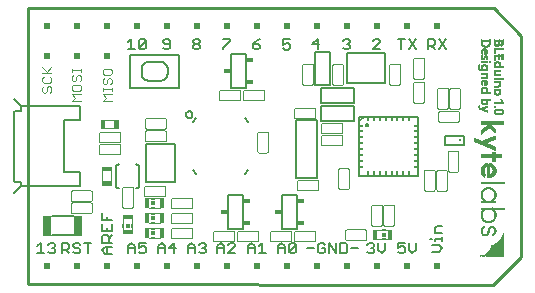
<source format=gto>
G75*
G70*
%OFA0B0*%
%FSLAX24Y24*%
%IPPOS*%
%LPD*%
%AMOC8*
5,1,8,0,0,1.08239X$1,22.5*
%
%ADD10C,0.0100*%
%ADD11C,0.0040*%
%ADD12C,0.0050*%
%ADD13C,0.0030*%
%ADD14R,0.0276X0.0138*%
%ADD15R,0.0138X0.0276*%
%ADD16R,0.0094X0.0157*%
%ADD17R,0.0157X0.0094*%
%ADD18C,0.0060*%
%ADD19R,0.0290X0.0690*%
%ADD20C,0.0070*%
%ADD21R,0.0230X0.0180*%
%ADD22R,0.0157X0.0354*%
%ADD23R,0.0118X0.0059*%
%ADD24R,0.0118X0.0118*%
%ADD25R,0.0354X0.0157*%
%ADD26R,0.0059X0.0118*%
%ADD27C,0.0080*%
%ADD28R,0.0200X0.0200*%
%ADD29R,0.0079X0.0079*%
%ADD30R,0.0001X0.0134*%
%ADD31R,0.0001X0.0133*%
%ADD32R,0.0001X0.0134*%
%ADD33R,0.0001X0.0134*%
%ADD34R,0.0001X0.0133*%
%ADD35R,0.0001X0.0134*%
%ADD36R,0.0001X0.0135*%
%ADD37R,0.0001X0.0135*%
%ADD38R,0.0001X0.0135*%
%ADD39R,0.0001X0.0135*%
%ADD40R,0.0001X0.0031*%
%ADD41R,0.0001X0.0024*%
%ADD42R,0.0001X0.0053*%
%ADD43R,0.0001X0.0037*%
%ADD44R,0.0001X0.0067*%
%ADD45R,0.0001X0.0046*%
%ADD46R,0.0001X0.0079*%
%ADD47R,0.0001X0.0050*%
%ADD48R,0.0001X0.0088*%
%ADD49R,0.0001X0.0054*%
%ADD50R,0.0001X0.0098*%
%ADD51R,0.0001X0.0057*%
%ADD52R,0.0001X0.0105*%
%ADD53R,0.0001X0.0059*%
%ADD54R,0.0001X0.0113*%
%ADD55R,0.0001X0.0062*%
%ADD56R,0.0001X0.0119*%
%ADD57R,0.0001X0.0064*%
%ADD58R,0.0001X0.0125*%
%ADD59R,0.0001X0.0066*%
%ADD60R,0.0001X0.0131*%
%ADD61R,0.0001X0.0069*%
%ADD62R,0.0001X0.0141*%
%ADD63R,0.0001X0.0071*%
%ADD64R,0.0001X0.0144*%
%ADD65R,0.0001X0.0072*%
%ADD66R,0.0001X0.0147*%
%ADD67R,0.0001X0.0074*%
%ADD68R,0.0001X0.0149*%
%ADD69R,0.0001X0.0075*%
%ADD70R,0.0001X0.0150*%
%ADD71R,0.0001X0.0077*%
%ADD72R,0.0001X0.0152*%
%ADD73R,0.0001X0.0078*%
%ADD74R,0.0001X0.0153*%
%ADD75R,0.0001X0.0079*%
%ADD76R,0.0001X0.0154*%
%ADD77R,0.0001X0.0081*%
%ADD78R,0.0001X0.0157*%
%ADD79R,0.0001X0.0082*%
%ADD80R,0.0001X0.0158*%
%ADD81R,0.0001X0.0083*%
%ADD82R,0.0001X0.0159*%
%ADD83R,0.0001X0.0084*%
%ADD84R,0.0001X0.0161*%
%ADD85R,0.0001X0.0085*%
%ADD86R,0.0001X0.0136*%
%ADD87R,0.0001X0.0162*%
%ADD88R,0.0001X0.0086*%
%ADD89R,0.0001X0.0163*%
%ADD90R,0.0001X0.0087*%
%ADD91R,0.0001X0.0164*%
%ADD92R,0.0001X0.0166*%
%ADD93R,0.0001X0.0090*%
%ADD94R,0.0001X0.0167*%
%ADD95R,0.0001X0.0090*%
%ADD96R,0.0001X0.0168*%
%ADD97R,0.0001X0.0091*%
%ADD98R,0.0001X0.0169*%
%ADD99R,0.0001X0.0092*%
%ADD100R,0.0001X0.0093*%
%ADD101R,0.0001X0.0170*%
%ADD102R,0.0001X0.0094*%
%ADD103R,0.0001X0.0171*%
%ADD104R,0.0001X0.0094*%
%ADD105R,0.0001X0.0172*%
%ADD106R,0.0001X0.0095*%
%ADD107R,0.0001X0.0051*%
%ADD108R,0.0001X0.0096*%
%ADD109R,0.0001X0.0010*%
%ADD110R,0.0001X0.0063*%
%ADD111R,0.0001X0.0041*%
%ADD112R,0.0001X0.0077*%
%ADD113R,0.0001X0.0006*%
%ADD114R,0.0001X0.0060*%
%ADD115R,0.0001X0.0034*%
%ADD116R,0.0001X0.0058*%
%ADD117R,0.0001X0.0030*%
%ADD118R,0.0001X0.0069*%
%ADD119R,0.0001X0.0056*%
%ADD120R,0.0001X0.0027*%
%ADD121R,0.0001X0.0068*%
%ADD122R,0.0001X0.0055*%
%ADD123R,0.0001X0.0024*%
%ADD124R,0.0001X0.0021*%
%ADD125R,0.0001X0.0065*%
%ADD126R,0.0001X0.0053*%
%ADD127R,0.0001X0.0018*%
%ADD128R,0.0001X0.0016*%
%ADD129R,0.0001X0.0063*%
%ADD130R,0.0001X0.0137*%
%ADD131R,0.0001X0.0013*%
%ADD132R,0.0001X0.0011*%
%ADD133R,0.0001X0.0060*%
%ADD134R,0.0001X0.0009*%
%ADD135R,0.0001X0.0060*%
%ADD136R,0.0001X0.0050*%
%ADD137R,0.0001X0.0007*%
%ADD138R,0.0001X0.0049*%
%ADD139R,0.0001X0.0004*%
%ADD140R,0.0001X0.0058*%
%ADD141R,0.0001X0.0003*%
%ADD142R,0.0001X0.0050*%
%ADD143R,0.0001X0.0057*%
%ADD144R,0.0001X0.0049*%
%ADD145R,0.0001X0.0057*%
%ADD146R,0.0001X0.0056*%
%ADD147R,0.0001X0.0049*%
%ADD148R,0.0001X0.0001*%
%ADD149R,0.0001X0.0055*%
%ADD150R,0.0001X0.0054*%
%ADD151R,0.0001X0.0048*%
%ADD152R,0.0001X0.0136*%
%ADD153R,0.0001X0.0002*%
%ADD154R,0.0001X0.0002*%
%ADD155R,0.0001X0.0054*%
%ADD156R,0.0001X0.0048*%
%ADD157R,0.0001X0.0003*%
%ADD158R,0.0001X0.0051*%
%ADD159R,0.0001X0.0053*%
%ADD160R,0.0001X0.0003*%
%ADD161R,0.0001X0.0006*%
%ADD162R,0.0001X0.0050*%
%ADD163R,0.0001X0.0007*%
%ADD164R,0.0001X0.0008*%
%ADD165R,0.0001X0.0009*%
%ADD166R,0.0001X0.0049*%
%ADD167R,0.0001X0.0011*%
%ADD168R,0.0001X0.0047*%
%ADD169R,0.0001X0.0012*%
%ADD170R,0.0001X0.0044*%
%ADD171R,0.0001X0.0070*%
%ADD172R,0.0001X0.0065*%
%ADD173R,0.0001X0.0088*%
%ADD174R,0.0001X0.0081*%
%ADD175R,0.0001X0.0074*%
%ADD176R,0.0001X0.0013*%
%ADD177R,0.0001X0.0029*%
%ADD178R,0.0001X0.0021*%
%ADD179R,0.0001X0.0022*%
%ADD180R,0.0001X0.0047*%
%ADD181R,0.0001X0.0102*%
%ADD182R,0.0001X0.0093*%
%ADD183R,0.0001X0.0104*%
%ADD184R,0.0001X0.0097*%
%ADD185R,0.0001X0.0015*%
%ADD186R,0.0001X0.0124*%
%ADD187R,0.0001X0.0115*%
%ADD188R,0.0001X0.0114*%
%ADD189R,0.0001X0.0106*%
%ADD190R,0.0001X0.0133*%
%ADD191R,0.0001X0.0122*%
%ADD192R,0.0001X0.0123*%
%ADD193R,0.0001X0.0115*%
%ADD194R,0.0001X0.0079*%
%ADD195R,0.0001X0.0079*%
%ADD196R,0.0001X0.0062*%
%ADD197R,0.0001X0.0137*%
%ADD198R,0.0001X0.0144*%
%ADD199R,0.0001X0.0123*%
%ADD200R,0.0001X0.0016*%
%ADD201R,0.0001X0.0109*%
%ADD202R,0.0001X0.0087*%
%ADD203R,0.0001X0.0153*%
%ADD204R,0.0001X0.0141*%
%ADD205R,0.0001X0.0130*%
%ADD206R,0.0001X0.0117*%
%ADD207R,0.0001X0.0126*%
%ADD208R,0.0001X0.0138*%
%ADD209R,0.0001X0.0017*%
%ADD210R,0.0001X0.0101*%
%ADD211R,0.0001X0.0103*%
%ADD212R,0.0001X0.0077*%
%ADD213R,0.0001X0.0101*%
%ADD214R,0.0001X0.0077*%
%ADD215R,0.0001X0.0159*%
%ADD216R,0.0001X0.0170*%
%ADD217R,0.0001X0.0156*%
%ADD218R,0.0001X0.0107*%
%ADD219R,0.0001X0.0082*%
%ADD220R,0.0001X0.0177*%
%ADD221R,0.0001X0.0162*%
%ADD222R,0.0001X0.0151*%
%ADD223R,0.0001X0.0112*%
%ADD224R,0.0001X0.0084*%
%ADD225R,0.0001X0.0112*%
%ADD226R,0.0001X0.0185*%
%ADD227R,0.0001X0.0141*%
%ADD228R,0.0001X0.0116*%
%ADD229R,0.0001X0.0119*%
%ADD230R,0.0001X0.0116*%
%ADD231R,0.0001X0.0089*%
%ADD232R,0.0001X0.0126*%
%ADD233R,0.0001X0.0159*%
%ADD234R,0.0001X0.0191*%
%ADD235R,0.0001X0.0046*%
%ADD236R,0.0001X0.0176*%
%ADD237R,0.0001X0.0047*%
%ADD238R,0.0001X0.0175*%
%ADD239R,0.0001X0.0162*%
%ADD240R,0.0001X0.0018*%
%ADD241R,0.0001X0.0121*%
%ADD242R,0.0001X0.0120*%
%ADD243R,0.0001X0.0092*%
%ADD244R,0.0001X0.0158*%
%ADD245R,0.0001X0.0197*%
%ADD246R,0.0001X0.0181*%
%ADD247R,0.0001X0.0019*%
%ADD248R,0.0001X0.0148*%
%ADD249R,0.0001X0.0204*%
%ADD250R,0.0001X0.0187*%
%ADD251R,0.0001X0.0151*%
%ADD252R,0.0001X0.0130*%
%ADD253R,0.0001X0.0098*%
%ADD254R,0.0001X0.0100*%
%ADD255R,0.0001X0.0098*%
%ADD256R,0.0001X0.0209*%
%ADD257R,0.0001X0.0191*%
%ADD258R,0.0001X0.0192*%
%ADD259R,0.0001X0.0178*%
%ADD260R,0.0001X0.0020*%
%ADD261R,0.0001X0.0126*%
%ADD262R,0.0001X0.0102*%
%ADD263R,0.0001X0.0215*%
%ADD264R,0.0001X0.0198*%
%ADD265R,0.0001X0.0182*%
%ADD266R,0.0001X0.0128*%
%ADD267R,0.0001X0.0105*%
%ADD268R,0.0001X0.0104*%
%ADD269R,0.0001X0.0057*%
%ADD270R,0.0001X0.0219*%
%ADD271R,0.0001X0.0203*%
%ADD272R,0.0001X0.0186*%
%ADD273R,0.0001X0.0020*%
%ADD274R,0.0001X0.0107*%
%ADD275R,0.0001X0.0140*%
%ADD276R,0.0001X0.0106*%
%ADD277R,0.0001X0.0226*%
%ADD278R,0.0001X0.0207*%
%ADD279R,0.0001X0.0208*%
%ADD280R,0.0001X0.0190*%
%ADD281R,0.0001X0.0142*%
%ADD282R,0.0001X0.0110*%
%ADD283R,0.0001X0.0143*%
%ADD284R,0.0001X0.0111*%
%ADD285R,0.0001X0.0230*%
%ADD286R,0.0001X0.0213*%
%ADD287R,0.0001X0.0213*%
%ADD288R,0.0001X0.0195*%
%ADD289R,0.0001X0.0167*%
%ADD290R,0.0001X0.0132*%
%ADD291R,0.0001X0.0113*%
%ADD292R,0.0001X0.0235*%
%ADD293R,0.0001X0.0218*%
%ADD294R,0.0001X0.0217*%
%ADD295R,0.0001X0.0199*%
%ADD296R,0.0001X0.0022*%
%ADD297R,0.0001X0.0145*%
%ADD298R,0.0001X0.0239*%
%ADD299R,0.0001X0.0223*%
%ADD300R,0.0001X0.0222*%
%ADD301R,0.0001X0.0203*%
%ADD302R,0.0001X0.0172*%
%ADD303R,0.0001X0.0147*%
%ADD304R,0.0001X0.0117*%
%ADD305R,0.0001X0.0245*%
%ADD306R,0.0001X0.0227*%
%ADD307R,0.0001X0.0226*%
%ADD308R,0.0001X0.0206*%
%ADD309R,0.0001X0.0175*%
%ADD310R,0.0001X0.0249*%
%ADD311R,0.0001X0.0210*%
%ADD312R,0.0001X0.0138*%
%ADD313R,0.0001X0.0121*%
%ADD314R,0.0001X0.0150*%
%ADD315R,0.0001X0.0122*%
%ADD316R,0.0001X0.0158*%
%ADD317R,0.0001X0.0254*%
%ADD318R,0.0001X0.0179*%
%ADD319R,0.0001X0.0139*%
%ADD320R,0.0001X0.0258*%
%ADD321R,0.0001X0.0238*%
%ADD322R,0.0001X0.0239*%
%ADD323R,0.0001X0.0025*%
%ADD324R,0.0001X0.0140*%
%ADD325R,0.0001X0.0125*%
%ADD326R,0.0001X0.0124*%
%ADD327R,0.0001X0.0065*%
%ADD328R,0.0001X0.0263*%
%ADD329R,0.0001X0.0243*%
%ADD330R,0.0001X0.0244*%
%ADD331R,0.0001X0.0219*%
%ADD332R,0.0001X0.0184*%
%ADD333R,0.0001X0.0128*%
%ADD334R,0.0001X0.0128*%
%ADD335R,0.0001X0.0267*%
%ADD336R,0.0001X0.0247*%
%ADD337R,0.0001X0.0224*%
%ADD338R,0.0001X0.0026*%
%ADD339R,0.0001X0.0185*%
%ADD340R,0.0001X0.0153*%
%ADD341R,0.0001X0.0130*%
%ADD342R,0.0001X0.0154*%
%ADD343R,0.0001X0.0129*%
%ADD344R,0.0001X0.0067*%
%ADD345R,0.0001X0.0271*%
%ADD346R,0.0001X0.0252*%
%ADD347R,0.0001X0.0026*%
%ADD348R,0.0001X0.0274*%
%ADD349R,0.0001X0.0255*%
%ADD350R,0.0001X0.0255*%
%ADD351R,0.0001X0.0229*%
%ADD352R,0.0001X0.0188*%
%ADD353R,0.0001X0.0279*%
%ADD354R,0.0001X0.0258*%
%ADD355R,0.0001X0.0233*%
%ADD356R,0.0001X0.0283*%
%ADD357R,0.0001X0.0263*%
%ADD358R,0.0001X0.0286*%
%ADD359R,0.0001X0.0266*%
%ADD360R,0.0001X0.0266*%
%ADD361R,0.0001X0.0028*%
%ADD362R,0.0001X0.0194*%
%ADD363R,0.0001X0.0145*%
%ADD364R,0.0001X0.0138*%
%ADD365R,0.0001X0.0159*%
%ADD366R,0.0001X0.0138*%
%ADD367R,0.0001X0.0070*%
%ADD368R,0.0001X0.0290*%
%ADD369R,0.0001X0.0270*%
%ADD370R,0.0001X0.0242*%
%ADD371R,0.0001X0.0028*%
%ADD372R,0.0001X0.0160*%
%ADD373R,0.0001X0.0073*%
%ADD374R,0.0001X0.0293*%
%ADD375R,0.0001X0.0273*%
%ADD376R,0.0001X0.0043*%
%ADD377R,0.0001X0.0086*%
%ADD378R,0.0001X0.0189*%
%ADD379R,0.0001X0.0298*%
%ADD380R,0.0001X0.0276*%
%ADD381R,0.0001X0.0246*%
%ADD382R,0.0001X0.0045*%
%ADD383R,0.0001X0.0074*%
%ADD384R,0.0001X0.0300*%
%ADD385R,0.0001X0.0280*%
%ADD386R,0.0001X0.0281*%
%ADD387R,0.0001X0.0248*%
%ADD388R,0.0001X0.0030*%
%ADD389R,0.0001X0.0200*%
%ADD390R,0.0001X0.0039*%
%ADD391R,0.0001X0.0059*%
%ADD392R,0.0001X0.0076*%
%ADD393R,0.0001X0.0040*%
%ADD394R,0.0001X0.0044*%
%ADD395R,0.0001X0.0304*%
%ADD396R,0.0001X0.0251*%
%ADD397R,0.0001X0.0201*%
%ADD398R,0.0001X0.0073*%
%ADD399R,0.0001X0.0035*%
%ADD400R,0.0001X0.0039*%
%ADD401R,0.0001X0.0036*%
%ADD402R,0.0001X0.0038*%
%ADD403R,0.0001X0.0307*%
%ADD404R,0.0001X0.0285*%
%ADD405R,0.0001X0.0031*%
%ADD406R,0.0001X0.0027*%
%ADD407R,0.0001X0.0072*%
%ADD408R,0.0001X0.0086*%
%ADD409R,0.0001X0.0032*%
%ADD410R,0.0001X0.0036*%
%ADD411R,0.0001X0.0084*%
%ADD412R,0.0001X0.0311*%
%ADD413R,0.0001X0.0290*%
%ADD414R,0.0001X0.0113*%
%ADD415R,0.0001X0.0114*%
%ADD416R,0.0001X0.0028*%
%ADD417R,0.0001X0.0313*%
%ADD418R,0.0001X0.0292*%
%ADD419R,0.0001X0.0206*%
%ADD420R,0.0001X0.0068*%
%ADD421R,0.0001X0.0078*%
%ADD422R,0.0001X0.0317*%
%ADD423R,0.0001X0.0032*%
%ADD424R,0.0001X0.0207*%
%ADD425R,0.0001X0.0064*%
%ADD426R,0.0001X0.0053*%
%ADD427R,0.0001X0.0066*%
%ADD428R,0.0001X0.0320*%
%ADD429R,0.0001X0.0322*%
%ADD430R,0.0001X0.0119*%
%ADD431R,0.0001X0.0089*%
%ADD432R,0.0001X0.0209*%
%ADD433R,0.0001X0.0017*%
%ADD434R,0.0001X0.0015*%
%ADD435R,0.0001X0.0051*%
%ADD436R,0.0001X0.0064*%
%ADD437R,0.0001X0.0076*%
%ADD438R,0.0001X0.0064*%
%ADD439R,0.0001X0.0076*%
%ADD440R,0.0001X0.0073*%
%ADD441R,0.0001X0.0063*%
%ADD442R,0.0001X0.0082*%
%ADD443R,0.0001X0.0140*%
%ADD444R,0.0001X0.0326*%
%ADD445R,0.0001X0.0110*%
%ADD446R,0.0001X0.0086*%
%ADD447R,0.0001X0.0087*%
%ADD448R,0.0001X0.0034*%
%ADD449R,0.0001X0.0100*%
%ADD450R,0.0001X0.0015*%
%ADD451R,0.0001X0.0329*%
%ADD452R,0.0001X0.0109*%
%ADD453R,0.0001X0.0083*%
%ADD454R,0.0001X0.0332*%
%ADD455R,0.0001X0.0103*%
%ADD456R,0.0001X0.0088*%
%ADD457R,0.0001X0.0041*%
%ADD458R,0.0001X0.0142*%
%ADD459R,0.0001X0.0335*%
%ADD460R,0.0001X0.0009*%
%ADD461R,0.0001X0.0060*%
%ADD462R,0.0001X0.0337*%
%ADD463R,0.0001X0.0076*%
%ADD464R,0.0001X0.0058*%
%ADD465R,0.0001X0.0007*%
%ADD466R,0.0001X0.0068*%
%ADD467R,0.0001X0.0008*%
%ADD468R,0.0001X0.0066*%
%ADD469R,0.0001X0.0058*%
%ADD470R,0.0001X0.0040*%
%ADD471R,0.0001X0.0040*%
%ADD472R,0.0001X0.0340*%
%ADD473R,0.0001X0.0097*%
%ADD474R,0.0001X0.0093*%
%ADD475R,0.0001X0.0075*%
%ADD476R,0.0001X0.0037*%
%ADD477R,0.0001X0.0343*%
%ADD478R,0.0001X0.0147*%
%ADD479R,0.0001X0.0346*%
%ADD480R,0.0001X0.0072*%
%ADD481R,0.0001X0.0348*%
%ADD482R,0.0001X0.0038*%
%ADD483R,0.0001X0.0041*%
%ADD484R,0.0001X0.0350*%
%ADD485R,0.0001X0.0352*%
%ADD486R,0.0001X0.0063*%
%ADD487R,0.0001X0.0043*%
%ADD488R,0.0001X0.0041*%
%ADD489R,0.0001X0.0157*%
%ADD490R,0.0001X0.0149*%
%ADD491R,0.0001X0.0355*%
%ADD492R,0.0001X0.0087*%
%ADD493R,0.0001X0.0067*%
%ADD494R,0.0001X0.0039*%
%ADD495R,0.0001X0.0157*%
%ADD496R,0.0001X0.0358*%
%ADD497R,0.0001X0.0361*%
%ADD498R,0.0001X0.0364*%
%ADD499R,0.0001X0.0366*%
%ADD500R,0.0001X0.0055*%
%ADD501R,0.0001X0.0051*%
%ADD502R,0.0001X0.0153*%
%ADD503R,0.0001X0.0368*%
%ADD504R,0.0001X0.0082*%
%ADD505R,0.0001X0.0370*%
%ADD506R,0.0001X0.0373*%
%ADD507R,0.0001X0.0062*%
%ADD508R,0.0001X0.0375*%
%ADD509R,0.0001X0.0377*%
%ADD510R,0.0001X0.0044*%
%ADD511R,0.0001X0.0379*%
%ADD512R,0.0001X0.0078*%
%ADD513R,0.0001X0.0059*%
%ADD514R,0.0001X0.0045*%
%ADD515R,0.0001X0.0042*%
%ADD516R,0.0001X0.0380*%
%ADD517R,0.0001X0.0383*%
%ADD518R,0.0001X0.0385*%
%ADD519R,0.0001X0.0387*%
%ADD520R,0.0001X0.0389*%
%ADD521R,0.0001X0.0067*%
%ADD522R,0.0001X0.0164*%
%ADD523R,0.0001X0.0390*%
%ADD524R,0.0001X0.0073*%
%ADD525R,0.0001X0.0065*%
%ADD526R,0.0001X0.0055*%
%ADD527R,0.0001X0.0393*%
%ADD528R,0.0001X0.0395*%
%ADD529R,0.0001X0.0056*%
%ADD530R,0.0001X0.0396*%
%ADD531R,0.0001X0.0169*%
%ADD532R,0.0001X0.0398*%
%ADD533R,0.0001X0.0042*%
%ADD534R,0.0001X0.0169*%
%ADD535R,0.0001X0.0401*%
%ADD536R,0.0001X0.0403*%
%ADD537R,0.0001X0.0404*%
%ADD538R,0.0001X0.0405*%
%ADD539R,0.0001X0.0173*%
%ADD540R,0.0001X0.0407*%
%ADD541R,0.0001X0.0409*%
%ADD542R,0.0001X0.0045*%
%ADD543R,0.0001X0.0044*%
%ADD544R,0.0001X0.0412*%
%ADD545R,0.0001X0.0045*%
%ADD546R,0.0001X0.0176*%
%ADD547R,0.0001X0.0412*%
%ADD548R,0.0001X0.0414*%
%ADD549R,0.0001X0.0178*%
%ADD550R,0.0001X0.0416*%
%ADD551R,0.0001X0.0417*%
%ADD552R,0.0001X0.0180*%
%ADD553R,0.0001X0.0418*%
%ADD554R,0.0001X0.0180*%
%ADD555R,0.0001X0.0421*%
%ADD556R,0.0001X0.0422*%
%ADD557R,0.0001X0.0046*%
%ADD558R,0.0001X0.0424*%
%ADD559R,0.0001X0.0183*%
%ADD560R,0.0001X0.0425*%
%ADD561R,0.0001X0.0198*%
%ADD562R,0.0001X0.0091*%
%ADD563R,0.0001X0.0156*%
%ADD564R,0.0001X0.0426*%
%ADD565R,0.0001X0.0185*%
%ADD566R,0.0001X0.0429*%
%ADD567R,0.0001X0.0201*%
%ADD568R,0.0001X0.0095*%
%ADD569R,0.0001X0.0189*%
%ADD570R,0.0001X0.0156*%
%ADD571R,0.0001X0.0189*%
%ADD572R,0.0001X0.0178*%
%ADD573R,0.0001X0.0173*%
%ADD574R,0.0001X0.0156*%
%ADD575R,0.0001X0.0170*%
%ADD576R,0.0001X0.0194*%
%ADD577R,0.0001X0.0161*%
%ADD578R,0.0001X0.0101*%
%ADD579R,0.0001X0.0195*%
%ADD580R,0.0001X0.0163*%
%ADD581R,0.0001X0.0096*%
%ADD582R,0.0001X0.0047*%
%ADD583R,0.0001X0.0196*%
%ADD584R,0.0001X0.0100*%
%ADD585R,0.0001X0.0199*%
%ADD586R,0.0001X0.0092*%
%ADD587R,0.0001X0.0046*%
%ADD588R,0.0001X0.0071*%
%ADD589R,0.0001X0.0149*%
%ADD590R,0.0001X0.0093*%
%ADD591R,0.0001X0.0197*%
%ADD592R,0.0001X0.0205*%
%ADD593R,0.0001X0.0111*%
%ADD594R,0.0001X0.0197*%
%ADD595R,0.0001X0.0145*%
%ADD596R,0.0001X0.0085*%
%ADD597R,0.0001X0.0196*%
%ADD598R,0.0001X0.0196*%
%ADD599R,0.0001X0.0142*%
%ADD600R,0.0001X0.0211*%
%ADD601R,0.0001X0.0139*%
%ADD602R,0.0001X0.0214*%
%ADD603R,0.0001X0.0154*%
%ADD604R,0.0001X0.0215*%
%ADD605R,0.0001X0.0072*%
%ADD606R,0.0001X0.0216*%
%ADD607R,0.0001X0.0154*%
%ADD608R,0.0001X0.0220*%
%ADD609R,0.0001X0.0074*%
%ADD610R,0.0001X0.0085*%
%ADD611R,0.0001X0.0220*%
%ADD612R,0.0001X0.0224*%
%ADD613R,0.0001X0.0132*%
%ADD614R,0.0001X0.0225*%
%ADD615R,0.0001X0.0131*%
%ADD616R,0.0001X0.0227*%
%ADD617R,0.0001X0.0031*%
%ADD618R,0.0001X0.0228*%
%ADD619R,0.0001X0.0129*%
%ADD620R,0.0001X0.0230*%
%ADD621R,0.0001X0.0023*%
%ADD622R,0.0001X0.0068*%
%ADD623R,0.0001X0.0232*%
%ADD624R,0.0001X0.0234*%
%ADD625R,0.0001X0.0054*%
%ADD626R,0.0001X0.0235*%
%ADD627R,0.0001X0.0126*%
%ADD628R,0.0001X0.0066*%
%ADD629R,0.0001X0.0236*%
%ADD630R,0.0001X0.0097*%
%ADD631R,0.0001X0.0237*%
%ADD632R,0.0001X0.0238*%
%ADD633R,0.0001X0.0059*%
%ADD634R,0.0001X0.0239*%
%ADD635R,0.0001X0.0241*%
%ADD636R,0.0001X0.0242*%
%ADD637R,0.0001X0.0243*%
%ADD638R,0.0001X0.0245*%
%ADD639R,0.0001X0.0124*%
%ADD640R,0.0001X0.0002*%
%ADD641R,0.0001X0.0251*%
%ADD642R,0.0001X0.0109*%
%ADD643R,0.0001X0.0008*%
%ADD644R,0.0001X0.0251*%
%ADD645R,0.0001X0.0010*%
%ADD646R,0.0001X0.0252*%
%ADD647R,0.0001X0.0111*%
%ADD648R,0.0001X0.0012*%
%ADD649R,0.0001X0.0253*%
%ADD650R,0.0001X0.0018*%
%ADD651R,0.0001X0.0020*%
%ADD652R,0.0001X0.0038*%
%ADD653R,0.0001X0.0255*%
%ADD654R,0.0001X0.0257*%
%ADD655R,0.0001X0.0029*%
%ADD656R,0.0001X0.0190*%
%ADD657R,0.0001X0.0116*%
%ADD658R,0.0001X0.0069*%
%ADD659R,0.0001X0.0152*%
%ADD660R,0.0001X0.0188*%
%ADD661R,0.0001X0.0129*%
%ADD662R,0.0001X0.0188*%
%ADD663R,0.0001X0.0139*%
%ADD664R,0.0001X0.0122*%
%ADD665R,0.0001X0.0129*%
%ADD666R,0.0001X0.0143*%
%ADD667R,0.0001X0.0130*%
%ADD668R,0.0001X0.0122*%
%ADD669R,0.0001X0.0116*%
%ADD670R,0.0001X0.0120*%
%ADD671R,0.0001X0.0131*%
%ADD672R,0.0001X0.0124*%
%ADD673R,0.0001X0.0119*%
%ADD674R,0.0001X0.0112*%
%ADD675R,0.0001X0.0131*%
%ADD676R,0.0001X0.0114*%
%ADD677R,0.0001X0.0492*%
%ADD678R,0.0001X0.0493*%
%ADD679R,0.0001X0.0107*%
%ADD680R,0.0001X0.0106*%
%ADD681R,0.0001X0.0493*%
%ADD682R,0.0001X0.0132*%
%ADD683R,0.0001X0.0104*%
%ADD684R,0.0001X0.0152*%
%ADD685R,0.0001X0.0279*%
%ADD686R,0.0001X0.0100*%
%ADD687R,0.0001X0.0092*%
%ADD688R,0.0001X0.0091*%
%ADD689R,0.0001X0.0279*%
%ADD690R,0.0001X0.0128*%
%ADD691R,0.0001X0.0495*%
%ADD692R,0.0001X0.0078*%
%ADD693R,0.0001X0.0277*%
%ADD694R,0.0001X0.0495*%
%ADD695R,0.0001X0.0276*%
%ADD696R,0.0001X0.0275*%
%ADD697R,0.0001X0.0274*%
%ADD698R,0.0001X0.0272*%
%ADD699R,0.0001X0.0271*%
%ADD700R,0.0001X0.0496*%
%ADD701R,0.0001X0.0270*%
%ADD702R,0.0001X0.0269*%
%ADD703R,0.0001X0.0497*%
%ADD704R,0.0001X0.0267*%
%ADD705R,0.0001X0.0497*%
%ADD706R,0.0001X0.0148*%
%ADD707R,0.0001X0.0265*%
%ADD708R,0.0001X0.0264*%
%ADD709R,0.0001X0.0262*%
%ADD710R,0.0001X0.0261*%
%ADD711R,0.0001X0.0260*%
%ADD712R,0.0001X0.0256*%
%ADD713R,0.0001X0.0256*%
%ADD714R,0.0001X0.0145*%
%ADD715R,0.0001X0.0160*%
%ADD716R,0.0001X0.0498*%
%ADD717R,0.0001X0.0498*%
%ADD718R,0.0001X0.0166*%
%ADD719R,0.0001X0.0245*%
%ADD720R,0.0001X0.0132*%
%ADD721R,0.0001X0.0172*%
%ADD722R,0.0001X0.0173*%
%ADD723R,0.0001X0.0175*%
%ADD724R,0.0001X0.0239*%
%ADD725R,0.0001X0.0167*%
%ADD726R,0.0001X0.0166*%
%ADD727R,0.0001X0.0164*%
%ADD728R,0.0001X0.0182*%
%ADD729R,0.0001X0.0234*%
%ADD730R,0.0001X0.0184*%
%ADD731R,0.0001X0.0234*%
%ADD732R,0.0001X0.0186*%
%ADD733R,0.0001X0.0188*%
%ADD734R,0.0001X0.0217*%
%ADD735R,0.0001X0.0022*%
%ADD736R,0.0001X0.0228*%
%ADD737R,0.0001X0.0216*%
%ADD738R,0.0001X0.0148*%
%ADD739R,0.0001X0.0194*%
%ADD740R,0.0001X0.0496*%
%ADD741R,0.0001X0.0225*%
%ADD742R,0.0001X0.0211*%
%ADD743R,0.0001X0.0210*%
%ADD744R,0.0001X0.0223*%
%ADD745R,0.0001X0.0496*%
%ADD746R,0.0001X0.0199*%
%ADD747R,0.0001X0.0205*%
%ADD748R,0.0001X0.0223*%
%ADD749R,0.0001X0.0201*%
%ADD750R,0.0001X0.0224*%
%ADD751R,0.0001X0.0207*%
%ADD752R,0.0001X0.0199*%
%ADD753R,0.0001X0.0209*%
%ADD754R,0.0001X0.0493*%
%ADD755R,0.0001X0.0228*%
%ADD756R,0.0001X0.0229*%
%ADD757R,0.0001X0.0492*%
%ADD758R,0.0001X0.0095*%
%ADD759R,0.0001X0.0215*%
%ADD760R,0.0001X0.0180*%
%ADD761R,0.0001X0.0120*%
%ADD762R,0.0001X0.0223*%
%ADD763R,0.0001X0.0226*%
%ADD764R,0.0001X0.0232*%
%ADD765R,0.0001X0.0161*%
%ADD766R,0.0001X0.0242*%
%ADD767R,0.0001X0.0234*%
%ADD768R,0.0001X0.0246*%
%ADD769R,0.0001X0.0121*%
%ADD770R,0.0001X0.0243*%
%ADD771R,0.0001X0.0244*%
%ADD772R,0.0001X0.0121*%
%ADD773R,0.0001X0.0261*%
%ADD774R,0.0001X0.0258*%
%ADD775R,0.0001X0.0133*%
%ADD776R,0.0001X0.0265*%
%ADD777R,0.0001X0.0034*%
%ADD778R,0.0001X0.0261*%
%ADD779R,0.0001X0.0272*%
%ADD780R,0.0001X0.0264*%
%ADD781R,0.0001X0.0276*%
%ADD782R,0.0001X0.0285*%
%ADD783R,0.0001X0.0289*%
%ADD784R,0.0001X0.0291*%
%ADD785R,0.0001X0.0293*%
%ADD786R,0.0001X0.0296*%
%ADD787R,0.0001X0.0302*%
%ADD788R,0.0001X0.0275*%
%ADD789R,0.0001X0.0125*%
%ADD790R,0.0001X0.0305*%
%ADD791R,0.0001X0.0309*%
%ADD792R,0.0001X0.0312*%
%ADD793R,0.0001X0.0316*%
%ADD794R,0.0001X0.0319*%
%ADD795R,0.0001X0.0281*%
%ADD796R,0.0001X0.0323*%
%ADD797R,0.0001X0.0282*%
%ADD798R,0.0001X0.0327*%
%ADD799R,0.0001X0.0331*%
%ADD800R,0.0001X0.0284*%
%ADD801R,0.0001X0.0336*%
%ADD802R,0.0001X0.0339*%
%ADD803R,0.0001X0.0344*%
%ADD804R,0.0001X0.0349*%
%ADD805R,0.0001X0.0355*%
%ADD806R,0.0001X0.0360*%
%ADD807R,0.0001X0.0367*%
%ADD808R,0.0001X0.0374*%
%ADD809R,0.0001X0.0383*%
%ADD810R,0.0001X0.0389*%
%ADD811R,0.0001X0.0390*%
%ADD812R,0.0001X0.0084*%
%ADD813R,0.0001X0.0392*%
%ADD814R,0.0001X0.0142*%
%ADD815R,0.0001X0.0140*%
%ADD816R,0.0001X0.0392*%
%ADD817R,0.0001X0.0160*%
%ADD818R,0.0001X0.0149*%
%ADD819R,0.0001X0.0393*%
%ADD820R,0.0001X0.0394*%
%ADD821R,0.0001X0.0157*%
%ADD822R,0.0001X0.0097*%
%ADD823R,0.0001X0.0394*%
%ADD824R,0.0001X0.0168*%
%ADD825R,0.0001X0.0395*%
%ADD826R,0.0001X0.0318*%
%ADD827R,0.0001X0.0168*%
%ADD828R,0.0001X0.0161*%
%ADD829R,0.0001X0.0318*%
%ADD830R,0.0001X0.0192*%
%ADD831R,0.0001X0.0396*%
%ADD832R,0.0001X0.0413*%
%ADD833R,0.0001X0.0397*%
%ADD834R,0.0001X0.0411*%
%ADD835R,0.0001X0.0408*%
%ADD836R,0.0001X0.0408*%
%ADD837R,0.0001X0.0397*%
%ADD838R,0.0001X0.0406*%
%ADD839R,0.0001X0.0402*%
%ADD840R,0.0001X0.0399*%
%ADD841R,0.0001X0.0399*%
%ADD842R,0.0001X0.0399*%
%ADD843R,0.0001X0.0394*%
%ADD844R,0.0001X0.0401*%
%ADD845R,0.0001X0.0391*%
%ADD846R,0.0001X0.0389*%
%ADD847R,0.0001X0.0384*%
%ADD848R,0.0001X0.0382*%
%ADD849R,0.0001X0.0380*%
%ADD850R,0.0001X0.0403*%
%ADD851R,0.0001X0.0378*%
%ADD852R,0.0001X0.0376*%
%ADD853R,0.0001X0.0371*%
%ADD854R,0.0001X0.0369*%
%ADD855R,0.0001X0.0162*%
%ADD856R,0.0001X0.0367*%
%ADD857R,0.0001X0.0404*%
%ADD858R,0.0001X0.0365*%
%ADD859R,0.0001X0.0405*%
%ADD860R,0.0001X0.0362*%
%ADD861R,0.0001X0.0356*%
%ADD862R,0.0001X0.0406*%
%ADD863R,0.0001X0.0354*%
%ADD864R,0.0001X0.0351*%
%ADD865R,0.0001X0.0349*%
%ADD866R,0.0001X0.0347*%
%ADD867R,0.0001X0.0025*%
%ADD868R,0.0001X0.0345*%
%ADD869R,0.0001X0.0342*%
%ADD870R,0.0001X0.0340*%
%ADD871R,0.0001X0.0338*%
%ADD872R,0.0001X0.0336*%
%ADD873R,0.0001X0.0333*%
%ADD874R,0.0001X0.0411*%
%ADD875R,0.0001X0.0181*%
%ADD876R,0.0001X0.0182*%
%ADD877R,0.0001X0.0330*%
%ADD878R,0.0001X0.0094*%
%ADD879R,0.0001X0.0411*%
%ADD880R,0.0001X0.0327*%
%ADD881R,0.0001X0.0091*%
%ADD882R,0.0001X0.0324*%
%ADD883R,0.0001X0.0320*%
%ADD884R,0.0001X0.0095*%
%ADD885R,0.0001X0.0317*%
%ADD886R,0.0001X0.0413*%
%ADD887R,0.0001X0.0310*%
%ADD888R,0.0001X0.0308*%
%ADD889R,0.0001X0.0105*%
%ADD890R,0.0001X0.0415*%
%ADD891R,0.0001X0.0186*%
%ADD892R,0.0001X0.0301*%
%ADD893R,0.0001X0.0294*%
%ADD894R,0.0001X0.0415*%
%ADD895R,0.0001X0.0291*%
%ADD896R,0.0001X0.0117*%
%ADD897R,0.0001X0.0295*%
%ADD898R,0.0001X0.0288*%
%ADD899R,0.0001X0.0416*%
%ADD900R,0.0001X0.0164*%
%ADD901R,0.0001X0.0274*%
%ADD902R,0.0001X0.0226*%
%ADD903R,0.0001X0.0418*%
%ADD904R,0.0001X0.0269*%
%ADD905R,0.0001X0.0220*%
%ADD906R,0.0001X0.0123*%
%ADD907R,0.0001X0.0218*%
%ADD908R,0.0001X0.0420*%
%ADD909R,0.0001X0.0176*%
%ADD910R,0.0001X0.0263*%
%ADD911R,0.0001X0.0257*%
%ADD912R,0.0001X0.0214*%
%ADD913R,0.0001X0.0421*%
%ADD914R,0.0001X0.0163*%
%ADD915R,0.0001X0.0253*%
%ADD916R,0.0001X0.0421*%
%ADD917R,0.0001X0.0180*%
%ADD918R,0.0001X0.0250*%
%ADD919R,0.0001X0.0245*%
%ADD920R,0.0001X0.0423*%
%ADD921R,0.0001X0.0208*%
%ADD922R,0.0001X0.0200*%
%ADD923R,0.0001X0.0189*%
%ADD924R,0.0001X0.0163*%
%ADD925R,0.0001X0.0238*%
%ADD926R,0.0001X0.0232*%
%ADD927R,0.0001X0.0233*%
%ADD928R,0.0001X0.0424*%
%ADD929R,0.0001X0.0210*%
%ADD930R,0.0001X0.0191*%
%ADD931R,0.0001X0.0181*%
%ADD932R,0.0001X0.0426*%
%ADD933R,0.0001X0.0211*%
%ADD934R,0.0001X0.0177*%
%ADD935R,0.0001X0.0426*%
%ADD936R,0.0001X0.0205*%
%ADD937R,0.0001X0.0427*%
%ADD938R,0.0001X0.0215*%
%ADD939R,0.0001X0.0205*%
%ADD940R,0.0001X0.0204*%
%ADD941R,0.0001X0.0187*%
%ADD942R,0.0001X0.0430*%
%ADD943R,0.0001X0.0430*%
%ADD944R,0.0001X0.0431*%
%ADD945R,0.0001X0.0432*%
%ADD946R,0.0001X0.0081*%
%ADD947R,0.0001X0.0433*%
%ADD948R,0.0001X0.0433*%
%ADD949R,0.0001X0.0110*%
%ADD950R,0.0001X0.0434*%
%ADD951R,0.0001X0.0094*%
%ADD952R,0.0001X0.0435*%
%ADD953R,0.0001X0.0436*%
%ADD954R,0.0001X0.0436*%
%ADD955R,0.0001X0.0437*%
%ADD956R,0.0001X0.0040*%
%ADD957R,0.0001X0.0439*%
%ADD958R,0.0001X0.0440*%
%ADD959R,0.0001X0.0440*%
%ADD960R,0.0001X0.0441*%
%ADD961R,0.0001X0.0442*%
%ADD962R,0.0001X0.0443*%
%ADD963R,0.0001X0.0443*%
%ADD964R,0.0001X0.0444*%
%ADD965R,0.0001X0.0445*%
%ADD966R,0.0001X0.0446*%
%ADD967R,0.0001X0.0446*%
%ADD968R,0.0001X0.0448*%
%ADD969R,0.0001X0.0449*%
%ADD970R,0.0001X0.0450*%
%ADD971R,0.0001X0.0451*%
%ADD972R,0.0001X0.0451*%
%ADD973R,0.0001X0.0452*%
%ADD974R,0.0001X0.0453*%
%ADD975R,0.0001X0.0454*%
%ADD976R,0.0001X0.0455*%
%ADD977R,0.0001X0.0456*%
%ADD978R,0.0001X0.0458*%
%ADD979R,0.0001X0.0459*%
%ADD980R,0.0001X0.0459*%
%ADD981R,0.0001X0.0460*%
%ADD982R,0.0001X0.0461*%
%ADD983R,0.0001X0.0462*%
%ADD984R,0.0001X0.0463*%
%ADD985R,0.0001X0.0464*%
%ADD986R,0.0001X0.0465*%
%ADD987R,0.0001X0.0467*%
%ADD988R,0.0001X0.0468*%
%ADD989R,0.0001X0.0469*%
%ADD990R,0.0001X0.0470*%
%ADD991R,0.0001X0.0471*%
%ADD992R,0.0001X0.0472*%
%ADD993R,0.0001X0.0473*%
%ADD994R,0.0001X0.0474*%
%ADD995R,0.0001X0.0476*%
%ADD996R,0.0001X0.0477*%
%ADD997R,0.0001X0.0478*%
%ADD998R,0.0001X0.0479*%
%ADD999R,0.0001X0.0480*%
%ADD1000R,0.0001X0.0481*%
%ADD1001R,0.0001X0.0482*%
%ADD1002R,0.0001X0.0483*%
%ADD1003R,0.0001X0.0484*%
%ADD1004R,0.0001X0.0484*%
%ADD1005R,0.0001X0.0486*%
%ADD1006R,0.0001X0.0487*%
%ADD1007R,0.0001X0.0488*%
%ADD1008R,0.0001X0.0489*%
%ADD1009R,0.0001X0.0168*%
%ADD1010R,0.0001X0.0490*%
%ADD1011R,0.0001X0.0491*%
%ADD1012R,0.0001X0.0498*%
%ADD1013R,0.0001X0.0499*%
%ADD1014R,0.0001X0.0500*%
%ADD1015R,0.0001X0.0501*%
%ADD1016R,0.0001X0.0502*%
%ADD1017R,0.0001X0.0504*%
%ADD1018R,0.0001X0.0505*%
%ADD1019R,0.0001X0.0506*%
%ADD1020R,0.0001X0.0507*%
%ADD1021R,0.0001X0.0508*%
%ADD1022R,0.0001X0.0509*%
%ADD1023R,0.0001X0.0510*%
%ADD1024R,0.0001X0.0511*%
%ADD1025R,0.0001X0.0512*%
%ADD1026R,0.0001X0.0514*%
%ADD1027R,0.0001X0.0515*%
%ADD1028R,0.0001X0.0516*%
%ADD1029R,0.0001X0.0517*%
%ADD1030R,0.0001X0.0519*%
%ADD1031R,0.0001X0.0520*%
%ADD1032R,0.0001X0.0169*%
%ADD1033R,0.0001X0.0521*%
%ADD1034R,0.0001X0.0523*%
%ADD1035R,0.0001X0.0524*%
%ADD1036R,0.0001X0.0525*%
%ADD1037R,0.0001X0.0526*%
%ADD1038R,0.0001X0.0081*%
%ADD1039R,0.0001X0.0527*%
%ADD1040R,0.0001X0.0529*%
%ADD1041R,0.0001X0.0530*%
%ADD1042R,0.0001X0.0531*%
%ADD1043R,0.0001X0.0533*%
%ADD1044R,0.0001X0.0210*%
%ADD1045R,0.0001X0.0535*%
%ADD1046R,0.0001X0.0536*%
%ADD1047R,0.0001X0.0537*%
%ADD1048R,0.0001X0.0538*%
%ADD1049R,0.0001X0.0539*%
%ADD1050R,0.0001X0.0542*%
%ADD1051R,0.0001X0.0204*%
%ADD1052R,0.0001X0.0196*%
%ADD1053R,0.0001X0.0543*%
%ADD1054R,0.0001X0.0544*%
%ADD1055R,0.0001X0.0545*%
%ADD1056R,0.0001X0.0547*%
%ADD1057R,0.0001X0.0548*%
%ADD1058R,0.0001X0.0202*%
%ADD1059R,0.0001X0.0549*%
%ADD1060R,0.0001X0.0552*%
%ADD1061R,0.0001X0.0553*%
%ADD1062R,0.0001X0.0554*%
%ADD1063R,0.0001X0.0555*%
%ADD1064R,0.0001X0.0557*%
%ADD1065R,0.0001X0.0558*%
%ADD1066R,0.0001X0.0559*%
%ADD1067R,0.0001X0.0562*%
%ADD1068R,0.0001X0.0563*%
%ADD1069R,0.0001X0.0565*%
%ADD1070R,0.0001X0.0566*%
%ADD1071R,0.0001X0.0567*%
%ADD1072R,0.0001X0.0569*%
%ADD1073R,0.0001X0.0571*%
%ADD1074R,0.0001X0.0573*%
%ADD1075R,0.0001X0.0106*%
%ADD1076R,0.0001X0.0574*%
%ADD1077R,0.0001X0.0575*%
%ADD1078R,0.0001X0.0577*%
%ADD1079R,0.0001X0.0578*%
%ADD1080R,0.0001X0.0581*%
%ADD1081R,0.0001X0.0582*%
%ADD1082R,0.0001X0.0584*%
%ADD1083R,0.0001X0.0585*%
%ADD1084R,0.0001X0.0587*%
%ADD1085R,0.0001X0.0589*%
%ADD1086R,0.0001X0.0591*%
%ADD1087R,0.0001X0.0593*%
%ADD1088R,0.0001X0.0594*%
%ADD1089R,0.0001X0.0596*%
%ADD1090R,0.0001X0.0597*%
%ADD1091R,0.0001X0.0600*%
%ADD1092R,0.0001X0.0601*%
%ADD1093R,0.0001X0.0603*%
%ADD1094R,0.0001X0.0605*%
%ADD1095R,0.0001X0.0606*%
%ADD1096R,0.0001X0.0609*%
%ADD1097R,0.0001X0.0611*%
%ADD1098R,0.0001X0.0612*%
%ADD1099R,0.0001X0.0017*%
%ADD1100R,0.0001X0.0614*%
%ADD1101R,0.0001X0.0616*%
%ADD1102R,0.0001X0.0618*%
%ADD1103R,0.0001X0.0620*%
%ADD1104R,0.0001X0.0030*%
%ADD1105R,0.0001X0.0622*%
%ADD1106R,0.0001X0.0624*%
%ADD1107R,0.0001X0.0625*%
%ADD1108R,0.0001X0.0628*%
%ADD1109R,0.0001X0.0630*%
%ADD1110R,0.0001X0.0632*%
%ADD1111R,0.0001X0.0633*%
%ADD1112R,0.0001X0.0636*%
%ADD1113R,0.0001X0.0638*%
%ADD1114R,0.0001X0.0640*%
%ADD1115R,0.0001X0.0642*%
%ADD1116R,0.0001X0.0644*%
%ADD1117R,0.0001X0.0647*%
%ADD1118R,0.0001X0.0648*%
%ADD1119R,0.0001X0.0650*%
%ADD1120R,0.0001X0.0652*%
%ADD1121R,0.0001X0.0176*%
%ADD1122R,0.0001X0.0655*%
%ADD1123R,0.0001X0.0657*%
%ADD1124R,0.0001X0.0659*%
%ADD1125R,0.0001X0.0661*%
%ADD1126R,0.0001X0.0664*%
%ADD1127R,0.0001X0.0666*%
%ADD1128R,0.0001X0.0113*%
%ADD1129R,0.0001X0.0668*%
%ADD1130R,0.0001X0.0670*%
%ADD1131R,0.0001X0.0674*%
%ADD1132R,0.0001X0.0676*%
%ADD1133R,0.0001X0.0677*%
%ADD1134R,0.0001X0.0680*%
%ADD1135R,0.0001X0.0683*%
%ADD1136R,0.0001X0.0685*%
%ADD1137R,0.0001X0.0687*%
%ADD1138R,0.0001X0.0689*%
%ADD1139R,0.0001X0.0102*%
%ADD1140R,0.0001X0.0691*%
%ADD1141R,0.0001X0.0695*%
%ADD1142R,0.0001X0.0697*%
%ADD1143R,0.0001X0.0699*%
%ADD1144R,0.0001X0.0702*%
%ADD1145R,0.0001X0.0705*%
%ADD1146R,0.0001X0.0148*%
%ADD1147R,0.0001X0.0707*%
%ADD1148R,0.0001X0.0709*%
%ADD1149R,0.0001X0.0143*%
%ADD1150R,0.0001X0.0712*%
%ADD1151R,0.0001X0.0715*%
%ADD1152R,0.0001X0.0717*%
%ADD1153R,0.0001X0.0719*%
%ADD1154R,0.0001X0.0723*%
%ADD1155R,0.0001X0.0725*%
%ADD1156R,0.0001X0.0728*%
%ADD1157R,0.0001X0.0731*%
%ADD1158R,0.0001X0.0733*%
%ADD1159R,0.0001X0.0736*%
%ADD1160R,0.0001X0.0738*%
%ADD1161R,0.0001X0.0742*%
%ADD1162R,0.0001X0.0744*%
%ADD1163R,0.0001X0.0747*%
%ADD1164R,0.0001X0.0750*%
%ADD1165R,0.0001X0.0753*%
%ADD1166R,0.0001X0.0756*%
%ADD1167R,0.0001X0.0759*%
%ADD1168R,0.0001X0.0762*%
%ADD1169R,0.0001X0.0039*%
%ADD1170R,0.0001X0.0765*%
%ADD1171R,0.0001X0.0037*%
%ADD1172R,0.0001X0.0768*%
%ADD1173R,0.0001X0.0036*%
%ADD1174R,0.0001X0.0771*%
%ADD1175R,0.0001X0.0774*%
%ADD1176R,0.0001X0.0778*%
%ADD1177R,0.0001X0.0029*%
%ADD1178R,0.0001X0.0026*%
%ADD1179R,0.0001X0.0023*%
D10*
X001820Y001850D02*
X017340Y001840D01*
X018270Y002770D01*
X018270Y010130D01*
X017350Y011050D01*
X001820Y011050D01*
X001820Y001850D01*
D11*
X004993Y003673D02*
X004993Y004027D01*
X005307Y004027D02*
X005307Y003673D01*
X005873Y003707D02*
X006227Y003707D01*
X006227Y003893D02*
X005873Y003893D01*
X005873Y004207D02*
X006227Y004207D01*
X006227Y004393D02*
X005873Y004393D01*
X005873Y004707D02*
X006227Y004707D01*
X004588Y005155D02*
X004312Y005155D01*
X004312Y005745D01*
X004588Y005745D01*
X004588Y005155D01*
X005873Y003393D02*
X006227Y003393D01*
X004845Y007062D02*
X004255Y007062D01*
X004255Y007338D01*
X004845Y007338D01*
X004845Y007062D01*
X004630Y007970D02*
X004320Y007970D01*
X004423Y008073D01*
X004320Y008177D01*
X004630Y008177D01*
X004630Y008292D02*
X004630Y008396D01*
X004630Y008344D02*
X004320Y008344D01*
X004320Y008292D02*
X004320Y008396D01*
X004371Y008507D02*
X004423Y008507D01*
X004475Y008559D01*
X004475Y008662D01*
X004527Y008714D01*
X004578Y008714D01*
X004630Y008662D01*
X004630Y008559D01*
X004578Y008507D01*
X004371Y008507D02*
X004320Y008559D01*
X004320Y008662D01*
X004371Y008714D01*
X004371Y008829D02*
X004578Y008829D01*
X004630Y008881D01*
X004630Y008985D01*
X004578Y009036D01*
X004371Y009036D01*
X004320Y008985D01*
X004320Y008881D01*
X004371Y008829D01*
X003600Y008770D02*
X003600Y008666D01*
X003548Y008615D01*
X003445Y008666D02*
X003445Y008770D01*
X003497Y008821D01*
X003548Y008821D01*
X003600Y008770D01*
X003445Y008666D02*
X003393Y008615D01*
X003341Y008615D01*
X003290Y008666D01*
X003290Y008770D01*
X003341Y008821D01*
X003290Y008937D02*
X003290Y009040D01*
X003290Y008989D02*
X003600Y008989D01*
X003600Y009040D02*
X003600Y008937D01*
X003548Y008499D02*
X003341Y008499D01*
X003290Y008447D01*
X003290Y008344D01*
X003341Y008292D01*
X003548Y008292D01*
X003600Y008344D01*
X003600Y008447D01*
X003548Y008499D01*
X003600Y008177D02*
X003290Y008177D01*
X003393Y008073D01*
X003290Y007970D01*
X003600Y007970D01*
X002610Y008292D02*
X002558Y008240D01*
X002610Y008292D02*
X002610Y008395D01*
X002558Y008447D01*
X002507Y008447D01*
X002455Y008395D01*
X002455Y008292D01*
X002403Y008240D01*
X002351Y008240D01*
X002300Y008292D01*
X002300Y008395D01*
X002351Y008447D01*
X002351Y008562D02*
X002558Y008562D01*
X002610Y008614D01*
X002610Y008717D01*
X002558Y008769D01*
X002507Y008885D02*
X002300Y009091D01*
X002455Y008936D02*
X002610Y009091D01*
X002610Y008885D02*
X002300Y008885D01*
X002351Y008769D02*
X002300Y008717D01*
X002300Y008614D01*
X002351Y008562D01*
X013473Y003657D02*
X013827Y003657D01*
X013827Y003343D02*
X013473Y003343D01*
D12*
X013507Y003225D02*
X013507Y002992D01*
X013623Y002875D01*
X013740Y002992D01*
X013740Y003225D01*
X013372Y003167D02*
X013372Y003109D01*
X013314Y003050D01*
X013372Y002992D01*
X013372Y002933D01*
X013314Y002875D01*
X013197Y002875D01*
X013138Y002933D01*
X013255Y003050D02*
X013314Y003050D01*
X013372Y003167D02*
X013314Y003225D01*
X013197Y003225D01*
X013138Y003167D01*
X012840Y003050D02*
X012607Y003050D01*
X012472Y002933D02*
X012472Y003167D01*
X012414Y003225D01*
X012238Y003225D01*
X012238Y002875D01*
X012414Y002875D01*
X012472Y002933D01*
X012104Y002875D02*
X012104Y003225D01*
X011870Y003225D02*
X012104Y002875D01*
X011870Y002875D02*
X011870Y003225D01*
X011735Y003167D02*
X011677Y003225D01*
X011560Y003225D01*
X011502Y003167D01*
X011502Y002933D01*
X011560Y002875D01*
X011677Y002875D01*
X011735Y002933D01*
X011735Y003050D01*
X011619Y003050D01*
X011367Y003050D02*
X011133Y003050D01*
X010760Y002933D02*
X010702Y002875D01*
X010585Y002875D01*
X010527Y002933D01*
X010760Y003167D01*
X010760Y002933D01*
X010527Y002933D02*
X010527Y003167D01*
X010585Y003225D01*
X010702Y003225D01*
X010760Y003167D01*
X010392Y003109D02*
X010392Y002875D01*
X010392Y003050D02*
X010158Y003050D01*
X010158Y003109D02*
X010158Y002875D01*
X010158Y003109D02*
X010275Y003225D01*
X010392Y003109D01*
X009760Y002875D02*
X009527Y002875D01*
X009643Y002875D02*
X009643Y003225D01*
X009527Y003109D01*
X009392Y003109D02*
X009392Y002875D01*
X009392Y003050D02*
X009158Y003050D01*
X009158Y003109D02*
X009158Y002875D01*
X009158Y003109D02*
X009275Y003225D01*
X009392Y003109D01*
X008740Y003109D02*
X008740Y003167D01*
X008682Y003225D01*
X008565Y003225D01*
X008507Y003167D01*
X008372Y003109D02*
X008255Y003225D01*
X008138Y003109D01*
X008138Y002875D01*
X008138Y003050D02*
X008372Y003050D01*
X008372Y003109D02*
X008372Y002875D01*
X008507Y002875D02*
X008740Y003109D01*
X008740Y002875D02*
X008507Y002875D01*
X007760Y002933D02*
X007702Y002875D01*
X007585Y002875D01*
X007527Y002933D01*
X007392Y002875D02*
X007392Y003109D01*
X007275Y003225D01*
X007158Y003109D01*
X007158Y002875D01*
X007158Y003050D02*
X007392Y003050D01*
X007527Y003167D02*
X007585Y003225D01*
X007702Y003225D01*
X007760Y003167D01*
X007760Y003109D01*
X007702Y003050D01*
X007760Y002992D01*
X007760Y002933D01*
X007702Y003050D02*
X007643Y003050D01*
X006770Y003050D02*
X006537Y003050D01*
X006712Y003225D01*
X006712Y002875D01*
X006402Y002875D02*
X006402Y003109D01*
X006285Y003225D01*
X006168Y003109D01*
X006168Y002875D01*
X006168Y003050D02*
X006402Y003050D01*
X005750Y003050D02*
X005750Y002933D01*
X005692Y002875D01*
X005575Y002875D01*
X005517Y002933D01*
X005517Y003050D02*
X005633Y003109D01*
X005692Y003109D01*
X005750Y003050D01*
X005517Y003050D02*
X005517Y003225D01*
X005750Y003225D01*
X005382Y003109D02*
X005382Y002875D01*
X005382Y003050D02*
X005148Y003050D01*
X005148Y003109D02*
X005148Y002875D01*
X005148Y003109D02*
X005265Y003225D01*
X005382Y003109D01*
X004635Y003105D02*
X004401Y003105D01*
X004285Y002989D01*
X004401Y002872D01*
X004635Y002872D01*
X004460Y002872D02*
X004460Y003105D01*
X004518Y003240D02*
X004518Y003415D01*
X004460Y003474D01*
X004343Y003474D01*
X004285Y003415D01*
X004285Y003240D01*
X004635Y003240D01*
X004518Y003357D02*
X004635Y003474D01*
X004635Y003608D02*
X004635Y003842D01*
X004635Y003977D02*
X004285Y003977D01*
X004285Y004210D01*
X004460Y004093D02*
X004460Y003977D01*
X004285Y003842D02*
X004285Y003608D01*
X004635Y003608D01*
X004460Y003608D02*
X004460Y003725D01*
X003940Y003225D02*
X003707Y003225D01*
X003823Y003225D02*
X003823Y002875D01*
X003572Y002933D02*
X003572Y002992D01*
X003514Y003050D01*
X003397Y003050D01*
X003338Y003109D01*
X003338Y003167D01*
X003397Y003225D01*
X003514Y003225D01*
X003572Y003167D01*
X003572Y002933D02*
X003514Y002875D01*
X003397Y002875D01*
X003338Y002933D01*
X003204Y002875D02*
X003087Y002992D01*
X003145Y002992D02*
X002970Y002992D01*
X002970Y002875D02*
X002970Y003225D01*
X003145Y003225D01*
X003204Y003167D01*
X003204Y003050D01*
X003145Y002992D01*
X002740Y002992D02*
X002740Y002933D01*
X002682Y002875D01*
X002565Y002875D01*
X002507Y002933D01*
X002372Y002875D02*
X002138Y002875D01*
X002255Y002875D02*
X002255Y003225D01*
X002138Y003109D01*
X002507Y003167D02*
X002565Y003225D01*
X002682Y003225D01*
X002740Y003167D01*
X002740Y003109D01*
X002682Y003050D01*
X002740Y002992D01*
X002682Y003050D02*
X002623Y003050D01*
X001879Y005111D02*
X001604Y005111D01*
X001604Y005269D01*
X001426Y005269D01*
X001426Y005268D02*
X001409Y005272D01*
X001394Y005280D01*
X001380Y005290D01*
X001368Y005302D01*
X001358Y005317D01*
X001351Y005333D01*
X001348Y005350D01*
X001347Y005367D01*
X001348Y005367D02*
X001348Y007552D01*
X001347Y007553D02*
X001351Y007570D01*
X001359Y007585D01*
X001369Y007599D01*
X001381Y007611D01*
X001396Y007621D01*
X001412Y007628D01*
X001429Y007631D01*
X001446Y007632D01*
X001446Y007631D02*
X001604Y007631D01*
X001604Y007789D01*
X001879Y007789D01*
X001879Y005111D01*
X003572Y005111D01*
X003572Y005584D01*
X003021Y005584D01*
X003021Y007316D01*
X003572Y007316D01*
X003572Y007789D01*
X001879Y007789D01*
X005223Y008399D02*
X005223Y009501D01*
X006877Y009501D01*
X006877Y008399D01*
X005223Y008399D01*
X005617Y008871D02*
X005617Y009029D01*
X005619Y009057D01*
X005624Y009085D01*
X005632Y009113D01*
X005644Y009139D01*
X005659Y009163D01*
X005676Y009185D01*
X005697Y009206D01*
X005719Y009223D01*
X005743Y009238D01*
X005769Y009250D01*
X005797Y009258D01*
X005825Y009263D01*
X005853Y009265D01*
X006247Y009265D01*
X006275Y009263D01*
X006303Y009258D01*
X006331Y009250D01*
X006357Y009238D01*
X006381Y009223D01*
X006403Y009206D01*
X006424Y009185D01*
X006441Y009163D01*
X006456Y009139D01*
X006468Y009113D01*
X006476Y009085D01*
X006481Y009057D01*
X006483Y009029D01*
X006483Y008871D01*
X006481Y008843D01*
X006476Y008815D01*
X006468Y008787D01*
X006456Y008761D01*
X006441Y008737D01*
X006424Y008715D01*
X006403Y008694D01*
X006381Y008677D01*
X006357Y008662D01*
X006331Y008650D01*
X006303Y008642D01*
X006275Y008637D01*
X006247Y008635D01*
X005853Y008635D01*
X005825Y008637D01*
X005797Y008642D01*
X005769Y008650D01*
X005743Y008662D01*
X005719Y008677D01*
X005697Y008694D01*
X005676Y008715D01*
X005659Y008737D01*
X005644Y008761D01*
X005632Y008787D01*
X005624Y008815D01*
X005619Y008843D01*
X005617Y008871D01*
X005575Y009675D02*
X005517Y009733D01*
X005750Y009967D01*
X005750Y009733D01*
X005692Y009675D01*
X005575Y009675D01*
X005517Y009733D02*
X005517Y009967D01*
X005575Y010025D01*
X005692Y010025D01*
X005750Y009967D01*
X005382Y009675D02*
X005148Y009675D01*
X005265Y009675D02*
X005265Y010025D01*
X005148Y009909D01*
X006337Y009909D02*
X006395Y009850D01*
X006570Y009850D01*
X006570Y009733D02*
X006512Y009675D01*
X006395Y009675D01*
X006337Y009733D01*
X006337Y009909D02*
X006337Y009967D01*
X006395Y010025D01*
X006512Y010025D01*
X006570Y009967D01*
X006570Y009733D01*
X007337Y009733D02*
X007337Y009792D01*
X007395Y009850D01*
X007512Y009850D01*
X007570Y009792D01*
X007570Y009733D01*
X007512Y009675D01*
X007395Y009675D01*
X007337Y009733D01*
X007395Y009850D02*
X007337Y009909D01*
X007337Y009967D01*
X007395Y010025D01*
X007512Y010025D01*
X007570Y009967D01*
X007570Y009909D01*
X007512Y009850D01*
X008337Y009733D02*
X008337Y009675D01*
X008337Y009733D02*
X008570Y009967D01*
X008570Y010025D01*
X008337Y010025D01*
X009327Y009850D02*
X009327Y009733D01*
X009385Y009675D01*
X009502Y009675D01*
X009560Y009733D01*
X009560Y009792D01*
X009502Y009850D01*
X009327Y009850D01*
X009443Y009967D01*
X009560Y010025D01*
X010337Y010015D02*
X010337Y009840D01*
X010453Y009899D01*
X010512Y009899D01*
X010570Y009840D01*
X010570Y009723D01*
X010512Y009665D01*
X010395Y009665D01*
X010337Y009723D01*
X010337Y010015D02*
X010570Y010015D01*
X011307Y009850D02*
X011540Y009850D01*
X011482Y009675D02*
X011482Y010025D01*
X011307Y009850D01*
X011400Y009600D02*
X011900Y009600D01*
X011900Y008500D01*
X011400Y008500D01*
X011400Y009600D01*
X012337Y009733D02*
X012395Y009675D01*
X012512Y009675D01*
X012570Y009733D01*
X012570Y009792D01*
X012512Y009850D01*
X012453Y009850D01*
X012512Y009850D02*
X012570Y009909D01*
X012570Y009967D01*
X012512Y010025D01*
X012395Y010025D01*
X012337Y009967D01*
X012480Y009542D02*
X013740Y009542D01*
X013740Y008558D01*
X012480Y008558D01*
X012480Y009542D01*
X013337Y009675D02*
X013570Y009909D01*
X013570Y009967D01*
X013512Y010025D01*
X013395Y010025D01*
X013337Y009967D01*
X013337Y009675D02*
X013570Y009675D01*
X014148Y010025D02*
X014382Y010025D01*
X014265Y010025D02*
X014265Y009675D01*
X014517Y009675D02*
X014750Y010025D01*
X014517Y010025D02*
X014750Y009675D01*
X015158Y009675D02*
X015158Y010025D01*
X015334Y010025D01*
X015392Y009967D01*
X015392Y009850D01*
X015334Y009792D01*
X015158Y009792D01*
X015275Y009792D02*
X015392Y009675D01*
X015527Y009675D02*
X015760Y010025D01*
X015527Y010025D02*
X015760Y009675D01*
X012700Y008400D02*
X012700Y007900D01*
X011600Y007900D01*
X011600Y008400D01*
X012700Y008400D01*
X012700Y007800D02*
X012700Y007300D01*
X011600Y007300D01*
X011600Y007800D01*
X012700Y007800D01*
X012866Y007434D02*
X014834Y007434D01*
X014834Y007277D01*
X014834Y007434D02*
X014677Y007434D01*
X014834Y007434D02*
X014834Y005466D01*
X014677Y005466D01*
X014834Y005466D02*
X014834Y005623D01*
X014834Y005466D02*
X012866Y005466D01*
X012866Y005623D01*
X012866Y005466D02*
X013023Y005466D01*
X012866Y005466D02*
X012866Y007434D01*
X013023Y007434D02*
X012866Y007277D01*
X013102Y007159D02*
X013104Y007171D01*
X013109Y007182D01*
X013118Y007191D01*
X013129Y007196D01*
X013141Y007198D01*
X013153Y007196D01*
X013164Y007191D01*
X013173Y007182D01*
X013178Y007171D01*
X013180Y007159D01*
X013178Y007147D01*
X013173Y007136D01*
X013164Y007127D01*
X013153Y007122D01*
X013141Y007120D01*
X013129Y007122D01*
X013118Y007127D01*
X013109Y007136D01*
X013104Y007147D01*
X013102Y007159D01*
X011474Y007315D02*
X011474Y005385D01*
X010766Y005385D01*
X010766Y007315D01*
X011474Y007315D01*
X007088Y007500D02*
X007090Y007521D01*
X007096Y007540D01*
X007105Y007559D01*
X007117Y007575D01*
X007133Y007589D01*
X007150Y007600D01*
X007169Y007608D01*
X007190Y007612D01*
X007210Y007612D01*
X007231Y007608D01*
X007250Y007600D01*
X007267Y007589D01*
X007283Y007575D01*
X007295Y007559D01*
X007304Y007540D01*
X007310Y007521D01*
X007312Y007500D01*
X007310Y007479D01*
X007304Y007460D01*
X007295Y007441D01*
X007283Y007425D01*
X007267Y007411D01*
X007250Y007400D01*
X007231Y007392D01*
X007210Y007388D01*
X007190Y007388D01*
X007169Y007392D01*
X007150Y007400D01*
X007133Y007411D01*
X007117Y007425D01*
X007105Y007441D01*
X007096Y007460D01*
X007090Y007479D01*
X007088Y007500D01*
X006742Y006510D02*
X005758Y006510D01*
X005758Y005250D01*
X006742Y005250D01*
X006742Y006510D01*
X014158Y003225D02*
X014158Y003050D01*
X014275Y003109D01*
X014334Y003109D01*
X014392Y003050D01*
X014392Y002933D01*
X014334Y002875D01*
X014217Y002875D01*
X014158Y002933D01*
X014527Y002992D02*
X014643Y002875D01*
X014760Y002992D01*
X014760Y003225D01*
X014527Y003225D02*
X014527Y002992D01*
X014392Y003225D02*
X014158Y003225D01*
X015226Y003360D02*
X015285Y003360D01*
X015401Y003360D02*
X015401Y003301D01*
X015401Y003360D02*
X015635Y003360D01*
X015635Y003418D02*
X015635Y003301D01*
X015518Y003166D02*
X015285Y003166D01*
X015285Y002933D02*
X015518Y002933D01*
X015635Y003050D01*
X015518Y003166D01*
X015401Y003547D02*
X015401Y003722D01*
X015460Y003780D01*
X015635Y003780D01*
X015635Y003547D02*
X015401Y003547D01*
X015728Y006490D02*
X016358Y006490D01*
X016358Y006805D01*
X015728Y006805D01*
X015728Y006490D01*
X016358Y006490D01*
X016358Y006805D01*
X015728Y006805D01*
X015728Y006490D01*
D13*
X015875Y006300D02*
X016125Y006300D01*
X016138Y006298D01*
X016150Y006293D01*
X016160Y006285D01*
X016168Y006275D01*
X016173Y006263D01*
X016175Y006250D01*
X016175Y005650D01*
X016173Y005637D01*
X016168Y005625D01*
X016160Y005615D01*
X016150Y005607D01*
X016138Y005602D01*
X016125Y005600D01*
X015875Y005600D01*
X015862Y005602D01*
X015850Y005607D01*
X015840Y005615D01*
X015832Y005625D01*
X015827Y005637D01*
X015825Y005650D01*
X015825Y006250D01*
X015827Y006263D01*
X015832Y006275D01*
X015840Y006285D01*
X015850Y006293D01*
X015862Y006298D01*
X015875Y006300D01*
X015745Y005660D02*
X015495Y005660D01*
X015482Y005658D01*
X015470Y005653D01*
X015460Y005645D01*
X015452Y005635D01*
X015447Y005623D01*
X015445Y005610D01*
X015445Y005010D01*
X015447Y004997D01*
X015452Y004985D01*
X015460Y004975D01*
X015470Y004967D01*
X015482Y004962D01*
X015495Y004960D01*
X015745Y004960D01*
X015758Y004962D01*
X015770Y004967D01*
X015780Y004975D01*
X015788Y004985D01*
X015793Y004997D01*
X015795Y005010D01*
X015795Y005610D01*
X015793Y005623D01*
X015788Y005635D01*
X015780Y005645D01*
X015770Y005653D01*
X015758Y005658D01*
X015745Y005660D01*
X015385Y005620D02*
X015385Y005020D01*
X015383Y005007D01*
X015378Y004995D01*
X015370Y004985D01*
X015360Y004977D01*
X015348Y004972D01*
X015335Y004970D01*
X015085Y004970D01*
X015072Y004972D01*
X015060Y004977D01*
X015050Y004985D01*
X015042Y004995D01*
X015037Y005007D01*
X015035Y005020D01*
X015035Y005620D01*
X015037Y005633D01*
X015042Y005645D01*
X015050Y005655D01*
X015060Y005663D01*
X015072Y005668D01*
X015085Y005670D01*
X015335Y005670D01*
X015348Y005668D01*
X015360Y005663D01*
X015370Y005655D01*
X015378Y005645D01*
X015383Y005633D01*
X015385Y005620D01*
X014025Y004450D02*
X014025Y003850D01*
X014023Y003837D01*
X014018Y003825D01*
X014010Y003815D01*
X014000Y003807D01*
X013988Y003802D01*
X013975Y003800D01*
X013725Y003800D01*
X013712Y003802D01*
X013700Y003807D01*
X013690Y003815D01*
X013682Y003825D01*
X013677Y003837D01*
X013675Y003850D01*
X013675Y004450D01*
X013677Y004463D01*
X013682Y004475D01*
X013690Y004485D01*
X013700Y004493D01*
X013712Y004498D01*
X013725Y004500D01*
X013975Y004500D01*
X013988Y004498D01*
X014000Y004493D01*
X014010Y004485D01*
X014018Y004475D01*
X014023Y004463D01*
X014025Y004450D01*
X013625Y004450D02*
X013625Y003850D01*
X013623Y003837D01*
X013618Y003825D01*
X013610Y003815D01*
X013600Y003807D01*
X013588Y003802D01*
X013575Y003800D01*
X013325Y003800D01*
X013312Y003802D01*
X013300Y003807D01*
X013290Y003815D01*
X013282Y003825D01*
X013277Y003837D01*
X013275Y003850D01*
X013275Y004450D01*
X013277Y004463D01*
X013282Y004475D01*
X013290Y004485D01*
X013300Y004493D01*
X013312Y004498D01*
X013325Y004500D01*
X013575Y004500D01*
X013588Y004498D01*
X013600Y004493D01*
X013610Y004485D01*
X013618Y004475D01*
X013623Y004463D01*
X013625Y004450D01*
X012525Y005070D02*
X012525Y005670D01*
X012523Y005683D01*
X012518Y005695D01*
X012510Y005705D01*
X012500Y005713D01*
X012488Y005718D01*
X012475Y005720D01*
X012225Y005720D01*
X012212Y005718D01*
X012200Y005713D01*
X012190Y005705D01*
X012182Y005695D01*
X012177Y005683D01*
X012175Y005670D01*
X012175Y005070D01*
X012177Y005057D01*
X012182Y005045D01*
X012190Y005035D01*
X012200Y005027D01*
X012212Y005022D01*
X012225Y005020D01*
X012475Y005020D01*
X012488Y005022D01*
X012500Y005027D01*
X012510Y005035D01*
X012518Y005045D01*
X012523Y005057D01*
X012525Y005070D01*
X011500Y005025D02*
X011500Y005275D01*
X011498Y005288D01*
X011493Y005300D01*
X011485Y005310D01*
X011475Y005318D01*
X011463Y005323D01*
X011450Y005325D01*
X010850Y005325D01*
X010837Y005323D01*
X010825Y005318D01*
X010815Y005310D01*
X010807Y005300D01*
X010802Y005288D01*
X010800Y005275D01*
X010800Y005025D01*
X010802Y005012D01*
X010807Y005000D01*
X010815Y004990D01*
X010825Y004982D01*
X010837Y004977D01*
X010850Y004975D01*
X011450Y004975D01*
X011463Y004977D01*
X011475Y004982D01*
X011485Y004990D01*
X011493Y005000D01*
X011498Y005012D01*
X011500Y005025D01*
X011350Y003625D02*
X010750Y003625D01*
X010737Y003623D01*
X010725Y003618D01*
X010715Y003610D01*
X010707Y003600D01*
X010702Y003588D01*
X010700Y003575D01*
X010700Y003325D01*
X010702Y003312D01*
X010707Y003300D01*
X010715Y003290D01*
X010725Y003282D01*
X010737Y003277D01*
X010750Y003275D01*
X011350Y003275D01*
X011363Y003277D01*
X011375Y003282D01*
X011385Y003290D01*
X011393Y003300D01*
X011398Y003312D01*
X011400Y003325D01*
X011400Y003575D01*
X011398Y003588D01*
X011393Y003600D01*
X011385Y003610D01*
X011375Y003618D01*
X011363Y003623D01*
X011350Y003625D01*
X010600Y003575D02*
X010600Y003325D01*
X010598Y003312D01*
X010593Y003300D01*
X010585Y003290D01*
X010575Y003282D01*
X010563Y003277D01*
X010550Y003275D01*
X009950Y003275D01*
X009937Y003277D01*
X009925Y003282D01*
X009915Y003290D01*
X009907Y003300D01*
X009902Y003312D01*
X009900Y003325D01*
X009900Y003575D01*
X009902Y003588D01*
X009907Y003600D01*
X009915Y003610D01*
X009925Y003618D01*
X009937Y003623D01*
X009950Y003625D01*
X010550Y003625D01*
X010563Y003623D01*
X010575Y003618D01*
X010585Y003610D01*
X010593Y003600D01*
X010598Y003588D01*
X010600Y003575D01*
X009500Y003575D02*
X009500Y003325D01*
X009498Y003312D01*
X009493Y003300D01*
X009485Y003290D01*
X009475Y003282D01*
X009463Y003277D01*
X009450Y003275D01*
X008850Y003275D01*
X008837Y003277D01*
X008825Y003282D01*
X008815Y003290D01*
X008807Y003300D01*
X008802Y003312D01*
X008800Y003325D01*
X008800Y003575D01*
X008802Y003588D01*
X008807Y003600D01*
X008815Y003610D01*
X008825Y003618D01*
X008837Y003623D01*
X008850Y003625D01*
X009450Y003625D01*
X009463Y003623D01*
X009475Y003618D01*
X009485Y003610D01*
X009493Y003600D01*
X009498Y003588D01*
X009500Y003575D01*
X008700Y003575D02*
X008700Y003325D01*
X008698Y003312D01*
X008693Y003300D01*
X008685Y003290D01*
X008675Y003282D01*
X008663Y003277D01*
X008650Y003275D01*
X008050Y003275D01*
X008037Y003277D01*
X008025Y003282D01*
X008015Y003290D01*
X008007Y003300D01*
X008002Y003312D01*
X008000Y003325D01*
X008000Y003575D01*
X008002Y003588D01*
X008007Y003600D01*
X008015Y003610D01*
X008025Y003618D01*
X008037Y003623D01*
X008050Y003625D01*
X008650Y003625D01*
X008663Y003623D01*
X008675Y003618D01*
X008685Y003610D01*
X008693Y003600D01*
X008698Y003588D01*
X008700Y003575D01*
X007300Y003675D02*
X007300Y003425D01*
X007298Y003412D01*
X007293Y003400D01*
X007285Y003390D01*
X007275Y003382D01*
X007263Y003377D01*
X007250Y003375D01*
X006650Y003375D01*
X006637Y003377D01*
X006625Y003382D01*
X006615Y003390D01*
X006607Y003400D01*
X006602Y003412D01*
X006600Y003425D01*
X006600Y003675D01*
X006602Y003688D01*
X006607Y003700D01*
X006615Y003710D01*
X006625Y003718D01*
X006637Y003723D01*
X006650Y003725D01*
X007250Y003725D01*
X007263Y003723D01*
X007275Y003718D01*
X007285Y003710D01*
X007293Y003700D01*
X007298Y003688D01*
X007300Y003675D01*
X007250Y003875D02*
X006650Y003875D01*
X006637Y003877D01*
X006625Y003882D01*
X006615Y003890D01*
X006607Y003900D01*
X006602Y003912D01*
X006600Y003925D01*
X006600Y004175D01*
X006602Y004188D01*
X006607Y004200D01*
X006615Y004210D01*
X006625Y004218D01*
X006637Y004223D01*
X006650Y004225D01*
X007250Y004225D01*
X007263Y004223D01*
X007275Y004218D01*
X007285Y004210D01*
X007293Y004200D01*
X007298Y004188D01*
X007300Y004175D01*
X007300Y003925D01*
X007298Y003912D01*
X007293Y003900D01*
X007285Y003890D01*
X007275Y003882D01*
X007263Y003877D01*
X007250Y003875D01*
X007250Y004375D02*
X006650Y004375D01*
X006637Y004377D01*
X006625Y004382D01*
X006615Y004390D01*
X006607Y004400D01*
X006602Y004412D01*
X006600Y004425D01*
X006600Y004675D01*
X006602Y004688D01*
X006607Y004700D01*
X006615Y004710D01*
X006625Y004718D01*
X006637Y004723D01*
X006650Y004725D01*
X007250Y004725D01*
X007263Y004723D01*
X007275Y004718D01*
X007285Y004710D01*
X007293Y004700D01*
X007298Y004688D01*
X007300Y004675D01*
X007300Y004425D01*
X007298Y004412D01*
X007293Y004400D01*
X007285Y004390D01*
X007275Y004382D01*
X007263Y004377D01*
X007250Y004375D01*
X006400Y004825D02*
X006400Y005075D01*
X006398Y005088D01*
X006393Y005100D01*
X006385Y005110D01*
X006375Y005118D01*
X006363Y005123D01*
X006350Y005125D01*
X005750Y005125D01*
X005737Y005123D01*
X005725Y005118D01*
X005715Y005110D01*
X005707Y005100D01*
X005702Y005088D01*
X005700Y005075D01*
X005700Y004825D01*
X005702Y004812D01*
X005707Y004800D01*
X005715Y004790D01*
X005725Y004782D01*
X005737Y004777D01*
X005750Y004775D01*
X006350Y004775D01*
X006363Y004777D01*
X006375Y004782D01*
X006385Y004790D01*
X006393Y004800D01*
X006398Y004812D01*
X006400Y004825D01*
X005325Y005050D02*
X005325Y004450D01*
X005323Y004437D01*
X005318Y004425D01*
X005310Y004415D01*
X005300Y004407D01*
X005288Y004402D01*
X005275Y004400D01*
X005025Y004400D01*
X005012Y004402D01*
X005000Y004407D01*
X004990Y004415D01*
X004982Y004425D01*
X004977Y004437D01*
X004975Y004450D01*
X004975Y005050D01*
X004977Y005063D01*
X004982Y005075D01*
X004990Y005085D01*
X005000Y005093D01*
X005012Y005098D01*
X005025Y005100D01*
X005275Y005100D01*
X005288Y005098D01*
X005300Y005093D01*
X005310Y005085D01*
X005318Y005075D01*
X005323Y005063D01*
X005325Y005050D01*
X003960Y004925D02*
X003960Y004675D01*
X003958Y004662D01*
X003953Y004650D01*
X003945Y004640D01*
X003935Y004632D01*
X003923Y004627D01*
X003910Y004625D01*
X003310Y004625D01*
X003310Y004575D02*
X003910Y004575D01*
X003923Y004573D01*
X003935Y004568D01*
X003945Y004560D01*
X003953Y004550D01*
X003958Y004538D01*
X003960Y004525D01*
X003960Y004275D01*
X003958Y004262D01*
X003953Y004250D01*
X003945Y004240D01*
X003935Y004232D01*
X003923Y004227D01*
X003910Y004225D01*
X003310Y004225D01*
X003297Y004227D01*
X003285Y004232D01*
X003275Y004240D01*
X003267Y004250D01*
X003262Y004262D01*
X003260Y004275D01*
X003260Y004525D01*
X003262Y004538D01*
X003267Y004550D01*
X003275Y004560D01*
X003285Y004568D01*
X003297Y004573D01*
X003310Y004575D01*
X003310Y004625D02*
X003297Y004627D01*
X003285Y004632D01*
X003275Y004640D01*
X003267Y004650D01*
X003262Y004662D01*
X003260Y004675D01*
X003260Y004925D01*
X003262Y004938D01*
X003267Y004950D01*
X003275Y004960D01*
X003285Y004968D01*
X003297Y004973D01*
X003310Y004975D01*
X003910Y004975D01*
X003923Y004973D01*
X003935Y004968D01*
X003945Y004960D01*
X003953Y004950D01*
X003958Y004938D01*
X003960Y004925D01*
X004250Y006175D02*
X004850Y006175D01*
X004863Y006177D01*
X004875Y006182D01*
X004885Y006190D01*
X004893Y006200D01*
X004898Y006212D01*
X004900Y006225D01*
X004900Y006475D01*
X004898Y006488D01*
X004893Y006500D01*
X004885Y006510D01*
X004875Y006518D01*
X004863Y006523D01*
X004850Y006525D01*
X004250Y006525D01*
X004237Y006523D01*
X004225Y006518D01*
X004215Y006510D01*
X004207Y006500D01*
X004202Y006488D01*
X004200Y006475D01*
X004200Y006225D01*
X004202Y006212D01*
X004207Y006200D01*
X004215Y006190D01*
X004225Y006182D01*
X004237Y006177D01*
X004250Y006175D01*
X004250Y006575D02*
X004850Y006575D01*
X004863Y006577D01*
X004875Y006582D01*
X004885Y006590D01*
X004893Y006600D01*
X004898Y006612D01*
X004900Y006625D01*
X004900Y006875D01*
X004898Y006888D01*
X004893Y006900D01*
X004885Y006910D01*
X004875Y006918D01*
X004863Y006923D01*
X004850Y006925D01*
X004250Y006925D01*
X004237Y006923D01*
X004225Y006918D01*
X004215Y006910D01*
X004207Y006900D01*
X004202Y006888D01*
X004200Y006875D01*
X004200Y006625D01*
X004202Y006612D01*
X004207Y006600D01*
X004215Y006590D01*
X004225Y006582D01*
X004237Y006577D01*
X004250Y006575D01*
X005730Y006675D02*
X005730Y006925D01*
X005732Y006938D01*
X005737Y006950D01*
X005745Y006960D01*
X005755Y006968D01*
X005767Y006973D01*
X005780Y006975D01*
X006380Y006975D01*
X006393Y006973D01*
X006405Y006968D01*
X006415Y006960D01*
X006423Y006950D01*
X006428Y006938D01*
X006430Y006925D01*
X006430Y006675D01*
X006428Y006662D01*
X006423Y006650D01*
X006415Y006640D01*
X006405Y006632D01*
X006393Y006627D01*
X006380Y006625D01*
X005780Y006625D01*
X005767Y006627D01*
X005755Y006632D01*
X005745Y006640D01*
X005737Y006650D01*
X005732Y006662D01*
X005730Y006675D01*
X005780Y007035D02*
X006380Y007035D01*
X006393Y007037D01*
X006405Y007042D01*
X006415Y007050D01*
X006423Y007060D01*
X006428Y007072D01*
X006430Y007085D01*
X006430Y007335D01*
X006428Y007348D01*
X006423Y007360D01*
X006415Y007370D01*
X006405Y007378D01*
X006393Y007383D01*
X006380Y007385D01*
X005780Y007385D01*
X005767Y007383D01*
X005755Y007378D01*
X005745Y007370D01*
X005737Y007360D01*
X005732Y007348D01*
X005730Y007335D01*
X005730Y007085D01*
X005732Y007072D01*
X005737Y007060D01*
X005745Y007050D01*
X005755Y007042D01*
X005767Y007037D01*
X005780Y007035D01*
X008200Y008025D02*
X008200Y008275D01*
X008202Y008288D01*
X008207Y008300D01*
X008215Y008310D01*
X008225Y008318D01*
X008237Y008323D01*
X008250Y008325D01*
X008850Y008325D01*
X008863Y008323D01*
X008875Y008318D01*
X008885Y008310D01*
X008893Y008300D01*
X008898Y008288D01*
X008900Y008275D01*
X008900Y008025D01*
X008898Y008012D01*
X008893Y008000D01*
X008885Y007990D01*
X008875Y007982D01*
X008863Y007977D01*
X008850Y007975D01*
X008250Y007975D01*
X008237Y007977D01*
X008225Y007982D01*
X008215Y007990D01*
X008207Y008000D01*
X008202Y008012D01*
X008200Y008025D01*
X009000Y008025D02*
X009000Y008275D01*
X009002Y008288D01*
X009007Y008300D01*
X009015Y008310D01*
X009025Y008318D01*
X009037Y008323D01*
X009050Y008325D01*
X009650Y008325D01*
X009663Y008323D01*
X009675Y008318D01*
X009685Y008310D01*
X009693Y008300D01*
X009698Y008288D01*
X009700Y008275D01*
X009700Y008025D01*
X009698Y008012D01*
X009693Y008000D01*
X009685Y007990D01*
X009675Y007982D01*
X009663Y007977D01*
X009650Y007975D01*
X009050Y007975D01*
X009037Y007977D01*
X009025Y007982D01*
X009015Y007990D01*
X009007Y008000D01*
X009002Y008012D01*
X009000Y008025D01*
X009525Y006940D02*
X009775Y006940D01*
X009788Y006938D01*
X009800Y006933D01*
X009810Y006925D01*
X009818Y006915D01*
X009823Y006903D01*
X009825Y006890D01*
X009825Y006290D01*
X009823Y006277D01*
X009818Y006265D01*
X009810Y006255D01*
X009800Y006247D01*
X009788Y006242D01*
X009775Y006240D01*
X009525Y006240D01*
X009512Y006242D01*
X009500Y006247D01*
X009490Y006255D01*
X009482Y006265D01*
X009477Y006277D01*
X009475Y006290D01*
X009475Y006890D01*
X009477Y006903D01*
X009482Y006915D01*
X009490Y006925D01*
X009500Y006933D01*
X009512Y006938D01*
X009525Y006940D01*
X010700Y007425D02*
X010700Y007675D01*
X010702Y007688D01*
X010707Y007700D01*
X010715Y007710D01*
X010725Y007718D01*
X010737Y007723D01*
X010750Y007725D01*
X011350Y007725D01*
X011363Y007723D01*
X011375Y007718D01*
X011385Y007710D01*
X011393Y007700D01*
X011398Y007688D01*
X011400Y007675D01*
X011400Y007425D01*
X011398Y007412D01*
X011393Y007400D01*
X011385Y007390D01*
X011375Y007382D01*
X011363Y007377D01*
X011350Y007375D01*
X010750Y007375D01*
X010737Y007377D01*
X010725Y007382D01*
X010715Y007390D01*
X010707Y007400D01*
X010702Y007412D01*
X010700Y007425D01*
X011600Y007175D02*
X011600Y006925D01*
X011602Y006912D01*
X011607Y006900D01*
X011615Y006890D01*
X011625Y006882D01*
X011637Y006877D01*
X011650Y006875D01*
X012250Y006875D01*
X012263Y006877D01*
X012275Y006882D01*
X012285Y006890D01*
X012293Y006900D01*
X012298Y006912D01*
X012300Y006925D01*
X012300Y007175D01*
X012298Y007188D01*
X012293Y007200D01*
X012285Y007210D01*
X012275Y007218D01*
X012263Y007223D01*
X012250Y007225D01*
X011650Y007225D01*
X011637Y007223D01*
X011625Y007218D01*
X011615Y007210D01*
X011607Y007200D01*
X011602Y007188D01*
X011600Y007175D01*
X011650Y006825D02*
X012250Y006825D01*
X012263Y006823D01*
X012275Y006818D01*
X012285Y006810D01*
X012293Y006800D01*
X012298Y006788D01*
X012300Y006775D01*
X012300Y006525D01*
X012298Y006512D01*
X012293Y006500D01*
X012285Y006490D01*
X012275Y006482D01*
X012263Y006477D01*
X012250Y006475D01*
X011650Y006475D01*
X011637Y006477D01*
X011625Y006482D01*
X011615Y006490D01*
X011607Y006500D01*
X011602Y006512D01*
X011600Y006525D01*
X011600Y006775D01*
X011602Y006788D01*
X011607Y006800D01*
X011615Y006810D01*
X011625Y006818D01*
X011637Y006823D01*
X011650Y006825D01*
X012025Y008490D02*
X012275Y008490D01*
X012288Y008492D01*
X012300Y008497D01*
X012310Y008505D01*
X012318Y008515D01*
X012323Y008527D01*
X012325Y008540D01*
X012325Y009140D01*
X012323Y009153D01*
X012318Y009165D01*
X012310Y009175D01*
X012300Y009183D01*
X012288Y009188D01*
X012275Y009190D01*
X012025Y009190D01*
X012012Y009188D01*
X012000Y009183D01*
X011990Y009175D01*
X011982Y009165D01*
X011977Y009153D01*
X011975Y009140D01*
X011975Y008540D01*
X011977Y008527D01*
X011982Y008515D01*
X011990Y008505D01*
X012000Y008497D01*
X012012Y008492D01*
X012025Y008490D01*
X011325Y008550D02*
X011325Y009150D01*
X011323Y009163D01*
X011318Y009175D01*
X011310Y009185D01*
X011300Y009193D01*
X011288Y009198D01*
X011275Y009200D01*
X011025Y009200D01*
X011012Y009198D01*
X011000Y009193D01*
X010990Y009185D01*
X010982Y009175D01*
X010977Y009163D01*
X010975Y009150D01*
X010975Y008550D01*
X010977Y008537D01*
X010982Y008525D01*
X010990Y008515D01*
X011000Y008507D01*
X011012Y008502D01*
X011025Y008500D01*
X011275Y008500D01*
X011288Y008502D01*
X011300Y008507D01*
X011310Y008515D01*
X011318Y008525D01*
X011323Y008537D01*
X011325Y008550D01*
X013875Y008550D02*
X013875Y009150D01*
X013877Y009163D01*
X013882Y009175D01*
X013890Y009185D01*
X013900Y009193D01*
X013912Y009198D01*
X013925Y009200D01*
X014175Y009200D01*
X014188Y009198D01*
X014200Y009193D01*
X014210Y009185D01*
X014218Y009175D01*
X014223Y009163D01*
X014225Y009150D01*
X014225Y008550D01*
X014223Y008537D01*
X014218Y008525D01*
X014210Y008515D01*
X014200Y008507D01*
X014188Y008502D01*
X014175Y008500D01*
X013925Y008500D01*
X013912Y008502D01*
X013900Y008507D01*
X013890Y008515D01*
X013882Y008525D01*
X013877Y008537D01*
X013875Y008550D01*
X014675Y008550D02*
X014675Y007950D01*
X014677Y007937D01*
X014682Y007925D01*
X014690Y007915D01*
X014700Y007907D01*
X014712Y007902D01*
X014725Y007900D01*
X014975Y007900D01*
X014988Y007902D01*
X015000Y007907D01*
X015010Y007915D01*
X015018Y007925D01*
X015023Y007937D01*
X015025Y007950D01*
X015025Y008550D01*
X015023Y008563D01*
X015018Y008575D01*
X015010Y008585D01*
X015000Y008593D01*
X014988Y008598D01*
X014975Y008600D01*
X014725Y008600D01*
X014712Y008598D01*
X014700Y008593D01*
X014690Y008585D01*
X014682Y008575D01*
X014677Y008563D01*
X014675Y008550D01*
X014725Y008700D02*
X014975Y008700D01*
X014988Y008702D01*
X015000Y008707D01*
X015010Y008715D01*
X015018Y008725D01*
X015023Y008737D01*
X015025Y008750D01*
X015025Y009350D01*
X015023Y009363D01*
X015018Y009375D01*
X015010Y009385D01*
X015000Y009393D01*
X014988Y009398D01*
X014975Y009400D01*
X014725Y009400D01*
X014712Y009398D01*
X014700Y009393D01*
X014690Y009385D01*
X014682Y009375D01*
X014677Y009363D01*
X014675Y009350D01*
X014675Y008750D01*
X014677Y008737D01*
X014682Y008725D01*
X014690Y008715D01*
X014700Y008707D01*
X014712Y008702D01*
X014725Y008700D01*
X015475Y008350D02*
X015475Y007750D01*
X015477Y007737D01*
X015482Y007725D01*
X015490Y007715D01*
X015500Y007707D01*
X015512Y007702D01*
X015525Y007700D01*
X015775Y007700D01*
X015788Y007702D01*
X015800Y007707D01*
X015810Y007715D01*
X015818Y007725D01*
X015823Y007737D01*
X015825Y007750D01*
X015825Y008350D01*
X015823Y008363D01*
X015818Y008375D01*
X015810Y008385D01*
X015800Y008393D01*
X015788Y008398D01*
X015775Y008400D01*
X015525Y008400D01*
X015512Y008398D01*
X015500Y008393D01*
X015490Y008385D01*
X015482Y008375D01*
X015477Y008363D01*
X015475Y008350D01*
X015875Y008345D02*
X015875Y007745D01*
X015877Y007732D01*
X015882Y007720D01*
X015890Y007710D01*
X015900Y007702D01*
X015912Y007697D01*
X015925Y007695D01*
X016175Y007695D01*
X016188Y007697D01*
X016200Y007702D01*
X016210Y007710D01*
X016218Y007720D01*
X016223Y007732D01*
X016225Y007745D01*
X016225Y008345D01*
X016223Y008358D01*
X016218Y008370D01*
X016210Y008380D01*
X016200Y008388D01*
X016188Y008393D01*
X016175Y008395D01*
X015925Y008395D01*
X015912Y008393D01*
X015900Y008388D01*
X015890Y008380D01*
X015882Y008370D01*
X015877Y008358D01*
X015875Y008345D01*
X016150Y007620D02*
X015550Y007620D01*
X015537Y007618D01*
X015525Y007613D01*
X015515Y007605D01*
X015507Y007595D01*
X015502Y007583D01*
X015500Y007570D01*
X015500Y007320D01*
X015502Y007307D01*
X015507Y007295D01*
X015515Y007285D01*
X015525Y007277D01*
X015537Y007272D01*
X015550Y007270D01*
X016150Y007270D01*
X016163Y007272D01*
X016175Y007277D01*
X016185Y007285D01*
X016193Y007295D01*
X016198Y007307D01*
X016200Y007320D01*
X016200Y007570D01*
X016198Y007583D01*
X016193Y007595D01*
X016185Y007605D01*
X016175Y007613D01*
X016163Y007618D01*
X016150Y007620D01*
X013050Y003675D02*
X012450Y003675D01*
X012437Y003673D01*
X012425Y003668D01*
X012415Y003660D01*
X012407Y003650D01*
X012402Y003638D01*
X012400Y003625D01*
X012400Y003375D01*
X012402Y003362D01*
X012407Y003350D01*
X012415Y003340D01*
X012425Y003332D01*
X012437Y003327D01*
X012450Y003325D01*
X013050Y003325D01*
X013063Y003327D01*
X013075Y003332D01*
X013085Y003340D01*
X013093Y003350D01*
X013098Y003362D01*
X013100Y003375D01*
X013100Y003625D01*
X013098Y003638D01*
X013093Y003650D01*
X013085Y003660D01*
X013075Y003668D01*
X013063Y003673D01*
X013050Y003675D01*
D14*
X004450Y005224D03*
X004450Y005676D03*
D15*
X004324Y007200D03*
X004776Y007200D03*
D16*
X013161Y007356D03*
X013358Y007356D03*
X013555Y007356D03*
X013752Y007356D03*
X013948Y007356D03*
X014145Y007356D03*
X014342Y007356D03*
X014539Y007356D03*
X014539Y005544D03*
X014342Y005544D03*
X014145Y005544D03*
X013948Y005544D03*
X013752Y005544D03*
X013555Y005544D03*
X013358Y005544D03*
X013161Y005544D03*
D17*
X012944Y005761D03*
X012944Y005958D03*
X012944Y006155D03*
X012944Y006352D03*
X012944Y006548D03*
X012944Y006745D03*
X012944Y006942D03*
X012944Y007139D03*
X014756Y007139D03*
X014756Y006942D03*
X014756Y006745D03*
X014756Y006548D03*
X014756Y006352D03*
X014756Y006155D03*
X014756Y005958D03*
X014756Y005761D03*
D18*
X010810Y004810D02*
X010810Y003690D01*
X010290Y003690D01*
X010290Y004810D01*
X010810Y004810D01*
X009010Y004810D02*
X009010Y003690D01*
X008490Y003690D01*
X008490Y004810D01*
X009010Y004810D01*
X009110Y008390D02*
X008590Y008390D01*
X008590Y009510D01*
X009110Y009510D01*
X009110Y008390D01*
X003370Y004120D02*
X002615Y004120D01*
X002615Y003480D02*
X003370Y003480D01*
D19*
X003510Y003800D03*
X002470Y003800D03*
D20*
X007325Y005643D02*
X007443Y005525D01*
X009057Y005525D02*
X009175Y005643D01*
X009175Y007257D02*
X009057Y007375D01*
X007443Y007375D02*
X007325Y007257D01*
D21*
X009245Y008580D03*
X008455Y008950D03*
X009245Y009320D03*
X009145Y004620D03*
X008355Y004250D03*
X009145Y003880D03*
X010155Y004250D03*
X010945Y003880D03*
X010945Y004620D03*
D22*
X013394Y003500D03*
X013906Y003500D03*
X006306Y003550D03*
X005794Y003550D03*
X005794Y004050D03*
X006306Y004050D03*
X006306Y004550D03*
X005794Y004550D03*
D23*
X005991Y004402D03*
X005991Y004198D03*
X005991Y003902D03*
X005991Y003698D03*
X005991Y003402D03*
X005991Y004698D03*
X013709Y003648D03*
X013709Y003352D03*
D24*
X013709Y003500D03*
X005991Y003550D03*
X005991Y004050D03*
X005991Y004550D03*
X005150Y003791D03*
D25*
X005150Y003594D03*
X005150Y004106D03*
D26*
X005002Y003791D03*
X005298Y003791D03*
D27*
X005544Y005135D02*
X005544Y005765D01*
X005543Y005765D02*
X005538Y005781D01*
X005530Y005797D01*
X005520Y005811D01*
X005508Y005823D01*
X005493Y005833D01*
X005477Y005840D01*
X005460Y005844D01*
X005443Y005845D01*
X005425Y005843D01*
X004875Y005843D02*
X004857Y005845D01*
X004840Y005844D01*
X004823Y005840D01*
X004807Y005833D01*
X004792Y005823D01*
X004780Y005811D01*
X004770Y005797D01*
X004762Y005781D01*
X004757Y005765D01*
X004756Y005765D02*
X004756Y005135D01*
X004757Y005135D02*
X004762Y005119D01*
X004770Y005103D01*
X004780Y005089D01*
X004792Y005077D01*
X004807Y005067D01*
X004823Y005060D01*
X004840Y005056D01*
X004857Y005055D01*
X004875Y005057D01*
X005425Y005057D02*
X005443Y005055D01*
X005460Y005056D01*
X005477Y005060D01*
X005493Y005067D01*
X005508Y005077D01*
X005520Y005089D01*
X005530Y005103D01*
X005538Y005119D01*
X005543Y005135D01*
X003572Y005111D02*
X002942Y005111D01*
X003021Y005584D02*
X003572Y005584D01*
X003572Y005111D01*
X003021Y005584D02*
X003021Y007316D01*
X003572Y007316D01*
X003572Y007789D01*
X002942Y007789D01*
X001879Y007789D02*
X001879Y005111D01*
X001604Y005111D02*
X001367Y004875D01*
X001604Y007789D02*
X001367Y008025D01*
D28*
X002450Y009450D03*
X003450Y009450D03*
X004450Y009450D03*
X004450Y010450D03*
X003450Y010450D03*
X002450Y010450D03*
X005450Y010450D03*
X006450Y010450D03*
X007450Y010450D03*
X008450Y010450D03*
X009450Y010450D03*
X010450Y010450D03*
X011450Y010450D03*
X012450Y010450D03*
X013450Y010450D03*
X014450Y010450D03*
X015450Y010450D03*
X015450Y002450D03*
X014450Y002450D03*
X013450Y002450D03*
X012450Y002450D03*
X011450Y002450D03*
X010450Y002450D03*
X009450Y002450D03*
X008450Y002450D03*
X007450Y002450D03*
X006450Y002450D03*
X005450Y002450D03*
X004450Y002450D03*
X003450Y002450D03*
X002450Y002450D03*
D29*
X016239Y006647D03*
D30*
X016721Y006662D03*
X016726Y006660D03*
X016732Y006657D03*
X016744Y006652D03*
X016762Y006645D03*
X016774Y006640D03*
X016780Y006637D03*
X016787Y006635D03*
X016792Y006633D03*
X016805Y006627D03*
X016810Y006625D03*
X016846Y006610D03*
X017394Y006720D03*
X017400Y006722D03*
X017412Y006728D03*
X017430Y006735D03*
X017376Y006389D03*
X017382Y006387D03*
X017387Y006384D03*
X017394Y006381D03*
X017400Y006379D03*
X017405Y006377D03*
X017424Y006369D03*
X017436Y006364D03*
X017093Y005796D03*
X017418Y009195D03*
X017141Y009395D03*
D31*
X016971Y009404D03*
X016981Y009081D03*
X017417Y009196D03*
X016981Y008334D03*
X016982Y007908D03*
X017145Y007902D03*
X017409Y006726D03*
X017403Y006724D03*
X017401Y006723D03*
X017395Y006721D03*
X017390Y006718D03*
X017386Y006717D03*
X017385Y006716D03*
X017384Y006716D03*
X017381Y006715D03*
X017375Y006713D03*
X017374Y006712D03*
X017373Y006712D03*
X017372Y006711D03*
X017371Y006711D03*
X017368Y006709D03*
X017367Y006709D03*
X017366Y006708D03*
X017365Y006708D03*
X017363Y006707D03*
X017362Y006707D03*
X017355Y006704D03*
X017354Y006704D03*
X017349Y006702D03*
X017348Y006702D03*
X017344Y006699D03*
X017340Y006698D03*
X017338Y006697D03*
X017333Y006695D03*
X017260Y006437D03*
X017265Y006434D03*
X017271Y006432D03*
X017277Y006430D03*
X017279Y006429D03*
X017281Y006428D03*
X017282Y006428D03*
X017285Y006426D03*
X017290Y006424D03*
X017292Y006423D03*
X017295Y006422D03*
X017296Y006422D03*
X017300Y006420D03*
X017301Y006420D03*
X017308Y006416D03*
X017311Y006415D03*
X017312Y006415D03*
X017314Y006414D03*
X017315Y006414D03*
X017317Y006413D03*
X017318Y006413D03*
X017323Y006411D03*
X017324Y006411D03*
X017325Y006410D03*
X017326Y006410D03*
X017327Y006409D03*
X017329Y006409D03*
X017330Y006407D03*
X017332Y006407D03*
X017333Y006406D03*
X017336Y006405D03*
X017337Y006405D03*
X017342Y006403D03*
X017343Y006403D03*
X017344Y006402D03*
X017345Y006402D03*
X017347Y006401D03*
X017349Y006400D03*
X017351Y006400D03*
X017355Y006397D03*
X017356Y006397D03*
X017358Y006396D03*
X017361Y006395D03*
X017363Y006394D03*
X017366Y006393D03*
X017368Y006392D03*
X017374Y006389D03*
X017377Y006388D03*
X017380Y006387D03*
X017383Y006386D03*
X017396Y006381D03*
X017410Y006375D03*
X016752Y006649D03*
X016746Y006651D03*
X016741Y006654D03*
X016735Y006656D03*
X016733Y006657D03*
X016727Y006659D03*
X016725Y006660D03*
X016722Y006661D03*
X017095Y005798D03*
X017094Y005797D03*
X017092Y005795D03*
X017308Y005797D03*
X017312Y005475D03*
X017311Y005474D03*
X017443Y004825D03*
X017443Y004142D03*
X017160Y002835D03*
D32*
X017161Y002835D03*
X017310Y005795D03*
X017431Y006367D03*
X017417Y006372D03*
X017415Y006372D03*
X017411Y006374D03*
X017399Y006380D03*
X017398Y006380D03*
X017379Y006388D03*
X017365Y006393D03*
X017359Y006396D03*
X016854Y006607D03*
X016821Y006621D03*
X016802Y006628D03*
X016789Y006634D03*
X016788Y006634D03*
X016783Y006636D03*
X016782Y006636D03*
X016770Y006642D03*
X016755Y006647D03*
X016751Y006650D03*
X016737Y006655D03*
X016736Y006655D03*
X016724Y006661D03*
X016723Y006661D03*
X017404Y006725D03*
X017419Y006730D03*
X017423Y006732D03*
X017438Y006738D03*
X017673Y007591D03*
X017151Y009598D03*
D33*
X017145Y009076D03*
X017144Y009076D03*
X016982Y009081D03*
X016966Y008544D03*
X017151Y008549D03*
X017145Y008329D03*
X017144Y008329D03*
X017144Y007903D03*
X017440Y006739D03*
X017434Y006737D03*
X017432Y006736D03*
X017429Y006735D03*
X017427Y006734D03*
X017422Y006731D03*
X017421Y006731D03*
X017417Y006729D03*
X017415Y006729D03*
X017414Y006728D03*
X017413Y006728D03*
X017411Y006727D03*
X017410Y006727D03*
X017408Y006726D03*
X017406Y006726D03*
X017402Y006723D03*
X017399Y006722D03*
X017396Y006721D03*
X017391Y006719D03*
X017389Y006718D03*
X017383Y006716D03*
X017377Y006713D03*
X017335Y006406D03*
X017340Y006403D03*
X017348Y006400D03*
X017354Y006398D03*
X017362Y006395D03*
X017367Y006392D03*
X017371Y006391D03*
X017373Y006390D03*
X017375Y006389D03*
X017381Y006387D03*
X017384Y006386D03*
X017386Y006384D03*
X017389Y006383D03*
X017390Y006383D03*
X017392Y006382D03*
X017393Y006382D03*
X017395Y006381D03*
X017401Y006379D03*
X017402Y006378D03*
X017403Y006378D03*
X017406Y006377D03*
X017408Y006376D03*
X017409Y006376D03*
X017413Y006373D03*
X017414Y006373D03*
X017419Y006371D03*
X017420Y006371D03*
X017421Y006370D03*
X017422Y006370D03*
X017423Y006370D03*
X017425Y006369D03*
X017427Y006368D03*
X017428Y006368D03*
X017432Y006365D03*
X017433Y006365D03*
X017437Y006364D03*
X017438Y006363D03*
X017439Y006363D03*
X017441Y006362D03*
X016859Y006605D03*
X016848Y006609D03*
X016833Y006616D03*
X016829Y006617D03*
X016827Y006618D03*
X016824Y006619D03*
X016819Y006622D03*
X016818Y006622D03*
X016816Y006623D03*
X016813Y006624D03*
X016812Y006624D03*
X016808Y006626D03*
X016806Y006627D03*
X016800Y006629D03*
X016799Y006629D03*
X016797Y006631D03*
X016794Y006632D03*
X016793Y006632D03*
X016791Y006633D03*
X016786Y006635D03*
X016781Y006637D03*
X016779Y006638D03*
X016778Y006638D03*
X016777Y006638D03*
X016775Y006640D03*
X016773Y006641D03*
X016772Y006641D03*
X016771Y006641D03*
X016768Y006643D03*
X016766Y006643D03*
X016765Y006644D03*
X016764Y006644D03*
X016763Y006644D03*
X016761Y006645D03*
X016760Y006646D03*
X016759Y006646D03*
X016758Y006646D03*
X016754Y006649D03*
X016753Y006649D03*
X016749Y006651D03*
X016747Y006651D03*
X016745Y006652D03*
X016743Y006653D03*
X016742Y006653D03*
X016740Y006654D03*
X016734Y006656D03*
X016731Y006657D03*
X016730Y006659D03*
X016728Y006659D03*
X017311Y005794D03*
X017315Y005477D03*
X017314Y005476D03*
D34*
X017309Y005795D03*
X017370Y006392D03*
X017364Y006394D03*
X017357Y006396D03*
X017346Y006401D03*
X017334Y006406D03*
X017328Y006409D03*
X017321Y006411D03*
X017309Y006416D03*
X017304Y006419D03*
X017298Y006421D03*
X017352Y006703D03*
X017357Y006705D03*
X017370Y006711D03*
X017376Y006713D03*
X017382Y006715D03*
X017387Y006717D03*
X016739Y006655D03*
X017412Y007594D03*
X016954Y004825D03*
X016954Y004142D03*
D35*
X017225Y003665D03*
X017430Y006367D03*
X017418Y006372D03*
X017412Y006374D03*
X017405Y006725D03*
X017418Y006730D03*
X017424Y006732D03*
X016840Y006613D03*
X016835Y006615D03*
X016769Y006642D03*
X016756Y006647D03*
X016750Y006650D03*
D36*
X016784Y006636D03*
X016790Y006633D03*
X016796Y006631D03*
X016801Y006629D03*
X016803Y006628D03*
X016809Y006626D03*
X016815Y006623D03*
X016820Y006621D03*
X016834Y006615D03*
X016836Y006614D03*
X016837Y006614D03*
X016838Y006613D03*
X016839Y006613D03*
X016841Y006612D03*
X016843Y006612D03*
X016847Y006610D03*
X016852Y006608D03*
X016855Y006607D03*
X016856Y006607D03*
X016860Y006604D03*
X016862Y006604D03*
X016866Y006602D03*
X016867Y006602D03*
X016868Y006601D03*
X016869Y006601D03*
X016872Y006600D03*
X016873Y006600D03*
X016874Y006599D03*
X016875Y006599D03*
X016879Y006596D03*
X016881Y006596D03*
X016884Y006594D03*
X016885Y006594D03*
X016886Y006594D03*
X016887Y006593D03*
X016893Y006591D03*
X016899Y006589D03*
X016900Y006589D03*
X016902Y006588D03*
X016904Y006586D03*
X016907Y006585D03*
X016912Y006583D03*
X016918Y006581D03*
X016920Y006580D03*
X016921Y006580D03*
X016925Y006577D03*
X016926Y006577D03*
X016940Y006572D03*
X016953Y006566D03*
X016956Y006565D03*
X017420Y006731D03*
X017425Y006733D03*
X017431Y006735D03*
X017437Y006737D03*
X017439Y006739D03*
X017429Y006367D03*
X017314Y005792D03*
X017091Y005794D03*
X017090Y005794D03*
X017404Y004744D03*
X017404Y004223D03*
X017440Y003618D03*
X017163Y002836D03*
X017401Y008248D03*
X016984Y008334D03*
X016982Y008334D03*
X017693Y009930D03*
D37*
X016798Y006630D03*
X016817Y006622D03*
X016858Y006605D03*
X016876Y006598D03*
X016883Y006595D03*
X016961Y006563D03*
X016967Y006561D03*
X017316Y005478D03*
D38*
X017312Y005793D03*
X017440Y006363D03*
X017434Y006365D03*
X017428Y006734D03*
X017433Y006736D03*
X017441Y006740D03*
X016948Y006569D03*
X016942Y006571D03*
X016934Y006574D03*
X016929Y006576D03*
X016923Y006579D03*
X016915Y006582D03*
X016910Y006584D03*
X016896Y006590D03*
X016895Y006590D03*
X016891Y006592D03*
X016890Y006592D03*
X016882Y006595D03*
X016877Y006598D03*
X016864Y006603D03*
X016863Y006603D03*
X016857Y006605D03*
X016850Y006609D03*
X016849Y006609D03*
X016845Y006611D03*
X016844Y006611D03*
X016831Y006617D03*
X016830Y006617D03*
X016826Y006619D03*
X016825Y006619D03*
X016811Y006624D03*
X016807Y006627D03*
X017413Y007594D03*
X016984Y007908D03*
X017404Y004061D03*
D39*
X017069Y005484D03*
X016937Y006573D03*
X016931Y006575D03*
X016913Y006583D03*
X016906Y006585D03*
X016901Y006588D03*
X016894Y006591D03*
X016888Y006593D03*
X016871Y006600D03*
X016865Y006602D03*
X016853Y006608D03*
X016828Y006618D03*
X016822Y006620D03*
X017436Y006737D03*
X016865Y009080D03*
X016972Y009403D03*
X017255Y009927D03*
D40*
X016991Y009537D03*
X016853Y009078D03*
X016991Y002784D03*
D41*
X016972Y002780D03*
X016853Y007761D03*
D42*
X016902Y007710D03*
X017019Y007848D03*
X017101Y007844D03*
X017102Y007844D03*
X017104Y007845D03*
X017107Y007845D03*
X017109Y007846D03*
X017144Y007758D03*
X017149Y007760D03*
X017150Y007760D03*
X017151Y007760D03*
X017152Y007761D03*
X017156Y007762D03*
X017157Y007762D03*
X017399Y007766D03*
X017445Y007656D03*
X017446Y007656D03*
X017441Y007654D03*
X017437Y007536D03*
X017634Y007527D03*
X017636Y007528D03*
X017637Y007528D03*
X017645Y007650D03*
X017644Y007652D03*
X017634Y007950D03*
X017098Y008001D03*
X017097Y008001D03*
X017024Y008001D03*
X017023Y008001D03*
X017028Y008237D03*
X017029Y008237D03*
X017103Y008237D03*
X017104Y008237D03*
X017108Y008389D03*
X017102Y008391D03*
X017031Y008394D03*
X017026Y008393D03*
X017025Y008393D03*
X017132Y008495D03*
X017127Y008610D03*
X017125Y008613D03*
X017010Y008618D03*
X017112Y008728D03*
X017113Y008728D03*
X017103Y008867D03*
X017102Y008867D03*
X017103Y008984D03*
X017104Y008984D03*
X017028Y008984D03*
X017026Y008984D03*
X016922Y008991D03*
X016920Y008992D03*
X016854Y009078D03*
X017023Y009140D03*
X017024Y009140D03*
X017032Y009142D03*
X017103Y009137D03*
X017104Y009137D03*
X017107Y009136D03*
X017026Y009343D03*
X017132Y009544D03*
X017128Y009659D03*
X017125Y009661D03*
X017122Y009765D03*
X017121Y009765D03*
X017120Y009765D03*
X017119Y009765D03*
X017118Y009765D03*
X017116Y009765D03*
X017114Y009765D03*
X017113Y009765D03*
X017112Y009765D03*
X017110Y009765D03*
X017109Y009765D03*
X017108Y009765D03*
X017107Y009765D03*
X017104Y009765D03*
X017103Y009765D03*
X017102Y009765D03*
X017101Y009765D03*
X017100Y009765D03*
X017098Y009765D03*
X017083Y009767D03*
X017082Y009767D03*
X017080Y009767D03*
X017076Y009768D03*
X017074Y009768D03*
X017071Y009770D03*
X017070Y009770D03*
X017066Y009771D03*
X017140Y009767D03*
X017014Y009669D03*
X017609Y009185D03*
X017650Y008704D03*
X017703Y008704D03*
X017094Y005491D03*
X017108Y005033D03*
X017103Y005031D03*
X017102Y005031D03*
X017098Y005029D03*
X017297Y005031D03*
X017300Y005029D03*
X017301Y005029D03*
X017306Y005027D03*
X017308Y005026D03*
X017054Y004650D03*
X017054Y004319D03*
X017053Y004317D03*
X017094Y003940D03*
X017103Y003936D03*
X017043Y003757D03*
X017041Y003756D03*
X017038Y003755D03*
X017037Y003754D03*
X017278Y003740D03*
X017279Y003741D03*
X017296Y003936D03*
X017300Y003938D03*
X017301Y003938D03*
X017305Y003940D03*
X017031Y003489D03*
X017034Y003487D03*
X017035Y002795D03*
X017036Y002795D03*
D43*
X017005Y002787D03*
X017004Y002787D03*
X017100Y005493D03*
X016854Y007762D03*
X016951Y007911D03*
X016951Y008334D03*
X016951Y009081D03*
X016895Y009134D03*
X016988Y009452D03*
D44*
X016987Y009357D03*
X016993Y009651D03*
X017014Y009804D03*
X017196Y009792D03*
X017585Y009827D03*
X017589Y009825D03*
X017515Y009249D03*
X017506Y009250D03*
X017505Y009250D03*
X017504Y009250D03*
X017502Y009250D03*
X017500Y009250D03*
X017499Y009250D03*
X017498Y009250D03*
X017497Y009250D03*
X017495Y009250D03*
X017494Y009250D03*
X017493Y009250D03*
X017492Y009250D03*
X017489Y009250D03*
X017488Y009250D03*
X017487Y009250D03*
X017486Y009250D03*
X017477Y009092D03*
X017476Y009092D03*
X017475Y009092D03*
X017527Y009092D03*
X017528Y009092D03*
X017530Y009092D03*
X017583Y009092D03*
X017584Y009092D03*
X017585Y009092D03*
X017588Y009092D03*
X017589Y009092D03*
X017590Y009092D03*
X017591Y009092D03*
X017593Y009092D03*
X017594Y009092D03*
X017596Y009092D03*
X017597Y009092D03*
X017598Y009092D03*
X017600Y009092D03*
X017601Y009092D03*
X017602Y009092D03*
X017603Y009092D03*
X017606Y009092D03*
X017607Y009092D03*
X017608Y009092D03*
X017609Y009092D03*
X017611Y009092D03*
X017612Y009092D03*
X017613Y009092D03*
X017615Y009092D03*
X017616Y009092D03*
X017618Y009092D03*
X017619Y009092D03*
X017620Y009092D03*
X017621Y009092D03*
X017624Y009092D03*
X017625Y009092D03*
X017626Y009092D03*
X017627Y009092D03*
X017629Y009092D03*
X017630Y009092D03*
X017631Y009092D03*
X017632Y009092D03*
X017634Y009092D03*
X017636Y009092D03*
X017637Y009092D03*
X017638Y009092D03*
X017639Y009092D03*
X017641Y009092D03*
X017643Y009092D03*
X017644Y009092D03*
X017645Y009092D03*
X017646Y009092D03*
X017648Y009092D03*
X017649Y009092D03*
X017650Y009092D03*
X017651Y009092D03*
X017654Y009092D03*
X017655Y009092D03*
X017656Y009092D03*
X017657Y009092D03*
X017659Y009092D03*
X017660Y009092D03*
X017662Y009092D03*
X017663Y009092D03*
X017664Y009092D03*
X017666Y009092D03*
X017667Y009092D03*
X017668Y009092D03*
X017669Y009092D03*
X017672Y009092D03*
X017673Y009092D03*
X017674Y009092D03*
X017675Y009092D03*
X017677Y009092D03*
X017678Y009092D03*
X017679Y009092D03*
X017681Y009092D03*
X017682Y009092D03*
X017684Y009092D03*
X017685Y009092D03*
X017686Y009092D03*
X017687Y009092D03*
X017690Y009092D03*
X017691Y009092D03*
X017692Y009092D03*
X017693Y009092D03*
X017694Y009092D03*
X017696Y009092D03*
X017697Y009092D03*
X017698Y009092D03*
X017700Y009092D03*
X017702Y009092D03*
X017703Y009092D03*
X017704Y009092D03*
X017705Y009092D03*
X017707Y009092D03*
X017709Y009092D03*
X017710Y009092D03*
X017711Y009092D03*
X017419Y009092D03*
X017417Y009092D03*
X017415Y009092D03*
X017414Y009092D03*
X017413Y009092D03*
X017411Y009092D03*
X017410Y009092D03*
X017409Y009092D03*
X017408Y009092D03*
X017406Y009092D03*
X017404Y009092D03*
X017403Y009092D03*
X017402Y009092D03*
X017401Y009092D03*
X017399Y009092D03*
X017398Y009092D03*
X017396Y009092D03*
X017395Y009092D03*
X017393Y009092D03*
X017392Y009092D03*
X017391Y009092D03*
X017468Y008829D03*
X017469Y008829D03*
X017470Y008829D03*
X017471Y008829D03*
X017474Y008829D03*
X017474Y008705D03*
X017475Y008705D03*
X017476Y008705D03*
X017477Y008705D03*
X017479Y008705D03*
X017480Y008705D03*
X017481Y008705D03*
X017483Y008705D03*
X017485Y008705D03*
X017486Y008705D03*
X017487Y008705D03*
X017488Y008705D03*
X017489Y008705D03*
X017492Y008705D03*
X017493Y008705D03*
X017494Y008705D03*
X017495Y008705D03*
X017497Y008705D03*
X017498Y008705D03*
X017499Y008705D03*
X017500Y008705D03*
X017502Y008705D03*
X017504Y008705D03*
X017505Y008705D03*
X017506Y008705D03*
X017507Y008705D03*
X017509Y008705D03*
X017511Y008705D03*
X017512Y008705D03*
X017513Y008705D03*
X017515Y008705D03*
X017516Y008705D03*
X017517Y008705D03*
X017518Y008705D03*
X017519Y008705D03*
X017522Y008705D03*
X017523Y008705D03*
X017524Y008705D03*
X017525Y008705D03*
X017527Y008705D03*
X017528Y008705D03*
X017530Y008705D03*
X017531Y008705D03*
X017533Y008705D03*
X017534Y008705D03*
X017535Y008705D03*
X017536Y008705D03*
X017537Y008705D03*
X017540Y008705D03*
X017541Y008705D03*
X017542Y008705D03*
X017543Y008705D03*
X017545Y008705D03*
X017546Y008705D03*
X017547Y008705D03*
X017549Y008705D03*
X017550Y008705D03*
X017552Y008705D03*
X017553Y008705D03*
X017554Y008705D03*
X017555Y008705D03*
X017558Y008705D03*
X017559Y008705D03*
X017560Y008705D03*
X017561Y008705D03*
X017563Y008705D03*
X017564Y008705D03*
X017565Y008705D03*
X017566Y008705D03*
X017568Y008705D03*
X017570Y008705D03*
X017571Y008705D03*
X017572Y008705D03*
X017573Y008705D03*
X017575Y008705D03*
X017577Y008705D03*
X017578Y008705D03*
X017579Y008705D03*
X017581Y008705D03*
X017582Y008705D03*
X017583Y008705D03*
X017584Y008705D03*
X017585Y008705D03*
X017588Y008705D03*
X017589Y008705D03*
X017590Y008705D03*
X017591Y008705D03*
X017593Y008705D03*
X017594Y008705D03*
X017596Y008705D03*
X017597Y008705D03*
X017598Y008705D03*
X017600Y008705D03*
X017601Y008705D03*
X017602Y008705D03*
X017603Y008705D03*
X017606Y008705D03*
X017607Y008705D03*
X017607Y008582D03*
X017606Y008582D03*
X017603Y008582D03*
X017602Y008582D03*
X017601Y008582D03*
X017600Y008582D03*
X017598Y008582D03*
X017597Y008582D03*
X017596Y008582D03*
X017594Y008582D03*
X017593Y008582D03*
X017591Y008582D03*
X017590Y008582D03*
X017589Y008582D03*
X017588Y008582D03*
X017585Y008582D03*
X017584Y008582D03*
X017583Y008582D03*
X017582Y008582D03*
X017581Y008582D03*
X017579Y008582D03*
X017578Y008582D03*
X017577Y008582D03*
X017575Y008582D03*
X017573Y008582D03*
X017522Y008582D03*
X017519Y008582D03*
X017518Y008582D03*
X017517Y008582D03*
X017516Y008582D03*
X017515Y008582D03*
X017513Y008582D03*
X017512Y008582D03*
X017511Y008582D03*
X017509Y008582D03*
X017507Y008582D03*
X017506Y008582D03*
X017505Y008582D03*
X017504Y008582D03*
X017502Y008582D03*
X017500Y008582D03*
X017499Y008582D03*
X017498Y008582D03*
X017497Y008582D03*
X017495Y008582D03*
X017494Y008582D03*
X017493Y008582D03*
X017492Y008582D03*
X017489Y008582D03*
X017488Y008582D03*
X017487Y008582D03*
X017486Y008582D03*
X017485Y008582D03*
X017483Y008582D03*
X017481Y008582D03*
X017480Y008582D03*
X017479Y008582D03*
X017477Y008582D03*
X017476Y008582D03*
X017475Y008582D03*
X017474Y008582D03*
X017471Y008582D03*
X017470Y008582D03*
X017469Y008582D03*
X017468Y008582D03*
X017467Y008582D03*
X017465Y008582D03*
X017464Y008582D03*
X017462Y008582D03*
X017461Y008582D03*
X017459Y008582D03*
X017458Y008582D03*
X017457Y008582D03*
X017456Y008582D03*
X017455Y008582D03*
X017452Y008582D03*
X017451Y008582D03*
X017450Y008582D03*
X017449Y008582D03*
X017447Y008582D03*
X017446Y008582D03*
X017445Y008582D03*
X017443Y008582D03*
X017441Y008582D03*
X017440Y008582D03*
X017439Y008582D03*
X017438Y008582D03*
X017437Y008582D03*
X017434Y008582D03*
X017433Y008582D03*
X017432Y008582D03*
X017431Y008582D03*
X017429Y008582D03*
X017428Y008582D03*
X017427Y008582D03*
X017425Y008582D03*
X017423Y008582D03*
X017422Y008582D03*
X017421Y008582D03*
X017420Y008582D03*
X017419Y008582D03*
X017417Y008582D03*
X017415Y008582D03*
X017414Y008582D03*
X017413Y008582D03*
X017411Y008582D03*
X017410Y008582D03*
X017409Y008582D03*
X017408Y008582D03*
X017406Y008582D03*
X017404Y008582D03*
X017403Y008582D03*
X017402Y008582D03*
X017401Y008582D03*
X017399Y008582D03*
X017398Y008582D03*
X017396Y008582D03*
X017395Y008582D03*
X017393Y008582D03*
X017392Y008582D03*
X017391Y008582D03*
X017391Y008705D03*
X017392Y008705D03*
X017393Y008705D03*
X017395Y008705D03*
X017396Y008705D03*
X017398Y008705D03*
X017399Y008705D03*
X017401Y008705D03*
X017402Y008705D03*
X017403Y008705D03*
X017404Y008705D03*
X017406Y008705D03*
X017408Y008705D03*
X017409Y008705D03*
X017410Y008705D03*
X017411Y008705D03*
X017413Y008705D03*
X017414Y008705D03*
X017415Y008705D03*
X017417Y008705D03*
X017419Y008705D03*
X017420Y008705D03*
X017421Y008705D03*
X017422Y008705D03*
X017423Y008705D03*
X017425Y008705D03*
X017427Y008705D03*
X017428Y008705D03*
X017429Y008705D03*
X017431Y008705D03*
X017432Y008705D03*
X017433Y008705D03*
X017434Y008705D03*
X017437Y008705D03*
X017438Y008705D03*
X017439Y008705D03*
X017440Y008705D03*
X017441Y008705D03*
X017443Y008705D03*
X017445Y008705D03*
X017446Y008705D03*
X017447Y008705D03*
X017449Y008705D03*
X017450Y008705D03*
X017451Y008705D03*
X017452Y008705D03*
X017455Y008705D03*
X017456Y008705D03*
X017457Y008705D03*
X017458Y008705D03*
X017459Y008705D03*
X017461Y008705D03*
X017462Y008705D03*
X017464Y008705D03*
X017465Y008705D03*
X017467Y008705D03*
X017468Y008705D03*
X017469Y008705D03*
X017470Y008705D03*
X017471Y008705D03*
X017471Y008439D03*
X017470Y008439D03*
X017469Y008439D03*
X017468Y008439D03*
X017467Y008439D03*
X017465Y008439D03*
X017464Y008439D03*
X017462Y008439D03*
X017461Y008439D03*
X017459Y008439D03*
X017458Y008439D03*
X017457Y008439D03*
X017456Y008439D03*
X017455Y008439D03*
X017452Y008439D03*
X017451Y008439D03*
X017450Y008439D03*
X017449Y008439D03*
X017447Y008439D03*
X017446Y008439D03*
X017445Y008439D03*
X017443Y008439D03*
X017441Y008439D03*
X017440Y008439D03*
X017439Y008439D03*
X017438Y008439D03*
X017437Y008439D03*
X017434Y008439D03*
X017433Y008439D03*
X017432Y008439D03*
X017431Y008439D03*
X017429Y008439D03*
X017428Y008439D03*
X017427Y008439D03*
X017425Y008439D03*
X017423Y008439D03*
X017422Y008439D03*
X017421Y008439D03*
X017420Y008439D03*
X017419Y008439D03*
X017417Y008439D03*
X017415Y008439D03*
X017414Y008439D03*
X017413Y008439D03*
X017411Y008439D03*
X017410Y008439D03*
X017409Y008439D03*
X017408Y008439D03*
X017406Y008439D03*
X017404Y008439D03*
X017403Y008439D03*
X017402Y008439D03*
X017401Y008439D03*
X017399Y008439D03*
X017398Y008439D03*
X017396Y008439D03*
X017395Y008439D03*
X017393Y008439D03*
X017392Y008439D03*
X017391Y008439D03*
X017474Y008439D03*
X017475Y008439D03*
X017476Y008439D03*
X017477Y008439D03*
X017479Y008439D03*
X017480Y008439D03*
X017481Y008439D03*
X017483Y008439D03*
X017485Y008439D03*
X017486Y008439D03*
X017487Y008439D03*
X017488Y008439D03*
X017489Y008439D03*
X017492Y008439D03*
X017493Y008439D03*
X017494Y008439D03*
X017495Y008439D03*
X017497Y008439D03*
X017498Y008439D03*
X017499Y008439D03*
X017500Y008439D03*
X017502Y008439D03*
X017504Y008439D03*
X017505Y008439D03*
X017506Y008439D03*
X017507Y008439D03*
X017509Y008439D03*
X017511Y008439D03*
X017512Y008439D03*
X017513Y008439D03*
X017515Y008439D03*
X017516Y008439D03*
X017517Y008439D03*
X017518Y008439D03*
X017519Y008439D03*
X017522Y008439D03*
X017523Y008439D03*
X017524Y008439D03*
X017525Y008439D03*
X017513Y008330D03*
X017512Y008330D03*
X017511Y008330D03*
X017486Y008330D03*
X017485Y008330D03*
X017483Y008330D03*
X017477Y008166D03*
X017476Y008166D03*
X017483Y008165D03*
X017485Y008165D03*
X017486Y008165D03*
X017500Y008163D03*
X017502Y008163D03*
X017504Y008163D03*
X017505Y008163D03*
X017506Y008163D03*
X017516Y008165D03*
X017517Y008165D03*
X017673Y007897D03*
X017122Y007993D03*
X017001Y007993D03*
X016956Y007911D03*
X016864Y007753D03*
X017004Y008244D03*
X017126Y008244D03*
X017133Y008370D03*
X017140Y008507D03*
X017135Y008741D03*
X017126Y008859D03*
X017126Y008991D03*
X017004Y008991D03*
X016855Y009079D03*
X017038Y004987D03*
X017024Y004679D03*
X017025Y004678D03*
X017107Y004604D03*
X017108Y004604D03*
X017109Y004604D03*
X017287Y004604D03*
X017288Y004604D03*
X017368Y004673D03*
X017288Y004363D03*
X017287Y004363D03*
X017368Y004294D03*
X017108Y004363D03*
X017107Y004363D03*
X017025Y004290D03*
X017037Y003982D03*
X017358Y003979D03*
X017359Y003980D03*
X017362Y003982D03*
X017390Y003719D03*
X017254Y003723D03*
X017392Y003524D03*
X017010Y003731D03*
X017064Y002802D03*
D45*
X017023Y002791D03*
X017022Y002791D03*
X017076Y003475D03*
X017078Y003475D03*
X017079Y003475D03*
X017080Y003475D03*
X017082Y003475D03*
X017083Y003475D03*
X017084Y003475D03*
X017085Y003475D03*
X017086Y003475D03*
X017089Y003475D03*
X017090Y003475D03*
X017091Y003475D03*
X017092Y003475D03*
X017094Y003475D03*
X017095Y003475D03*
X017332Y003492D03*
X017333Y003492D03*
X017337Y003493D03*
X017070Y003768D03*
X017066Y003767D03*
X017065Y003767D03*
X016947Y004143D03*
X016947Y004824D03*
X016957Y005239D03*
X016958Y005239D03*
X016959Y005239D03*
X016960Y005239D03*
X016962Y005239D03*
X016963Y005239D03*
X016965Y005239D03*
X016966Y005239D03*
X016968Y005239D03*
X016969Y005239D03*
X016970Y005239D03*
X016971Y005239D03*
X016973Y005239D03*
X016975Y005239D03*
X016976Y005239D03*
X016977Y005239D03*
X016978Y005239D03*
X016980Y005239D03*
X016981Y005239D03*
X016982Y005239D03*
X016984Y005239D03*
X016986Y005239D03*
X016987Y005239D03*
X016988Y005239D03*
X016989Y005239D03*
X016990Y005239D03*
X016993Y005239D03*
X016994Y005239D03*
X016995Y005239D03*
X016996Y005239D03*
X016998Y005239D03*
X016999Y005239D03*
X017000Y005239D03*
X017001Y005239D03*
X017004Y005239D03*
X017005Y005239D03*
X017006Y005239D03*
X017007Y005239D03*
X017008Y005239D03*
X017010Y005239D03*
X017012Y005239D03*
X017013Y005239D03*
X017014Y005239D03*
X017016Y005239D03*
X017017Y005239D03*
X017018Y005239D03*
X017019Y005239D03*
X017022Y005239D03*
X017023Y005239D03*
X017024Y005239D03*
X017025Y005239D03*
X017026Y005239D03*
X017028Y005239D03*
X017029Y005239D03*
X017031Y005239D03*
X017032Y005239D03*
X017034Y005239D03*
X017035Y005239D03*
X017036Y005239D03*
X017037Y005239D03*
X017038Y005239D03*
X017041Y005239D03*
X017042Y005239D03*
X017043Y005239D03*
X017044Y005239D03*
X017046Y005239D03*
X017047Y005239D03*
X017048Y005239D03*
X017050Y005239D03*
X017052Y005239D03*
X017053Y005239D03*
X017054Y005239D03*
X017055Y005239D03*
X017056Y005239D03*
X017059Y005239D03*
X017060Y005239D03*
X017061Y005239D03*
X017062Y005239D03*
X017064Y005239D03*
X017065Y005239D03*
X017066Y005239D03*
X017067Y005239D03*
X017070Y005239D03*
X017071Y005239D03*
X017072Y005239D03*
X017073Y005239D03*
X017074Y005239D03*
X017076Y005239D03*
X017078Y005239D03*
X017079Y005239D03*
X017080Y005239D03*
X017082Y005239D03*
X017083Y005239D03*
X017084Y005239D03*
X017085Y005239D03*
X017086Y005239D03*
X017089Y005239D03*
X017090Y005239D03*
X017091Y005239D03*
X017092Y005239D03*
X017094Y005239D03*
X017095Y005239D03*
X017097Y005239D03*
X017098Y005239D03*
X017100Y005239D03*
X017101Y005239D03*
X017102Y005239D03*
X017103Y005239D03*
X017104Y005239D03*
X017107Y005239D03*
X017108Y005239D03*
X017109Y005239D03*
X017110Y005239D03*
X017112Y005239D03*
X017113Y005239D03*
X017114Y005239D03*
X017116Y005239D03*
X017118Y005239D03*
X017119Y005239D03*
X017120Y005239D03*
X017121Y005239D03*
X017122Y005239D03*
X017125Y005239D03*
X017126Y005239D03*
X017127Y005239D03*
X017128Y005239D03*
X017130Y005239D03*
X017131Y005239D03*
X017132Y005239D03*
X017133Y005239D03*
X017135Y005239D03*
X017137Y005239D03*
X017138Y005239D03*
X017139Y005239D03*
X017140Y005239D03*
X017142Y005239D03*
X017144Y005239D03*
X017145Y005239D03*
X017146Y005239D03*
X017148Y005239D03*
X017149Y005239D03*
X017150Y005239D03*
X017151Y005239D03*
X017152Y005239D03*
X017155Y005239D03*
X017156Y005239D03*
X017157Y005239D03*
X017158Y005239D03*
X017160Y005239D03*
X017161Y005239D03*
X017163Y005239D03*
X017164Y005239D03*
X017166Y005239D03*
X017167Y005239D03*
X017168Y005239D03*
X017169Y005239D03*
X017170Y005239D03*
X017173Y005239D03*
X017174Y005239D03*
X017175Y005239D03*
X017176Y005239D03*
X017178Y005239D03*
X017179Y005239D03*
X017180Y005239D03*
X017182Y005239D03*
X017183Y005239D03*
X017185Y005239D03*
X017186Y005239D03*
X017187Y005239D03*
X017188Y005239D03*
X017191Y005239D03*
X017192Y005239D03*
X017193Y005239D03*
X017194Y005239D03*
X017196Y005239D03*
X017197Y005239D03*
X017198Y005239D03*
X017199Y005239D03*
X017201Y005239D03*
X017203Y005239D03*
X017204Y005239D03*
X017205Y005239D03*
X017206Y005239D03*
X017208Y005239D03*
X017210Y005239D03*
X017211Y005239D03*
X017212Y005239D03*
X017214Y005239D03*
X017215Y005239D03*
X017216Y005239D03*
X017217Y005239D03*
X017219Y005239D03*
X017221Y005239D03*
X017222Y005239D03*
X017223Y005239D03*
X017224Y005239D03*
X017226Y005239D03*
X017227Y005239D03*
X017229Y005239D03*
X017230Y005239D03*
X017231Y005239D03*
X017233Y005239D03*
X017234Y005239D03*
X017235Y005239D03*
X017236Y005239D03*
X017239Y005239D03*
X017240Y005239D03*
X017241Y005239D03*
X017242Y005239D03*
X017244Y005239D03*
X017245Y005239D03*
X017246Y005239D03*
X017248Y005239D03*
X017249Y005239D03*
X017251Y005239D03*
X017252Y005239D03*
X017253Y005239D03*
X017254Y005239D03*
X017257Y005239D03*
X017258Y005239D03*
X017259Y005239D03*
X017260Y005239D03*
X017262Y005239D03*
X017263Y005239D03*
X017264Y005239D03*
X017265Y005239D03*
X017267Y005239D03*
X017269Y005239D03*
X017270Y005239D03*
X017271Y005239D03*
X017272Y005239D03*
X017274Y005239D03*
X017276Y005239D03*
X017277Y005239D03*
X017278Y005239D03*
X017279Y005239D03*
X017281Y005239D03*
X017282Y005239D03*
X017283Y005239D03*
X017285Y005239D03*
X017287Y005239D03*
X017288Y005239D03*
X017289Y005239D03*
X017290Y005239D03*
X017292Y005239D03*
X017293Y005239D03*
X017295Y005239D03*
X017296Y005239D03*
X017297Y005239D03*
X017299Y005239D03*
X017300Y005239D03*
X017301Y005239D03*
X017302Y005239D03*
X017305Y005239D03*
X017306Y005239D03*
X017307Y005239D03*
X017308Y005239D03*
X017310Y005239D03*
X017311Y005239D03*
X017312Y005239D03*
X017314Y005239D03*
X017315Y005239D03*
X017317Y005239D03*
X017318Y005239D03*
X017319Y005239D03*
X017320Y005239D03*
X017323Y005239D03*
X017324Y005239D03*
X017325Y005239D03*
X017326Y005239D03*
X017327Y005239D03*
X017329Y005239D03*
X017330Y005239D03*
X017332Y005239D03*
X017333Y005239D03*
X017335Y005239D03*
X017336Y005239D03*
X017337Y005239D03*
X017338Y005239D03*
X017340Y005239D03*
X017342Y005239D03*
X017343Y005239D03*
X017344Y005239D03*
X017345Y005239D03*
X017347Y005239D03*
X017348Y005239D03*
X017349Y005239D03*
X017351Y005239D03*
X017353Y005239D03*
X017354Y005239D03*
X017355Y005239D03*
X017356Y005239D03*
X017358Y005239D03*
X017359Y005239D03*
X017361Y005239D03*
X017362Y005239D03*
X017363Y005239D03*
X017365Y005239D03*
X017366Y005239D03*
X017367Y005239D03*
X017368Y005239D03*
X017371Y005239D03*
X017372Y005239D03*
X017373Y005239D03*
X017374Y005239D03*
X017375Y005239D03*
X017377Y005239D03*
X017379Y005239D03*
X017380Y005239D03*
X017381Y005239D03*
X017383Y005239D03*
X017384Y005239D03*
X017385Y005239D03*
X017386Y005239D03*
X017389Y005239D03*
X017390Y005239D03*
X017391Y005239D03*
X017392Y005239D03*
X017393Y005239D03*
X017395Y005239D03*
X017396Y005239D03*
X017398Y005239D03*
X017399Y005239D03*
X017401Y005239D03*
X017402Y005239D03*
X017403Y005239D03*
X017404Y005239D03*
X017406Y005239D03*
X017408Y005239D03*
X017409Y005239D03*
X017410Y005239D03*
X017411Y005239D03*
X017413Y005239D03*
X017414Y005239D03*
X017415Y005239D03*
X017417Y005239D03*
X017419Y005239D03*
X017420Y005239D03*
X017421Y005239D03*
X017422Y005239D03*
X017423Y005239D03*
X017425Y005239D03*
X017427Y005239D03*
X017428Y005239D03*
X017429Y005239D03*
X017431Y005239D03*
X017432Y005239D03*
X017433Y005239D03*
X017434Y005239D03*
X017437Y005239D03*
X017438Y005239D03*
X017439Y005239D03*
X017440Y005239D03*
X017441Y005239D03*
X017443Y005239D03*
X017445Y005239D03*
X017446Y005239D03*
X017447Y005239D03*
X017449Y005239D03*
X017450Y005239D03*
X017451Y005239D03*
X017452Y005239D03*
X017455Y005239D03*
X017456Y005239D03*
X017457Y005239D03*
X017458Y005239D03*
X017459Y005239D03*
X017461Y005239D03*
X017462Y005239D03*
X017464Y005239D03*
X017465Y005239D03*
X017467Y005239D03*
X017468Y005239D03*
X017469Y005239D03*
X017470Y005239D03*
X017471Y005239D03*
X017474Y005239D03*
X017475Y005239D03*
X017476Y005239D03*
X017477Y005239D03*
X017479Y005239D03*
X017480Y005239D03*
X017481Y005239D03*
X017483Y005239D03*
X017485Y005239D03*
X017486Y005239D03*
X017487Y005239D03*
X017488Y005239D03*
X017489Y005239D03*
X017492Y005239D03*
X017493Y005239D03*
X017494Y005239D03*
X017495Y005239D03*
X017497Y005239D03*
X017498Y005239D03*
X017499Y005239D03*
X017500Y005239D03*
X017502Y005239D03*
X017504Y005239D03*
X017505Y005239D03*
X017506Y005239D03*
X017507Y005239D03*
X017509Y005239D03*
X017511Y005239D03*
X017512Y005239D03*
X017513Y005239D03*
X017515Y005239D03*
X017516Y005239D03*
X017517Y005239D03*
X017518Y005239D03*
X017519Y005239D03*
X017522Y005239D03*
X017523Y005239D03*
X017524Y005239D03*
X017525Y005239D03*
X017527Y005239D03*
X017528Y005239D03*
X017530Y005239D03*
X017531Y005239D03*
X017533Y005239D03*
X017534Y005239D03*
X017535Y005239D03*
X017536Y005239D03*
X017537Y005239D03*
X017540Y005239D03*
X017541Y005239D03*
X017542Y005239D03*
X017543Y005239D03*
X017545Y005239D03*
X017546Y005239D03*
X017547Y005239D03*
X017549Y005239D03*
X017550Y005239D03*
X017552Y005239D03*
X017553Y005239D03*
X017554Y005239D03*
X017555Y005239D03*
X017558Y005239D03*
X017559Y005239D03*
X017560Y005239D03*
X017561Y005239D03*
X017563Y005239D03*
X017564Y005239D03*
X017565Y005239D03*
X017566Y005239D03*
X017568Y005239D03*
X017570Y005239D03*
X017571Y005239D03*
X017572Y005239D03*
X017573Y005239D03*
X017575Y005239D03*
X017577Y005239D03*
X017578Y005239D03*
X017579Y005239D03*
X017581Y005239D03*
X017582Y005239D03*
X017583Y005239D03*
X017584Y005239D03*
X017585Y005239D03*
X017588Y005239D03*
X017589Y005239D03*
X017590Y005239D03*
X017591Y005239D03*
X017593Y005239D03*
X017594Y005239D03*
X017596Y005239D03*
X017597Y005239D03*
X017598Y005239D03*
X017600Y005239D03*
X017601Y005239D03*
X017602Y005239D03*
X017603Y005239D03*
X017606Y005239D03*
X017607Y005239D03*
X017608Y005239D03*
X017609Y005239D03*
X017611Y005239D03*
X017612Y005239D03*
X017613Y005239D03*
X017615Y005239D03*
X017616Y005239D03*
X017618Y005239D03*
X017619Y005239D03*
X017620Y005239D03*
X017621Y005239D03*
X017624Y005239D03*
X017625Y005239D03*
X017626Y005239D03*
X017627Y005239D03*
X017629Y005239D03*
X017630Y005239D03*
X017631Y005239D03*
X017632Y005239D03*
X017634Y005239D03*
X017636Y005239D03*
X017637Y005239D03*
X017638Y005239D03*
X017639Y005239D03*
X017641Y005239D03*
X017643Y005239D03*
X017644Y005239D03*
X017645Y005239D03*
X017646Y005239D03*
X017648Y005239D03*
X017649Y005239D03*
X017650Y005239D03*
X017651Y005239D03*
X017654Y005239D03*
X017655Y005239D03*
X017656Y005239D03*
X017657Y005239D03*
X017659Y005239D03*
X017660Y005239D03*
X017662Y005239D03*
X017663Y005239D03*
X017664Y005239D03*
X017666Y005239D03*
X017667Y005239D03*
X017668Y005239D03*
X017669Y005239D03*
X017672Y005239D03*
X017673Y005239D03*
X017674Y005239D03*
X017675Y005239D03*
X017677Y005239D03*
X017678Y005239D03*
X017679Y005239D03*
X017681Y005239D03*
X017682Y005239D03*
X017684Y005239D03*
X017685Y005239D03*
X017686Y005239D03*
X017687Y005239D03*
X017690Y005239D03*
X017691Y005239D03*
X017692Y005239D03*
X017693Y005239D03*
X017694Y005239D03*
X017696Y005239D03*
X017697Y005239D03*
X017698Y005239D03*
X017700Y005239D03*
X017702Y005239D03*
X017703Y005239D03*
X017704Y005239D03*
X017705Y005239D03*
X017707Y005239D03*
X017709Y005239D03*
X017710Y005239D03*
X017711Y005239D03*
X017712Y005239D03*
X017714Y005239D03*
X017715Y005239D03*
X017716Y005239D03*
X017718Y005239D03*
X017097Y005492D03*
X017126Y007618D03*
X017120Y007620D03*
X017113Y007622D03*
X017110Y007624D03*
X017108Y007625D03*
X017107Y007625D03*
X017104Y007626D03*
X017103Y007626D03*
X017098Y007628D03*
X017095Y007629D03*
X017094Y007629D03*
X017092Y007630D03*
X017089Y007631D03*
X017086Y007633D03*
X017083Y007634D03*
X017052Y007724D03*
X017054Y007725D03*
X017055Y007725D03*
X017056Y007727D03*
X017059Y007727D03*
X017060Y007728D03*
X017061Y007728D03*
X017064Y007729D03*
X017066Y007730D03*
X016855Y007762D03*
X016952Y007911D03*
X016952Y008334D03*
X016988Y008495D03*
X017094Y008481D03*
X017095Y008481D03*
X017097Y008481D03*
X017098Y008481D03*
X017101Y008482D03*
X017102Y008482D03*
X017103Y008482D03*
X017104Y008482D03*
X017107Y008483D03*
X017108Y008483D03*
X017109Y008483D03*
X017110Y008484D03*
X017112Y008484D03*
X017114Y008485D03*
X017648Y008704D03*
X016952Y009081D03*
X016893Y009130D03*
X017091Y009529D03*
X017092Y009529D03*
X017094Y009529D03*
X017095Y009529D03*
X017097Y009529D03*
X017098Y009529D03*
X017100Y009530D03*
X017101Y009530D03*
X017102Y009530D03*
X017103Y009530D03*
X017104Y009531D03*
X017107Y009531D03*
X017108Y009531D03*
X017113Y009533D03*
X017114Y009533D03*
X017684Y007887D03*
D46*
X017608Y008246D03*
X017550Y009098D03*
X017450Y009098D03*
X017445Y009237D03*
X016856Y009079D03*
X017018Y004963D03*
X017384Y004693D03*
X017310Y004611D03*
X017085Y004611D03*
X017085Y004357D03*
X017084Y004357D03*
X017310Y004357D03*
X017380Y004004D03*
X017017Y004006D03*
X017166Y003517D03*
D47*
X017122Y003482D03*
X017121Y003480D03*
X017120Y003480D03*
X017044Y003483D03*
X017038Y003485D03*
X017358Y003500D03*
X017359Y003500D03*
X017361Y003501D03*
X017362Y003501D03*
X017363Y003502D03*
X017358Y003742D03*
X017356Y003743D03*
X017354Y003745D03*
X017353Y003745D03*
X017288Y003745D03*
X017287Y003745D03*
X017285Y003743D03*
X017272Y003927D03*
X017276Y003928D03*
X017278Y003929D03*
X017279Y003929D03*
X017285Y003931D03*
X017288Y003933D03*
X017131Y003926D03*
X017128Y003927D03*
X017125Y003928D03*
X017121Y003929D03*
X017120Y003929D03*
X017114Y003931D03*
X017050Y003760D03*
X017059Y004322D03*
X017060Y004645D03*
X017113Y005036D03*
X017119Y005038D03*
X017120Y005038D03*
X017121Y005039D03*
X017122Y005039D03*
X017126Y005040D03*
X017127Y005040D03*
X017270Y005041D03*
X017277Y005039D03*
X017278Y005039D03*
X017279Y005038D03*
X017281Y005038D03*
X016947Y005631D03*
X017451Y007528D03*
X017449Y007530D03*
X017445Y007532D03*
X017443Y007532D03*
X017500Y007516D03*
X017511Y007515D03*
X017512Y007515D03*
X017513Y007515D03*
X017527Y007514D03*
X017528Y007514D03*
X017530Y007514D03*
X017531Y007514D03*
X017533Y007514D03*
X017534Y007514D03*
X017535Y007514D03*
X017536Y007514D03*
X017537Y007514D03*
X017540Y007514D03*
X017541Y007514D03*
X017542Y007514D03*
X017543Y007514D03*
X017545Y007514D03*
X017546Y007514D03*
X017547Y007514D03*
X017549Y007514D03*
X017550Y007514D03*
X017552Y007514D03*
X017553Y007514D03*
X017554Y007514D03*
X017555Y007514D03*
X017558Y007514D03*
X017559Y007514D03*
X017560Y007514D03*
X017561Y007514D03*
X017566Y007515D03*
X017568Y007515D03*
X017570Y007515D03*
X017571Y007515D03*
X017572Y007515D03*
X017573Y007515D03*
X017575Y007515D03*
X017577Y007515D03*
X017578Y007515D03*
X017581Y007516D03*
X017582Y007516D03*
X017583Y007516D03*
X017584Y007516D03*
X017585Y007516D03*
X017588Y007516D03*
X017589Y007516D03*
X017598Y007518D03*
X017600Y007518D03*
X017601Y007518D03*
X017602Y007518D03*
X017603Y007518D03*
X017606Y007520D03*
X017607Y007520D03*
X017608Y007520D03*
X017611Y007521D03*
X017612Y007521D03*
X017613Y007521D03*
X017615Y007522D03*
X017616Y007522D03*
X017620Y007523D03*
X017637Y007655D03*
X017638Y007655D03*
X017634Y007657D03*
X017632Y007657D03*
X017630Y007658D03*
X017625Y007660D03*
X017577Y007671D03*
X017575Y007671D03*
X017573Y007671D03*
X017563Y007672D03*
X017561Y007672D03*
X017560Y007672D03*
X017559Y007672D03*
X017558Y007672D03*
X017555Y007672D03*
X017554Y007672D03*
X017553Y007672D03*
X017552Y007672D03*
X017525Y007672D03*
X017524Y007672D03*
X017523Y007672D03*
X017522Y007672D03*
X017519Y007672D03*
X017518Y007672D03*
X017517Y007672D03*
X017516Y007672D03*
X017515Y007672D03*
X017513Y007672D03*
X017512Y007672D03*
X017511Y007672D03*
X017505Y007671D03*
X017504Y007671D03*
X017502Y007671D03*
X017500Y007671D03*
X017499Y007671D03*
X017498Y007671D03*
X017486Y007668D03*
X017485Y007668D03*
X017480Y007667D03*
X017479Y007667D03*
X017475Y007666D03*
X017474Y007666D03*
X017470Y007665D03*
X017469Y007665D03*
X017468Y007665D03*
X017465Y007664D03*
X017462Y007663D03*
X017461Y007663D03*
X017456Y007660D03*
X017455Y007660D03*
X017452Y007659D03*
X017135Y007754D03*
X017131Y007753D03*
X017126Y007751D03*
X017125Y007751D03*
X017122Y007750D03*
X017121Y007750D03*
X017120Y007749D03*
X017119Y007749D03*
X017118Y007749D03*
X017116Y007748D03*
X017113Y007747D03*
X017112Y007747D03*
X017110Y007746D03*
X017092Y007842D03*
X017091Y007842D03*
X017090Y007842D03*
X017089Y007842D03*
X017050Y007842D03*
X017048Y007842D03*
X017047Y007842D03*
X017046Y007842D03*
X017044Y007842D03*
X017043Y007842D03*
X017041Y007843D03*
X017038Y007843D03*
X017034Y007844D03*
X017029Y007845D03*
X016958Y007685D03*
X016909Y007705D03*
X016905Y007708D03*
X016856Y007761D03*
X017028Y008002D03*
X017029Y008002D03*
X017031Y008002D03*
X017032Y008002D03*
X017086Y008002D03*
X017089Y008002D03*
X017090Y008002D03*
X017091Y008002D03*
X017094Y008236D03*
X017095Y008236D03*
X017097Y008236D03*
X017098Y008236D03*
X017038Y008236D03*
X017037Y008236D03*
X017036Y008236D03*
X017035Y008236D03*
X017036Y008396D03*
X017037Y008396D03*
X017038Y008396D03*
X017082Y008396D03*
X017083Y008396D03*
X017084Y008396D03*
X017085Y008396D03*
X017089Y008394D03*
X017090Y008394D03*
X017091Y008394D03*
X017094Y008393D03*
X017128Y008492D03*
X017121Y008615D03*
X017119Y008616D03*
X017118Y008617D03*
X017113Y008619D03*
X017026Y008625D03*
X017019Y008623D03*
X017017Y008622D03*
X017100Y008726D03*
X017101Y008726D03*
X017102Y008726D03*
X017103Y008726D03*
X017107Y008727D03*
X017108Y008727D03*
X017097Y008868D03*
X017095Y008868D03*
X017094Y008868D03*
X017092Y008868D03*
X017097Y008983D03*
X017098Y008983D03*
X017037Y008983D03*
X017036Y008983D03*
X017035Y008983D03*
X017034Y008983D03*
X016940Y008985D03*
X016939Y008985D03*
X016935Y008986D03*
X016934Y008986D03*
X016933Y008986D03*
X016928Y008989D03*
X017037Y009143D03*
X017038Y009143D03*
X017044Y009144D03*
X017046Y009144D03*
X017047Y009144D03*
X017048Y009144D03*
X017050Y009144D03*
X017052Y009144D03*
X017053Y009144D03*
X017054Y009144D03*
X017055Y009144D03*
X017056Y009144D03*
X017059Y009144D03*
X017060Y009144D03*
X017061Y009144D03*
X017062Y009144D03*
X017064Y009144D03*
X017065Y009144D03*
X017066Y009144D03*
X017067Y009144D03*
X017070Y009144D03*
X017071Y009144D03*
X017072Y009144D03*
X017073Y009144D03*
X017078Y009143D03*
X017079Y009143D03*
X017080Y009143D03*
X017082Y009143D03*
X017083Y009143D03*
X017085Y009142D03*
X017086Y009142D03*
X017089Y009142D03*
X017091Y009141D03*
X017092Y009141D03*
X017174Y009074D03*
X017231Y009245D03*
X017023Y009342D03*
X017022Y009342D03*
X016999Y009343D03*
X016998Y009344D03*
X017102Y009444D03*
X017104Y009445D03*
X017125Y009444D03*
X017126Y009444D03*
X017130Y009542D03*
X017120Y009664D03*
X017118Y009665D03*
X017116Y009667D03*
X017026Y009673D03*
X017025Y009673D03*
X017023Y009672D03*
X017022Y009672D03*
X017019Y009671D03*
X017019Y009970D03*
X017018Y009970D03*
X017017Y009970D03*
X017016Y009970D03*
X017014Y009970D03*
X017013Y009970D03*
X017012Y009970D03*
X017010Y009970D03*
X017008Y009970D03*
X017007Y009970D03*
X017006Y009970D03*
X017005Y009970D03*
X017004Y009970D03*
X017001Y009970D03*
X017000Y009970D03*
X016999Y009970D03*
X016998Y009970D03*
X017022Y009970D03*
X017023Y009970D03*
X017024Y009970D03*
X017025Y009970D03*
X017026Y009970D03*
X017028Y009970D03*
X017029Y009970D03*
X017031Y009970D03*
X017032Y009970D03*
X017034Y009970D03*
X017035Y009970D03*
X017036Y009970D03*
X017037Y009970D03*
X017038Y009970D03*
X017041Y009970D03*
X017042Y009970D03*
X017043Y009970D03*
X017044Y009970D03*
X017046Y009970D03*
X017047Y009970D03*
X017048Y009970D03*
X017050Y009970D03*
X017052Y009970D03*
X017053Y009970D03*
X017054Y009970D03*
X017055Y009970D03*
X017056Y009970D03*
X017059Y009970D03*
X017060Y009970D03*
X017061Y009970D03*
X017062Y009970D03*
X017064Y009970D03*
X017065Y009970D03*
X017066Y009970D03*
X017067Y009970D03*
X017070Y009970D03*
X017071Y009970D03*
X017072Y009970D03*
X017073Y009970D03*
X017074Y009970D03*
X017076Y009970D03*
X017078Y009970D03*
X017079Y009970D03*
X017080Y009970D03*
X017082Y009970D03*
X017083Y009970D03*
X017084Y009970D03*
X017085Y009970D03*
X017086Y009970D03*
X017089Y009970D03*
X017090Y009970D03*
X017091Y009970D03*
X017092Y009970D03*
X017094Y009970D03*
X017095Y009970D03*
X017097Y009970D03*
X017098Y009970D03*
X017100Y009970D03*
X017101Y009970D03*
X017102Y009970D03*
X017103Y009970D03*
X017104Y009970D03*
X017107Y009970D03*
X017108Y009970D03*
X017109Y009970D03*
X017110Y009970D03*
X017112Y009970D03*
X017113Y009970D03*
X017114Y009970D03*
X017116Y009970D03*
X017118Y009970D03*
X017119Y009970D03*
X017120Y009970D03*
X017121Y009970D03*
X017122Y009970D03*
X017125Y009970D03*
X017126Y009970D03*
X017127Y009970D03*
X017128Y009970D03*
X017130Y009970D03*
X017131Y009970D03*
X017132Y009970D03*
X017133Y009970D03*
X017135Y009970D03*
X017137Y009970D03*
X017138Y009970D03*
X017139Y009970D03*
X017140Y009970D03*
X017142Y009970D03*
X017144Y009970D03*
X017145Y009970D03*
X017146Y009970D03*
X017148Y009970D03*
X017149Y009970D03*
X017150Y009970D03*
X017151Y009970D03*
X017152Y009970D03*
X017155Y009970D03*
X017156Y009970D03*
X017157Y009970D03*
X017158Y009970D03*
X017160Y009970D03*
X017161Y009970D03*
X017163Y009970D03*
X017164Y009970D03*
X017166Y009970D03*
X017167Y009970D03*
X017168Y009970D03*
X017169Y009970D03*
X017170Y009970D03*
X017173Y009970D03*
X017174Y009970D03*
X017175Y009970D03*
X017176Y009970D03*
X017178Y009970D03*
X017179Y009970D03*
X017180Y009970D03*
X017182Y009970D03*
X017183Y009970D03*
X017185Y009970D03*
X017186Y009970D03*
X017187Y009970D03*
X017188Y009970D03*
X017191Y009970D03*
X017192Y009970D03*
X017193Y009970D03*
X017194Y009970D03*
X017196Y009970D03*
X017197Y009970D03*
X017198Y009970D03*
X017199Y009970D03*
X017201Y009970D03*
X017203Y009970D03*
X017204Y009970D03*
X017205Y009970D03*
X017206Y009970D03*
X017208Y009970D03*
X017210Y009970D03*
X017211Y009970D03*
X017212Y009970D03*
X017214Y009970D03*
X017215Y009970D03*
X017216Y009970D03*
X017649Y008704D03*
X017609Y008477D03*
X017632Y007951D03*
X017032Y002794D03*
X017031Y002794D03*
D48*
X017170Y003525D03*
X016950Y003620D03*
X016996Y003708D03*
X017403Y003542D03*
X017389Y004018D03*
X017390Y004020D03*
X017324Y004352D03*
X017323Y004352D03*
X017072Y004352D03*
X017072Y004615D03*
X017073Y004615D03*
X017005Y004709D03*
X017323Y004615D03*
X017391Y004705D03*
X016882Y007742D03*
X017391Y008248D03*
X017438Y008307D03*
X017600Y008477D03*
X017166Y009075D03*
X016857Y009079D03*
X017050Y009372D03*
X017438Y009230D03*
X017601Y009187D03*
X017639Y009828D03*
X017212Y009815D03*
D49*
X017145Y009768D03*
X017144Y009768D03*
X017142Y009768D03*
X017139Y009767D03*
X017138Y009767D03*
X017137Y009767D03*
X017135Y009767D03*
X017128Y009766D03*
X017127Y009766D03*
X017126Y009766D03*
X017125Y009766D03*
X017097Y009766D03*
X017095Y009766D03*
X017094Y009766D03*
X017085Y009767D03*
X017084Y009767D03*
X017079Y009768D03*
X017078Y009768D03*
X017067Y009770D03*
X017065Y009771D03*
X017064Y009771D03*
X017062Y009772D03*
X017061Y009772D03*
X017060Y009772D03*
X017059Y009773D03*
X017055Y009775D03*
X017052Y009776D03*
X017010Y009667D03*
X016987Y009549D03*
X017133Y009545D03*
X017135Y009546D03*
X017130Y009441D03*
X017131Y009440D03*
X017028Y009345D03*
X016994Y009347D03*
X017233Y009244D03*
X017234Y009244D03*
X017257Y009244D03*
X017258Y009244D03*
X017110Y009135D03*
X017022Y009139D03*
X017019Y009138D03*
X017018Y009138D03*
X017024Y008985D03*
X017025Y008985D03*
X017107Y008985D03*
X017108Y008985D03*
X017107Y008866D03*
X017104Y008866D03*
X017120Y008731D03*
X017118Y008730D03*
X017128Y008610D03*
X017107Y008389D03*
X017109Y008388D03*
X017110Y008388D03*
X017019Y008392D03*
X017018Y008391D03*
X017017Y008391D03*
X017024Y008237D03*
X017025Y008237D03*
X017026Y008237D03*
X017107Y008237D03*
X017108Y008237D03*
X017101Y008000D03*
X017100Y008000D03*
X017022Y008000D03*
X017019Y008000D03*
X017014Y007851D03*
X017013Y007851D03*
X017016Y007850D03*
X017018Y007849D03*
X017108Y007846D03*
X017110Y007847D03*
X017112Y007848D03*
X017158Y007763D03*
X017160Y007764D03*
X017161Y007764D03*
X017164Y007765D03*
X017166Y007766D03*
X017167Y007766D03*
X017168Y007766D03*
X017169Y007767D03*
X017170Y007767D03*
X016962Y007685D03*
X016900Y007713D03*
X016857Y007760D03*
X017428Y007766D03*
X017440Y007653D03*
X017437Y007651D03*
X017433Y007539D03*
X017434Y007538D03*
X017639Y007530D03*
X017641Y007531D03*
X017644Y007532D03*
X017696Y007589D03*
X017649Y007648D03*
X017648Y007649D03*
X017646Y007650D03*
X017679Y007890D03*
X017389Y008931D03*
X016916Y008994D03*
X017097Y005028D03*
X017094Y005027D03*
X017092Y005026D03*
X017091Y005025D03*
X017090Y005025D03*
X017302Y005028D03*
X017305Y005027D03*
X017307Y005026D03*
X017311Y005024D03*
X017343Y004649D03*
X017340Y004647D03*
X017249Y004598D03*
X017248Y004598D03*
X017246Y004598D03*
X017245Y004598D03*
X017149Y004598D03*
X017148Y004598D03*
X017146Y004598D03*
X017145Y004598D03*
X017053Y004650D03*
X017052Y004651D03*
X017142Y004369D03*
X017144Y004369D03*
X017145Y004369D03*
X017146Y004369D03*
X017248Y004369D03*
X017249Y004369D03*
X017251Y004369D03*
X017340Y004320D03*
X017052Y004317D03*
X017050Y004315D03*
X017089Y003943D03*
X017091Y003942D03*
X017092Y003941D03*
X017095Y003940D03*
X017098Y003939D03*
X017036Y003753D03*
X017034Y003752D03*
X017277Y003740D03*
X017366Y003738D03*
X017367Y003738D03*
X017368Y003737D03*
X017372Y003507D03*
X017371Y003506D03*
X017133Y003487D03*
X017132Y003486D03*
X017032Y003489D03*
X017029Y003490D03*
X017028Y003491D03*
X017306Y003941D03*
X017307Y003941D03*
X017308Y003942D03*
X017310Y003943D03*
X017312Y003944D03*
X017038Y002795D03*
X017037Y002795D03*
D50*
X017405Y003549D03*
X017003Y004032D03*
X017605Y008246D03*
X016858Y009080D03*
X017057Y009384D03*
D51*
X017009Y009134D03*
X017653Y008704D03*
X017701Y008704D03*
X017003Y008613D03*
X017015Y007998D03*
X016858Y007758D03*
X017033Y009786D03*
X017376Y003732D03*
X017045Y002797D03*
D52*
X016993Y003541D03*
X017176Y003539D03*
X017399Y004038D03*
X016998Y004725D03*
X017657Y007916D03*
X016859Y009080D03*
X017166Y009381D03*
X017215Y009826D03*
D53*
X017182Y009782D03*
X017179Y009781D03*
X017029Y009789D03*
X017028Y009790D03*
X017000Y009660D03*
X016999Y009659D03*
X017034Y009349D03*
X017006Y009132D03*
X017004Y009131D03*
X017125Y009126D03*
X017116Y008987D03*
X017014Y008987D03*
X016907Y009000D03*
X017116Y008863D03*
X016999Y008610D03*
X017138Y008502D03*
X017126Y008379D03*
X017127Y008378D03*
X017004Y008383D03*
X017010Y007997D03*
X017112Y007997D03*
X017125Y007854D03*
X017001Y007859D03*
X017000Y007860D03*
X016859Y007757D03*
X016895Y007718D03*
X016969Y007685D03*
X016970Y007685D03*
X017429Y007644D03*
X017427Y007546D03*
X017654Y007540D03*
X017656Y007640D03*
X017638Y007947D03*
X017654Y008704D03*
X017700Y008704D03*
X017608Y009185D03*
X017338Y005007D03*
X017061Y005007D03*
X017060Y005005D03*
X017037Y004664D03*
X017038Y004663D03*
X017127Y004600D03*
X017128Y004600D03*
X017267Y004600D03*
X017269Y004600D03*
X017355Y004660D03*
X017270Y004367D03*
X017269Y004367D03*
X017354Y004310D03*
X017356Y004307D03*
X017127Y004367D03*
X017126Y004367D03*
X017125Y004367D03*
X017038Y004304D03*
X017062Y003960D03*
X017066Y003957D03*
X017023Y003743D03*
X017022Y003742D03*
X017264Y003732D03*
X017379Y003730D03*
X017380Y003729D03*
X017450Y003617D03*
X017381Y003513D03*
X017333Y003957D03*
X017336Y003959D03*
X017337Y003960D03*
X017050Y002798D03*
X017048Y002798D03*
D54*
X017401Y004923D03*
X016951Y005630D03*
X017156Y007902D03*
X017641Y007920D03*
X017643Y007920D03*
X017644Y007920D03*
X017645Y007920D03*
X017646Y007920D03*
X017648Y007920D03*
X017649Y007920D03*
X017650Y007920D03*
X017651Y007920D03*
X017654Y007920D03*
X017160Y008549D03*
X017409Y008930D03*
X017161Y009385D03*
X016960Y009410D03*
X017160Y009597D03*
X016860Y009080D03*
D55*
X016904Y009003D03*
X017010Y008989D03*
X017119Y008989D03*
X017119Y008862D03*
X017131Y008737D03*
X017138Y008598D03*
X017139Y008504D03*
X017128Y008377D03*
X017000Y008381D03*
X016999Y008380D03*
X017010Y008241D03*
X017119Y008241D03*
X017116Y007996D03*
X017114Y007996D03*
X017008Y007996D03*
X017128Y007857D03*
X016860Y007756D03*
X017428Y007643D03*
X017657Y007639D03*
X017639Y007946D03*
X016952Y008548D03*
X017000Y009128D03*
X017035Y009350D03*
X016952Y009410D03*
X016952Y009596D03*
X016998Y009658D03*
X017024Y009793D03*
X017023Y009794D03*
X017022Y009795D03*
X017185Y009784D03*
X017139Y009552D03*
X017655Y008704D03*
X017698Y008704D03*
X017344Y005002D03*
X017345Y005001D03*
X017347Y004999D03*
X017055Y005002D03*
X017054Y005001D03*
X017053Y005000D03*
X017034Y004668D03*
X017035Y004666D03*
X017120Y004602D03*
X017121Y004602D03*
X017122Y004602D03*
X017272Y004602D03*
X017274Y004602D03*
X017359Y004663D03*
X017276Y004365D03*
X017274Y004365D03*
X017358Y004305D03*
X017359Y004304D03*
X017361Y004303D03*
X017120Y004365D03*
X017119Y004365D03*
X017034Y004300D03*
X017055Y003966D03*
X017056Y003965D03*
X017342Y003964D03*
X017343Y003965D03*
X017344Y003966D03*
X017263Y003731D03*
X017262Y003730D03*
X017018Y003739D03*
X017016Y003501D03*
X017150Y003498D03*
X017054Y002799D03*
X017053Y002799D03*
D56*
X017142Y002828D03*
X016996Y004918D03*
X016973Y007908D03*
X017149Y008774D03*
X016862Y009080D03*
X017158Y009598D03*
D57*
X017138Y009433D03*
X016988Y009354D03*
X016998Y009126D03*
X017007Y008990D03*
X017008Y008990D03*
X016902Y009005D03*
X017121Y008990D03*
X017122Y008990D03*
X017122Y008861D03*
X017121Y008861D03*
X017656Y008704D03*
X017696Y008704D03*
X017697Y008704D03*
X017607Y008477D03*
X017131Y008373D03*
X017130Y008374D03*
X017122Y008242D03*
X017121Y008242D03*
X017008Y008242D03*
X017007Y008242D03*
X017005Y007995D03*
X017118Y007995D03*
X016996Y007864D03*
X016862Y007754D03*
X016975Y007685D03*
X016976Y007685D03*
X017390Y007596D03*
X017657Y007544D03*
X016996Y009655D03*
X017019Y009797D03*
X017017Y009800D03*
X017188Y009786D03*
X017191Y009787D03*
X017046Y004994D03*
X017044Y004992D03*
X017353Y004994D03*
X017354Y004993D03*
X017355Y004992D03*
X017279Y004603D03*
X017116Y004603D03*
X017114Y004603D03*
X017114Y004364D03*
X017113Y004364D03*
X017031Y004296D03*
X017279Y004364D03*
X017281Y004364D03*
X017362Y004302D03*
X017349Y003971D03*
X017050Y003971D03*
X017047Y003973D03*
X017014Y003734D03*
X017259Y003728D03*
X017389Y003520D03*
X017152Y003501D03*
X017056Y002800D03*
D58*
X017150Y002831D03*
X017290Y005463D03*
X017292Y005464D03*
X017295Y005465D03*
X017289Y005807D03*
X017288Y005807D03*
X017287Y005808D03*
X017121Y005810D03*
X017116Y005808D03*
X017627Y006109D03*
X017677Y007591D03*
X016977Y008333D03*
X016963Y008544D03*
X017156Y008549D03*
X017417Y008930D03*
X016863Y009080D03*
X017156Y009598D03*
X016958Y009932D03*
D59*
X017016Y009801D03*
X017194Y009791D03*
X017140Y009556D03*
X017139Y009430D03*
X017089Y009433D03*
X016995Y009123D03*
X016956Y009081D03*
X016900Y009008D03*
X017005Y008991D03*
X017125Y008991D03*
X017125Y008860D03*
X017170Y008773D03*
X017391Y008829D03*
X017392Y008829D03*
X017393Y008829D03*
X017395Y008829D03*
X017396Y008829D03*
X017398Y008829D03*
X017399Y008829D03*
X017401Y008829D03*
X017402Y008829D03*
X017403Y008829D03*
X017404Y008829D03*
X017406Y008829D03*
X017408Y008829D03*
X017409Y008829D03*
X017410Y008829D03*
X017411Y008829D03*
X017413Y008829D03*
X017414Y008829D03*
X017415Y008829D03*
X017417Y008829D03*
X017419Y008829D03*
X017420Y008829D03*
X017421Y008829D03*
X017422Y008829D03*
X017475Y008829D03*
X017476Y008829D03*
X017477Y008829D03*
X017479Y008829D03*
X017480Y008829D03*
X017481Y008829D03*
X017483Y008829D03*
X017485Y008829D03*
X017486Y008829D03*
X017487Y008829D03*
X017488Y008829D03*
X017489Y008829D03*
X017492Y008829D03*
X017493Y008829D03*
X017494Y008829D03*
X017495Y008829D03*
X017497Y008829D03*
X017498Y008829D03*
X017499Y008829D03*
X017500Y008829D03*
X017502Y008829D03*
X017504Y008829D03*
X017505Y008829D03*
X017506Y008829D03*
X017507Y008829D03*
X017509Y008829D03*
X017511Y008829D03*
X017512Y008829D03*
X017513Y008829D03*
X017515Y008829D03*
X017516Y008829D03*
X017517Y008829D03*
X017518Y008829D03*
X017519Y008829D03*
X017522Y008829D03*
X017523Y008829D03*
X017524Y008829D03*
X017525Y008829D03*
X017527Y008829D03*
X017528Y008829D03*
X017530Y008829D03*
X017531Y008829D03*
X017533Y008829D03*
X017534Y008829D03*
X017535Y008829D03*
X017536Y008829D03*
X017537Y008829D03*
X017540Y008829D03*
X017541Y008829D03*
X017542Y008829D03*
X017543Y008829D03*
X017545Y008829D03*
X017546Y008829D03*
X017547Y008829D03*
X017549Y008829D03*
X017550Y008829D03*
X017552Y008829D03*
X017553Y008829D03*
X017554Y008829D03*
X017555Y008829D03*
X017558Y008829D03*
X017559Y008829D03*
X017560Y008829D03*
X017561Y008829D03*
X017563Y008829D03*
X017564Y008829D03*
X017565Y008829D03*
X017566Y008829D03*
X017568Y008829D03*
X017570Y008829D03*
X017571Y008829D03*
X017572Y008829D03*
X017573Y008829D03*
X017575Y008829D03*
X017577Y008829D03*
X017578Y008829D03*
X017579Y008829D03*
X017581Y008829D03*
X017582Y008829D03*
X017583Y008829D03*
X017584Y008829D03*
X017585Y008829D03*
X017588Y008829D03*
X017589Y008829D03*
X017590Y008829D03*
X017591Y008829D03*
X017593Y008829D03*
X017594Y008829D03*
X017596Y008829D03*
X017597Y008829D03*
X017598Y008829D03*
X017600Y008829D03*
X017601Y008829D03*
X017602Y008829D03*
X017603Y008829D03*
X017606Y008829D03*
X017607Y008829D03*
X017657Y008704D03*
X017607Y008972D03*
X017606Y008972D03*
X017603Y008972D03*
X017602Y008972D03*
X017601Y008972D03*
X017600Y008972D03*
X017598Y008972D03*
X017597Y008972D03*
X017596Y008972D03*
X017594Y008972D03*
X017593Y008972D03*
X017591Y008972D03*
X017590Y008972D03*
X017589Y008972D03*
X017588Y008972D03*
X017585Y008972D03*
X017584Y008972D03*
X017583Y008972D03*
X017582Y008972D03*
X017581Y008972D03*
X017579Y008972D03*
X017578Y008972D03*
X017577Y008972D03*
X017575Y008972D03*
X017573Y008972D03*
X017572Y008972D03*
X017571Y008972D03*
X017570Y008972D03*
X017568Y008972D03*
X017566Y008972D03*
X017565Y008972D03*
X017564Y008972D03*
X017563Y008972D03*
X017561Y008972D03*
X017560Y008972D03*
X017559Y008972D03*
X017558Y008972D03*
X017555Y008972D03*
X017554Y008972D03*
X017553Y008972D03*
X017552Y008972D03*
X017550Y008972D03*
X017549Y008972D03*
X017547Y008972D03*
X017546Y008972D03*
X017545Y008972D03*
X017543Y008972D03*
X017542Y008972D03*
X017541Y008972D03*
X017540Y008972D03*
X017537Y008972D03*
X017536Y008972D03*
X017535Y008972D03*
X017534Y008972D03*
X017533Y008972D03*
X017531Y008972D03*
X017530Y008972D03*
X017528Y008972D03*
X017527Y008972D03*
X017525Y008972D03*
X017524Y008972D03*
X017523Y008972D03*
X017522Y008972D03*
X017519Y008972D03*
X017518Y008972D03*
X017517Y008972D03*
X017516Y008972D03*
X017515Y008972D03*
X017513Y008972D03*
X017512Y008972D03*
X017511Y008972D03*
X017509Y008972D03*
X017507Y008972D03*
X017506Y008972D03*
X017505Y008972D03*
X017504Y008972D03*
X017502Y008972D03*
X017500Y008972D03*
X017499Y008972D03*
X017498Y008972D03*
X017497Y008972D03*
X017495Y008972D03*
X017494Y008972D03*
X017493Y008972D03*
X017492Y008972D03*
X017489Y008972D03*
X017488Y008972D03*
X017487Y008972D03*
X017486Y008972D03*
X017485Y008972D03*
X017483Y008972D03*
X017481Y008972D03*
X017480Y008972D03*
X017479Y008972D03*
X017477Y008972D03*
X016956Y008334D03*
X017005Y008243D03*
X017125Y008243D03*
X017121Y007994D03*
X017004Y007994D03*
X016994Y007866D03*
X016863Y007753D03*
X016978Y007685D03*
X017425Y007639D03*
X017356Y004991D03*
X017359Y004988D03*
X017043Y004991D03*
X017042Y004990D03*
X017026Y004677D03*
X017367Y004672D03*
X017365Y004298D03*
X017366Y004297D03*
X017042Y003977D03*
X017013Y003733D03*
X017156Y003504D03*
X017391Y003522D03*
X017389Y003720D03*
X017062Y002801D03*
X017061Y002801D03*
D60*
X017157Y002834D03*
X017226Y003667D03*
X016994Y004223D03*
X016994Y004744D03*
X017070Y005484D03*
X017308Y005472D03*
X017306Y005798D03*
X017305Y005799D03*
X017302Y005800D03*
X017101Y005801D03*
X017235Y006447D03*
X017230Y006449D03*
X017224Y006451D03*
X017222Y006452D03*
X017216Y006454D03*
X017211Y006457D03*
X017208Y006458D03*
X017205Y006459D03*
X017203Y006460D03*
X017199Y006461D03*
X017197Y006462D03*
X017194Y006463D03*
X017192Y006464D03*
X017188Y006466D03*
X017186Y006467D03*
X017183Y006468D03*
X017182Y006469D03*
X017180Y006469D03*
X017178Y006470D03*
X017176Y006471D03*
X017175Y006471D03*
X017173Y006472D03*
X017170Y006473D03*
X017169Y006473D03*
X017168Y006475D03*
X017167Y006475D03*
X017166Y006475D03*
X017164Y006476D03*
X017163Y006477D03*
X017161Y006477D03*
X017158Y006478D03*
X017157Y006479D03*
X017156Y006479D03*
X017151Y006481D03*
X017150Y006481D03*
X017149Y006482D03*
X017148Y006482D03*
X017146Y006483D03*
X017145Y006483D03*
X017144Y006485D03*
X017142Y006485D03*
X017140Y006486D03*
X017245Y006659D03*
X017249Y006660D03*
X017251Y006661D03*
X017253Y006663D03*
X017254Y006663D03*
X017257Y006664D03*
X017259Y006665D03*
X017260Y006665D03*
X017262Y006666D03*
X017264Y006667D03*
X017265Y006667D03*
X017267Y006668D03*
X017270Y006669D03*
X017271Y006669D03*
X017272Y006670D03*
X017274Y006671D03*
X017276Y006671D03*
X017277Y006671D03*
X017281Y006674D03*
X017283Y006675D03*
X017285Y006675D03*
X017287Y006676D03*
X017289Y006677D03*
X017292Y006678D03*
X017295Y006679D03*
X017297Y006680D03*
X017300Y006682D03*
X017302Y006683D03*
X017306Y006684D03*
X017308Y006685D03*
X017314Y006687D03*
X017411Y007594D03*
X016981Y007908D03*
X016980Y007908D03*
X016980Y008334D03*
X017422Y008929D03*
X016980Y009081D03*
X016864Y009080D03*
X016969Y009405D03*
X017146Y009394D03*
X016959Y009930D03*
D61*
X016991Y009649D03*
X017172Y009598D03*
X017580Y009833D03*
X017605Y009818D03*
X017526Y009246D03*
X017460Y008970D03*
X017460Y008830D03*
X017532Y008581D03*
X017538Y008441D03*
X017526Y008328D03*
X017466Y008327D03*
X017460Y008170D03*
X016991Y007869D03*
X016865Y007752D03*
X016991Y008601D03*
X017364Y004983D03*
X017291Y004606D03*
X017291Y004362D03*
X017364Y003985D03*
X017033Y003987D03*
X017159Y003508D03*
D62*
X016956Y004826D03*
X017417Y007595D03*
X016987Y009081D03*
X016866Y009081D03*
D63*
X017128Y008858D03*
X017458Y008831D03*
X017459Y008831D03*
X017533Y009245D03*
X017173Y009379D03*
X017086Y009429D03*
X017578Y009836D03*
X017608Y009818D03*
X017609Y009818D03*
X017611Y009818D03*
X017612Y009818D03*
X016953Y008548D03*
X017128Y008246D03*
X017126Y007992D03*
X017125Y007992D03*
X016999Y007992D03*
X016866Y007751D03*
X017455Y008173D03*
X017540Y008171D03*
X017541Y008171D03*
X017456Y008323D03*
X017032Y004980D03*
X017374Y004680D03*
X017373Y004289D03*
X017366Y003987D03*
X017006Y003726D03*
X017070Y002804D03*
D64*
X017173Y002841D03*
X016958Y003619D03*
X017222Y003655D03*
X017326Y005487D03*
X017327Y005488D03*
X017066Y005485D03*
X017078Y005783D03*
X017079Y005784D03*
X017324Y005783D03*
X017325Y005782D03*
X017004Y006549D03*
X017419Y007594D03*
X017146Y008550D03*
X016970Y008544D03*
X016867Y009080D03*
X016982Y009398D03*
X016984Y009398D03*
X016971Y009594D03*
X016962Y009923D03*
X017392Y009925D03*
D65*
X017479Y009805D03*
X017480Y009805D03*
X017481Y009805D03*
X017483Y009805D03*
X017485Y009805D03*
X017486Y009805D03*
X017492Y009806D03*
X017613Y009817D03*
X017615Y009817D03*
X017616Y009817D03*
X017537Y009243D03*
X017540Y009242D03*
X017542Y009241D03*
X017461Y009245D03*
X017459Y009244D03*
X017458Y009244D03*
X017606Y009186D03*
X017451Y008968D03*
X017449Y008967D03*
X017456Y008831D03*
X017457Y008831D03*
X017663Y008705D03*
X017537Y008580D03*
X017536Y008580D03*
X017540Y008323D03*
X017541Y008322D03*
X017457Y008323D03*
X017455Y008322D03*
X017449Y008176D03*
X017452Y008173D03*
X017542Y008171D03*
X017000Y008246D03*
X016957Y008335D03*
X016990Y008599D03*
X017000Y008994D03*
X016957Y009082D03*
X016896Y009013D03*
X017170Y009074D03*
X016998Y007991D03*
X016957Y007911D03*
X016990Y007871D03*
X016867Y007751D03*
X017029Y004977D03*
X017028Y004976D03*
X017019Y004685D03*
X017375Y004680D03*
X017367Y004979D03*
X017375Y004287D03*
X017019Y004282D03*
X017368Y003990D03*
X017395Y003528D03*
X017160Y003509D03*
X017072Y002804D03*
X017071Y002804D03*
D66*
X017176Y002842D03*
X017326Y005781D03*
X017420Y007594D03*
X017145Y008550D03*
X016868Y009079D03*
X017145Y009598D03*
D67*
X017085Y009428D03*
X016953Y009410D03*
X016998Y008995D03*
X017130Y008995D03*
X017447Y008966D03*
X017452Y008832D03*
X017541Y008579D03*
X017542Y008579D03*
X017549Y008444D03*
X017550Y008444D03*
X017547Y008319D03*
X017449Y008319D03*
X017446Y008178D03*
X017447Y008177D03*
X017130Y008247D03*
X016998Y008247D03*
X016990Y008369D03*
X017128Y007990D03*
X016868Y007749D03*
X017392Y009194D03*
X017452Y009242D03*
X017546Y009239D03*
X017203Y009800D03*
X017465Y009807D03*
X017469Y009806D03*
X017499Y009808D03*
X017500Y009808D03*
X017624Y009818D03*
X017373Y004972D03*
X017377Y004684D03*
X017026Y004972D03*
X017377Y004283D03*
X017371Y003992D03*
X017395Y003712D03*
X017249Y003716D03*
X017004Y003722D03*
X017004Y003516D03*
X017026Y003995D03*
X017074Y002805D03*
D68*
X017178Y002843D03*
X016957Y004142D03*
X016957Y004825D03*
X017441Y004825D03*
X017330Y005491D03*
X017065Y005485D03*
X017008Y006549D03*
X017421Y007594D03*
X016973Y008547D03*
X016869Y009078D03*
X016975Y009596D03*
D69*
X016989Y009645D03*
X017084Y009426D03*
X016986Y009361D03*
X016895Y009014D03*
X017131Y008995D03*
X017131Y008855D03*
X017168Y008773D03*
X017393Y008932D03*
X017446Y008965D03*
X017456Y009096D03*
X017457Y009096D03*
X017450Y009240D03*
X017451Y009241D03*
X017547Y009238D03*
X017549Y009237D03*
X017451Y008833D03*
X017450Y008833D03*
X017667Y008704D03*
X017668Y008704D03*
X017669Y008704D03*
X017684Y008704D03*
X017685Y008704D03*
X017686Y008704D03*
X017543Y008578D03*
X017549Y008318D03*
X017550Y008317D03*
X017445Y008179D03*
X017169Y008326D03*
X017131Y008248D03*
X016996Y007989D03*
X017169Y007902D03*
X016869Y007749D03*
X016989Y007685D03*
X016990Y007685D03*
X017392Y007596D03*
X017086Y005488D03*
X017024Y004970D03*
X017023Y004969D03*
X017016Y004690D03*
X017092Y004608D03*
X017301Y004608D03*
X017302Y004608D03*
X017380Y004687D03*
X017374Y004971D03*
X017302Y004359D03*
X017380Y004280D03*
X017092Y004359D03*
X017016Y004277D03*
X017024Y003997D03*
X017373Y003995D03*
X017374Y003996D03*
X017396Y003710D03*
X017248Y003714D03*
X017398Y003531D03*
X017078Y002806D03*
X017076Y002806D03*
X017204Y009802D03*
X017007Y009813D03*
X017462Y009808D03*
X017464Y009808D03*
X017505Y009811D03*
X017625Y009819D03*
X017626Y009819D03*
D70*
X016871Y009078D03*
X017220Y003649D03*
D71*
X017020Y004002D03*
X017088Y004358D03*
X017382Y004690D03*
X017081Y002807D03*
X016991Y007685D03*
X016871Y007748D03*
X017442Y008181D03*
X017676Y008704D03*
X017448Y008834D03*
X017442Y008963D03*
X017453Y009097D03*
X017448Y009239D03*
D72*
X016978Y009598D03*
X017252Y009919D03*
X016872Y009076D03*
X016977Y008548D03*
X017590Y008246D03*
X017662Y007591D03*
X017161Y007080D03*
X017160Y007079D03*
X017151Y007071D03*
X017150Y007070D03*
X017149Y007069D03*
X017330Y005776D03*
X017192Y003582D03*
X017182Y002844D03*
D73*
X017083Y002808D03*
X017082Y002808D03*
X017000Y003521D03*
X017399Y003706D03*
X017379Y004002D03*
X017013Y004272D03*
X017013Y004695D03*
X017383Y004692D03*
X017379Y004965D03*
X016872Y007747D03*
X016994Y007988D03*
X017441Y008182D03*
X016989Y008367D03*
X017447Y008835D03*
X017206Y009805D03*
D74*
X016873Y009076D03*
X016978Y008549D03*
X017157Y007076D03*
X017145Y007065D03*
X017142Y007063D03*
X017138Y007060D03*
X017133Y007055D03*
X017130Y007052D03*
X017121Y007044D03*
X017112Y007036D03*
X017014Y006549D03*
X017013Y006549D03*
X017332Y005774D03*
X017441Y005633D03*
X017064Y005485D03*
X017183Y002845D03*
D75*
X017085Y002808D03*
X017084Y002808D03*
X017245Y003711D03*
X017381Y004005D03*
X017383Y004276D03*
X017012Y004270D03*
X017018Y004005D03*
X017012Y004697D03*
X017019Y004964D03*
X017381Y004962D03*
X017393Y007596D03*
X016996Y007685D03*
X016995Y007685D03*
X016873Y007747D03*
X017131Y007987D03*
X017133Y008250D03*
X017168Y008326D03*
X016995Y008250D03*
X016988Y008594D03*
X017167Y008773D03*
X017133Y008853D03*
X017133Y008998D03*
X017168Y009074D03*
X016995Y008998D03*
X016959Y009081D03*
X017443Y009236D03*
X017554Y009232D03*
X017446Y008835D03*
X017550Y008576D03*
X017555Y008448D03*
X017554Y008313D03*
X017555Y008181D03*
X016988Y009642D03*
X017452Y009813D03*
X017512Y009815D03*
X017631Y009821D03*
D76*
X016980Y009599D03*
X016874Y009075D03*
X016980Y008549D03*
X017139Y007060D03*
X017128Y007050D03*
X017127Y007049D03*
X017120Y007043D03*
X017119Y007042D03*
X017118Y007041D03*
X017116Y007039D03*
X017114Y007038D03*
X017109Y007033D03*
X017107Y007031D03*
X017104Y007029D03*
X017103Y007028D03*
X017100Y007026D03*
X017098Y007023D03*
X017097Y007022D03*
X017094Y007020D03*
X017089Y007015D03*
X017085Y007012D03*
X017084Y007011D03*
X017074Y007002D03*
X017333Y005772D03*
X017335Y005497D03*
X017193Y003585D03*
D77*
X017244Y003709D03*
X016999Y003715D03*
X016999Y003524D03*
X017016Y004008D03*
X017010Y004269D03*
X017083Y004356D03*
X017311Y004356D03*
X017312Y004356D03*
X017384Y004274D03*
X017311Y004611D03*
X017385Y004695D03*
X017084Y004611D03*
X017083Y004611D03*
X017017Y004961D03*
X017086Y002809D03*
X017692Y007589D03*
X017168Y007903D03*
X016874Y007746D03*
X016994Y008251D03*
X016959Y008335D03*
X017440Y008184D03*
X017445Y008836D03*
X017440Y008961D03*
X017449Y009099D03*
X017082Y009422D03*
X017004Y009819D03*
X017451Y009814D03*
X017572Y009846D03*
X017632Y009822D03*
X016893Y009019D03*
D78*
X016875Y009074D03*
X016982Y008551D03*
X017589Y008246D03*
X017054Y006984D03*
X017052Y006982D03*
X017044Y006975D03*
X017042Y006973D03*
X017036Y006968D03*
X017035Y006967D03*
X017031Y006963D03*
X017029Y006962D03*
X017028Y006961D03*
X017026Y006960D03*
X017024Y006957D03*
X017022Y006955D03*
X017018Y006952D03*
X017013Y006947D03*
X017012Y006946D03*
X017000Y006936D03*
X017336Y005498D03*
X017440Y004825D03*
X017440Y004142D03*
X017217Y003643D03*
X016960Y003619D03*
X017186Y002847D03*
X016984Y009600D03*
X017251Y009917D03*
X017553Y009919D03*
X017554Y009919D03*
D79*
X017208Y009809D03*
X017046Y009366D03*
X016994Y008999D03*
X017135Y008852D03*
X017443Y008836D03*
X017552Y008575D03*
X017390Y008248D03*
X017132Y007986D03*
X016993Y007986D03*
X016875Y007746D03*
X017603Y009187D03*
X017084Y005487D03*
X017383Y004958D03*
X017386Y004697D03*
X017010Y004699D03*
X017383Y004009D03*
X017167Y003520D03*
X017089Y002809D03*
D80*
X016972Y006911D03*
X016985Y006922D03*
X016991Y006928D03*
X016997Y006933D03*
X017003Y006938D03*
X017015Y006949D03*
X017027Y006960D03*
X016876Y009074D03*
X016985Y009601D03*
D81*
X016954Y009410D03*
X017394Y009194D03*
X017514Y009818D03*
X017003Y009822D03*
X016876Y007745D03*
X017009Y004701D03*
X017081Y004612D03*
X017316Y004355D03*
X017009Y004266D03*
X017243Y003707D03*
D82*
X017188Y002848D03*
X017065Y005769D03*
X016957Y006897D03*
X016960Y006900D03*
X016966Y006905D03*
X016969Y006908D03*
X016971Y006910D03*
X016978Y006916D03*
X016980Y006918D03*
X016989Y006926D03*
X017299Y007076D03*
X017306Y007070D03*
X017308Y007068D03*
X017310Y007066D03*
X017314Y007062D03*
X016877Y009073D03*
D83*
X017438Y008958D03*
X017553Y008573D03*
X016993Y008252D03*
X017133Y007985D03*
X016877Y007744D03*
X017210Y009811D03*
X017013Y004954D03*
X017008Y004702D03*
X017008Y004265D03*
X017013Y004013D03*
X017091Y002810D03*
X017092Y002810D03*
D84*
X017196Y003593D03*
X017338Y005502D03*
X017440Y005633D03*
X016957Y005628D03*
X017386Y006994D03*
X017385Y006995D03*
X017384Y006996D03*
X017371Y007009D03*
X017367Y007012D03*
X017365Y007014D03*
X017363Y007017D03*
X017362Y007018D03*
X017359Y007020D03*
X017354Y007024D03*
X017353Y007026D03*
X017351Y007028D03*
X017349Y007029D03*
X017348Y007030D03*
X017347Y007031D03*
X017345Y007033D03*
X016878Y009072D03*
X016968Y009914D03*
D85*
X017001Y009824D03*
X017211Y009813D03*
X017637Y009825D03*
X017559Y009227D03*
X017441Y008838D03*
X017554Y008573D03*
X017601Y008478D03*
X017559Y008451D03*
X017439Y008309D03*
X017559Y008186D03*
X016960Y008335D03*
X016960Y007909D03*
X016878Y007744D03*
X017083Y005486D03*
X017012Y004952D03*
X017386Y004953D03*
X017389Y004701D03*
X017389Y004268D03*
X017386Y004014D03*
X017012Y004015D03*
X017242Y003706D03*
X017402Y003539D03*
X017094Y002811D03*
D86*
X017164Y002837D03*
X017186Y003566D03*
X017404Y004906D03*
X017317Y005478D03*
X017318Y005479D03*
X017443Y005633D03*
X017315Y005791D03*
X017089Y005793D03*
X016994Y006550D03*
X016993Y006550D03*
X016990Y006551D03*
X016989Y006551D03*
X016984Y006553D03*
X016982Y006555D03*
X016981Y006555D03*
X016980Y006556D03*
X016978Y006556D03*
X016977Y006557D03*
X016976Y006557D03*
X016975Y006558D03*
X016973Y006558D03*
X016971Y006559D03*
X016970Y006559D03*
X016969Y006560D03*
X016968Y006560D03*
X016966Y006561D03*
X016965Y006561D03*
X016963Y006562D03*
X016962Y006562D03*
X016960Y006563D03*
X016959Y006563D03*
X016958Y006565D03*
X016957Y006565D03*
X016952Y006567D03*
X016951Y006567D03*
X016950Y006568D03*
X016947Y006569D03*
X016946Y006569D03*
X016944Y006570D03*
X016941Y006571D03*
X016939Y006572D03*
X016938Y006572D03*
X016935Y006574D03*
X016933Y006575D03*
X016932Y006575D03*
X016930Y006576D03*
X016928Y006577D03*
X016922Y006579D03*
X016916Y006581D03*
X016914Y006583D03*
X016911Y006584D03*
X016909Y006585D03*
X016905Y006586D03*
X016897Y006589D03*
X016892Y006591D03*
X016878Y006597D03*
X017672Y007591D03*
X017142Y007903D03*
X017142Y008329D03*
X017150Y008549D03*
X017596Y008246D03*
X017142Y009076D03*
X017419Y009195D03*
X016973Y009402D03*
X016960Y009927D03*
D87*
X016879Y009071D03*
X017411Y008248D03*
X017373Y007007D03*
X017374Y007006D03*
X017375Y007005D03*
X017377Y007003D03*
X017380Y007000D03*
X017389Y006993D03*
X017390Y006991D03*
X017392Y006989D03*
X017395Y006986D03*
X017396Y006985D03*
X017398Y006984D03*
X017406Y006976D03*
X017409Y006974D03*
X017410Y006972D03*
X017411Y006971D03*
X017414Y006968D03*
X017214Y003635D03*
X017197Y003596D03*
X017193Y002849D03*
D88*
X017095Y002811D03*
X016879Y007743D03*
X017559Y008307D03*
X017607Y008246D03*
X017395Y009194D03*
X017170Y009379D03*
D89*
X016881Y009071D03*
X017687Y009916D03*
X017585Y008246D03*
X017401Y006981D03*
X017402Y006980D03*
X017403Y006979D03*
X017404Y006977D03*
X017415Y006967D03*
X017417Y006966D03*
X017420Y006963D03*
X017421Y006962D03*
X017422Y006961D03*
X017423Y006960D03*
X017425Y006957D03*
X017427Y006956D03*
X017428Y006955D03*
X017429Y006954D03*
X017432Y006952D03*
X017434Y006949D03*
X017437Y006947D03*
X017438Y006946D03*
X017439Y006945D03*
X017440Y006944D03*
X017441Y006943D03*
X017439Y004142D03*
X017198Y003599D03*
X017194Y002850D03*
D90*
X017098Y002812D03*
X017097Y002812D03*
X017241Y003704D03*
X017010Y004017D03*
X017006Y004261D03*
X017390Y004265D03*
X017391Y004263D03*
X017006Y004707D03*
X017389Y004950D03*
X016881Y007743D03*
X016990Y007983D03*
X017166Y007903D03*
X017437Y008189D03*
X017560Y008453D03*
X017440Y008839D03*
X017437Y008957D03*
X016892Y009023D03*
X017079Y009417D03*
X016987Y009638D03*
X017446Y009819D03*
X017517Y009823D03*
X017638Y009826D03*
X017259Y009951D03*
D91*
X017249Y009913D03*
X017396Y009915D03*
X017552Y009915D03*
X016969Y009913D03*
X016882Y009070D03*
X017026Y006549D03*
X017028Y006549D03*
X017062Y005764D03*
X017061Y005489D03*
X017439Y004825D03*
X017433Y003618D03*
X017199Y003601D03*
D92*
X017202Y003606D03*
X017195Y002851D03*
X016883Y009070D03*
D93*
X016883Y007742D03*
D94*
X017413Y008248D03*
X016884Y009069D03*
X017558Y009914D03*
X017686Y009914D03*
X017208Y003621D03*
X017205Y003614D03*
X016962Y003619D03*
X017197Y002852D03*
D95*
X017101Y002813D03*
X017100Y002813D03*
X017005Y004259D03*
X017082Y005486D03*
X016884Y007742D03*
X017560Y008188D03*
X017560Y008306D03*
X017439Y008840D03*
X017398Y008931D03*
X017164Y008773D03*
X017560Y009225D03*
X016956Y009410D03*
D96*
X016885Y009069D03*
X017248Y009911D03*
X017398Y009913D03*
X017061Y005762D03*
X017206Y003616D03*
D97*
X017391Y004022D03*
X017326Y004351D03*
X017070Y004351D03*
X017070Y004616D03*
X017326Y004616D03*
X017391Y004946D03*
X017007Y004945D03*
X017007Y004023D03*
X017102Y002814D03*
X017395Y007596D03*
X017690Y007590D03*
X016885Y007741D03*
X017137Y008256D03*
X017167Y008549D03*
X017558Y008570D03*
X017558Y009104D03*
X017441Y009104D03*
X017167Y009597D03*
X017518Y009825D03*
D98*
X017559Y009913D03*
X016887Y009068D03*
X016886Y009068D03*
X017340Y005761D03*
X016960Y004825D03*
X016960Y004142D03*
X017432Y003618D03*
X017198Y002853D03*
D99*
X017104Y002814D03*
X017103Y002814D03*
X017239Y003699D03*
X017006Y004025D03*
X017004Y004712D03*
X016886Y007740D03*
X016989Y007981D03*
X017437Y008304D03*
X017438Y008841D03*
X017076Y009413D03*
D100*
X017053Y009377D03*
X016999Y009830D03*
X017443Y009822D03*
X017559Y008569D03*
X017561Y008456D03*
X016962Y008334D03*
X016887Y007740D03*
X017396Y007596D03*
X017392Y004944D03*
X017006Y004943D03*
X016995Y003704D03*
X016995Y003533D03*
D101*
X016888Y009067D03*
D102*
X017213Y009818D03*
X016888Y007739D03*
X017003Y004714D03*
X017448Y004142D03*
D103*
X017201Y002854D03*
X017059Y005493D03*
X017343Y005510D03*
X017036Y006549D03*
X017035Y006549D03*
X017582Y008247D03*
X016890Y009067D03*
X017246Y009909D03*
X017399Y009912D03*
D104*
X016957Y009594D03*
X017074Y009410D03*
X017169Y009378D03*
X017398Y009194D03*
X017439Y009105D03*
X017559Y009105D03*
X017561Y009222D03*
X016957Y008545D03*
X017598Y008478D03*
X017606Y008246D03*
X016890Y007739D03*
X017005Y004941D03*
X017393Y004941D03*
X017330Y004618D03*
X017329Y004618D03*
X017065Y004618D03*
X017065Y004349D03*
X017330Y004349D03*
X017393Y004026D03*
X017005Y004027D03*
X017404Y003694D03*
X017173Y003530D03*
X017108Y002815D03*
X017107Y002815D03*
D105*
X016963Y003619D03*
X017431Y003619D03*
X016891Y009066D03*
X017560Y009911D03*
X017684Y009911D03*
D106*
X017166Y009597D03*
X017164Y009075D03*
X016963Y009081D03*
X017161Y008774D03*
X017166Y008549D03*
X017164Y008327D03*
X017164Y007902D03*
X016891Y007739D03*
X017437Y008843D03*
X017080Y005485D03*
X017004Y004938D03*
X017109Y002816D03*
D107*
X017125Y003482D03*
X017126Y003482D03*
X017127Y003483D03*
X017128Y003483D03*
X017037Y003486D03*
X017044Y003757D03*
X017046Y003759D03*
X017112Y003932D03*
X017113Y003932D03*
X017116Y003931D03*
X017108Y003934D03*
X017107Y003934D03*
X017102Y003936D03*
X017283Y003931D03*
X017287Y003932D03*
X017292Y003934D03*
X017297Y003936D03*
X017281Y003742D03*
X017359Y003742D03*
X017361Y003742D03*
X017366Y003503D03*
X017055Y004319D03*
X017151Y004371D03*
X017152Y004371D03*
X017155Y004371D03*
X017156Y004371D03*
X017157Y004371D03*
X017236Y004371D03*
X017239Y004371D03*
X017240Y004371D03*
X017241Y004371D03*
X017239Y004597D03*
X017236Y004597D03*
X017235Y004597D03*
X017234Y004597D03*
X017160Y004597D03*
X017158Y004597D03*
X017157Y004597D03*
X017156Y004597D03*
X017155Y004597D03*
X017059Y004646D03*
X017055Y004648D03*
X017107Y005033D03*
X017112Y005035D03*
X017114Y005036D03*
X017118Y005037D03*
X017285Y005036D03*
X017287Y005035D03*
X017288Y005035D03*
X017292Y005033D03*
X017293Y005033D03*
X017439Y007535D03*
X017440Y007535D03*
X017447Y007657D03*
X017449Y007658D03*
X017429Y007766D03*
X017398Y007766D03*
X017639Y007654D03*
X017643Y007652D03*
X017632Y007527D03*
X017631Y007527D03*
X017630Y007526D03*
X017629Y007526D03*
X017627Y007525D03*
X017626Y007525D03*
X017625Y007525D03*
X017624Y007523D03*
X017621Y007523D03*
X017146Y007758D03*
X017145Y007758D03*
X017142Y007757D03*
X017140Y007756D03*
X017139Y007756D03*
X017138Y007756D03*
X017133Y007754D03*
X017132Y007754D03*
X017130Y007753D03*
X017127Y007752D03*
X017097Y007842D03*
X017095Y007842D03*
X017094Y007842D03*
X017086Y007841D03*
X017103Y007845D03*
X017042Y007842D03*
X017032Y007845D03*
X017031Y007845D03*
X017025Y007847D03*
X017024Y007847D03*
X016960Y007685D03*
X016959Y007685D03*
X016904Y007708D03*
X016903Y007709D03*
X017386Y008248D03*
X017103Y008391D03*
X017101Y008392D03*
X017100Y008392D03*
X017098Y008393D03*
X017097Y008393D03*
X017095Y008393D03*
X017086Y008395D03*
X017041Y008396D03*
X017035Y008395D03*
X017034Y008395D03*
X017032Y008395D03*
X017130Y008493D03*
X017131Y008495D03*
X017122Y008614D03*
X017018Y008622D03*
X017014Y008620D03*
X017104Y008726D03*
X017109Y008727D03*
X017110Y008727D03*
X017102Y008984D03*
X017101Y008984D03*
X017100Y008984D03*
X017032Y008984D03*
X017031Y008984D03*
X017029Y008984D03*
X016930Y008988D03*
X016929Y008988D03*
X016926Y008989D03*
X016925Y008989D03*
X016892Y009127D03*
X017028Y009141D03*
X017029Y009141D03*
X017031Y009141D03*
X017041Y009144D03*
X017042Y009144D03*
X017043Y009144D03*
X017090Y009141D03*
X017094Y009140D03*
X017095Y009140D03*
X017098Y009139D03*
X017100Y009139D03*
X017101Y009138D03*
X017102Y009138D03*
X017259Y009244D03*
X017260Y009244D03*
X016996Y009345D03*
X017101Y009443D03*
X017127Y009443D03*
X017128Y009442D03*
X017126Y009660D03*
X017122Y009663D03*
X017119Y009665D03*
X017018Y009670D03*
X017017Y009670D03*
X017016Y009669D03*
X017013Y009668D03*
D108*
X016957Y009411D03*
X017055Y009381D03*
X017072Y009406D03*
X017519Y009828D03*
X017560Y008567D03*
X017597Y008478D03*
X017561Y008301D03*
X017660Y007912D03*
X016963Y007909D03*
X016892Y007738D03*
X016963Y008333D03*
X017001Y004716D03*
X017333Y004619D03*
X017395Y004713D03*
X017333Y004348D03*
X017395Y004254D03*
X017001Y004251D03*
X017004Y004029D03*
X017110Y002816D03*
D109*
X016941Y002773D03*
X016940Y002773D03*
X016893Y007781D03*
X017616Y007972D03*
X017001Y008477D03*
X016999Y009465D03*
D110*
X017091Y009436D03*
X017036Y009352D03*
X017173Y009598D03*
X017186Y009785D03*
X017187Y009786D03*
X017390Y009194D03*
X017120Y008989D03*
X016996Y008606D03*
X017173Y008548D03*
X016998Y008379D03*
X017675Y007895D03*
X017427Y007641D03*
X017425Y007548D03*
X017656Y007542D03*
X016973Y007685D03*
X016893Y007721D03*
X017091Y005489D03*
X017048Y004996D03*
X017348Y004998D03*
X017351Y004996D03*
X017363Y004667D03*
X017362Y004666D03*
X017278Y004602D03*
X017277Y004602D03*
X017276Y004602D03*
X017119Y004602D03*
X017118Y004602D03*
X017031Y004672D03*
X017116Y004365D03*
X017118Y004365D03*
X017032Y004298D03*
X017277Y004365D03*
X017278Y004365D03*
X017347Y003969D03*
X017345Y003967D03*
X017054Y003967D03*
X017052Y003969D03*
X017260Y003728D03*
X017383Y003726D03*
X017385Y003724D03*
X017386Y003518D03*
X017385Y003517D03*
X017151Y003499D03*
X017014Y003503D03*
D111*
X017610Y008477D03*
X017706Y008704D03*
X016894Y009132D03*
D112*
X016894Y009017D03*
X017551Y009236D03*
X017508Y009813D03*
X017376Y004000D03*
D113*
X016894Y007784D03*
X017129Y009331D03*
X017003Y009467D03*
D114*
X017027Y009790D03*
X017003Y009130D03*
X017009Y007997D03*
X016894Y007719D03*
X017057Y005004D03*
X017357Y004661D03*
X017051Y002799D03*
D115*
X016996Y002785D03*
X016896Y009136D03*
X016989Y009453D03*
D116*
X016990Y009351D03*
X017239Y009244D03*
X017240Y009244D03*
X017241Y009244D03*
X017242Y009244D03*
X017244Y009244D03*
X017245Y009244D03*
X017246Y009244D03*
X017248Y009244D03*
X017249Y009244D03*
X017251Y009244D03*
X017252Y009244D03*
X017008Y009133D03*
X017007Y009132D03*
X017005Y009131D03*
X017016Y008987D03*
X017114Y008987D03*
X017114Y008864D03*
X017127Y008734D03*
X017135Y008603D03*
X017001Y008612D03*
X017000Y008611D03*
X017006Y008385D03*
X017005Y008384D03*
X017016Y008239D03*
X017114Y008239D03*
X017110Y007998D03*
X017109Y007998D03*
X017013Y007998D03*
X017012Y007998D03*
X017173Y007903D03*
X017004Y007857D03*
X016896Y007716D03*
X017403Y007766D03*
X017404Y007766D03*
X017421Y007766D03*
X017422Y007766D03*
X017423Y007766D03*
X017431Y007647D03*
X017428Y007545D03*
X017650Y007537D03*
X017651Y007538D03*
X017655Y007642D03*
X017654Y007643D03*
X017637Y007947D03*
X016910Y008998D03*
X017001Y009660D03*
X017035Y009785D03*
X017032Y009787D03*
X017174Y009778D03*
X017175Y009778D03*
X017176Y009779D03*
X017073Y005015D03*
X017070Y005013D03*
X017066Y005011D03*
X017065Y005009D03*
X017329Y005013D03*
X017333Y005011D03*
X017336Y005008D03*
X017337Y005007D03*
X017354Y004658D03*
X017353Y004657D03*
X017351Y004312D03*
X017353Y004310D03*
X017042Y004308D03*
X017041Y004307D03*
X017067Y003957D03*
X017070Y003954D03*
X017071Y003954D03*
X017025Y003745D03*
X017024Y003744D03*
X017265Y003733D03*
X017377Y003731D03*
X017380Y003512D03*
X017146Y003494D03*
X017019Y003498D03*
X017332Y003957D03*
X017335Y003959D03*
X017047Y002797D03*
X017046Y002797D03*
D117*
X017694Y007879D03*
X017611Y008477D03*
X016897Y009137D03*
X017270Y009245D03*
D118*
X017391Y009194D03*
X017465Y009246D03*
X017468Y009248D03*
X017469Y009248D03*
X017470Y009248D03*
X017475Y009249D03*
X017476Y009249D03*
X017522Y009248D03*
X017527Y009246D03*
X017530Y009245D03*
X017531Y009245D03*
X017534Y009244D03*
X017534Y009093D03*
X017533Y009093D03*
X017535Y009093D03*
X017469Y009093D03*
X017468Y009093D03*
X017467Y009093D03*
X017457Y008969D03*
X017456Y008969D03*
X017455Y008969D03*
X017461Y008830D03*
X017462Y008830D03*
X017530Y008581D03*
X017531Y008581D03*
X017537Y008441D03*
X017536Y008440D03*
X017535Y008440D03*
X017534Y008440D03*
X017533Y008440D03*
X017540Y008441D03*
X017531Y008327D03*
X017530Y008327D03*
X017533Y008326D03*
X017470Y008328D03*
X017469Y008328D03*
X017465Y008327D03*
X017464Y008326D03*
X017462Y008326D03*
X017461Y008326D03*
X017459Y008325D03*
X017458Y008171D03*
X017457Y008171D03*
X017459Y008170D03*
X017462Y008169D03*
X017464Y008169D03*
X017530Y008167D03*
X017533Y008168D03*
X017534Y008168D03*
X017535Y008169D03*
X017536Y008169D03*
X017672Y007898D03*
X017694Y007589D03*
X017659Y007548D03*
X017391Y007596D03*
X017135Y007865D03*
X017170Y007903D03*
X017000Y007992D03*
X017001Y008245D03*
X017127Y008245D03*
X017170Y008327D03*
X017135Y008368D03*
X016993Y008373D03*
X017001Y008992D03*
X016897Y009010D03*
X016993Y009120D03*
X017135Y009116D03*
X017127Y008992D03*
X017140Y009641D03*
X017579Y009834D03*
X017581Y009832D03*
X017601Y009819D03*
X017602Y009819D03*
X017606Y009818D03*
X017607Y009818D03*
X016982Y007685D03*
X017089Y005488D03*
X017365Y004981D03*
X017366Y004980D03*
X017373Y004678D03*
X017372Y004677D03*
X017292Y004606D03*
X017103Y004606D03*
X017102Y004606D03*
X017102Y004362D03*
X017103Y004362D03*
X017023Y004287D03*
X017022Y004286D03*
X017292Y004362D03*
X017371Y004292D03*
X017372Y004291D03*
X017365Y003986D03*
X017363Y003983D03*
X017392Y003716D03*
X017253Y003722D03*
X017158Y003507D03*
X017007Y003511D03*
X017006Y003512D03*
X017393Y003525D03*
X017035Y003985D03*
X017034Y003986D03*
X017066Y002803D03*
X017067Y002803D03*
D119*
X017043Y002796D03*
X017042Y002796D03*
X017025Y003493D03*
X017024Y003494D03*
X017138Y003489D03*
X017140Y003490D03*
X017271Y003736D03*
X017272Y003737D03*
X017372Y003735D03*
X017374Y003734D03*
X017375Y003733D03*
X017377Y003510D03*
X017031Y003750D03*
X017028Y003747D03*
X017083Y003947D03*
X017080Y003949D03*
X017079Y003949D03*
X017078Y003950D03*
X017318Y003948D03*
X017320Y003949D03*
X017324Y003951D03*
X017345Y004317D03*
X017260Y004368D03*
X017259Y004368D03*
X017258Y004368D03*
X017257Y004368D03*
X017137Y004368D03*
X017135Y004368D03*
X017137Y004599D03*
X017138Y004599D03*
X017139Y004599D03*
X017047Y004655D03*
X017046Y004656D03*
X017254Y004599D03*
X017257Y004599D03*
X017258Y004599D03*
X017347Y004653D03*
X017348Y004654D03*
X017326Y005015D03*
X017324Y005016D03*
X017323Y005017D03*
X017320Y005018D03*
X017319Y005019D03*
X017317Y005021D03*
X017084Y005022D03*
X017082Y005021D03*
X017080Y005019D03*
X017079Y005018D03*
X017076Y005017D03*
X017648Y007536D03*
X017651Y007645D03*
X017434Y007649D03*
X017389Y007596D03*
X017401Y007766D03*
X017402Y007766D03*
X017425Y007766D03*
X017636Y007949D03*
X017678Y007892D03*
X017118Y007850D03*
X017116Y007849D03*
X017007Y007855D03*
X016966Y007685D03*
X016897Y007715D03*
X017016Y007999D03*
X017017Y007999D03*
X017107Y007999D03*
X017019Y008238D03*
X017118Y008384D03*
X017120Y008383D03*
X017013Y008388D03*
X017012Y008388D03*
X017010Y008387D03*
X017004Y008614D03*
X017132Y008605D03*
X017133Y008604D03*
X017122Y008732D03*
X017125Y008733D03*
X017110Y008865D03*
X017019Y008986D03*
X016914Y008995D03*
X017010Y009135D03*
X017013Y009136D03*
X017118Y009131D03*
X017119Y009130D03*
X017235Y009244D03*
X017236Y009244D03*
X017253Y009244D03*
X017254Y009244D03*
X017389Y009194D03*
X017097Y009441D03*
X017095Y009440D03*
X017032Y009347D03*
X017031Y009346D03*
X017004Y009663D03*
X017005Y009664D03*
X017043Y009780D03*
X017041Y009781D03*
X017038Y009782D03*
X017160Y009772D03*
X017161Y009772D03*
X017164Y009773D03*
X017166Y009775D03*
X017167Y009775D03*
D120*
X017221Y009244D03*
X017385Y009194D03*
X016899Y009139D03*
X017176Y007903D03*
X017621Y007963D03*
X017696Y007877D03*
X016982Y002782D03*
X016981Y002782D03*
X016980Y002782D03*
D121*
X017065Y002802D03*
X017157Y003505D03*
X017008Y003728D03*
X017024Y004288D03*
X017023Y004681D03*
X017035Y004983D03*
X017037Y004985D03*
X017361Y004986D03*
X017362Y004985D03*
X017371Y004675D03*
X017659Y007635D03*
X016993Y007867D03*
X016981Y007685D03*
X016980Y007685D03*
X017461Y008170D03*
X017467Y008167D03*
X017468Y008167D03*
X017469Y008167D03*
X017470Y008167D03*
X017471Y008166D03*
X017474Y008166D03*
X017475Y008166D03*
X017487Y008164D03*
X017488Y008164D03*
X017489Y008164D03*
X017492Y008164D03*
X017493Y008164D03*
X017494Y008164D03*
X017495Y008164D03*
X017497Y008164D03*
X017498Y008164D03*
X017499Y008164D03*
X017507Y008164D03*
X017509Y008164D03*
X017511Y008164D03*
X017512Y008164D03*
X017513Y008164D03*
X017515Y008164D03*
X017525Y008166D03*
X017527Y008166D03*
X017528Y008166D03*
X017531Y008167D03*
X017528Y008327D03*
X017527Y008327D03*
X017519Y008330D03*
X017518Y008330D03*
X017517Y008330D03*
X017516Y008330D03*
X017515Y008330D03*
X017481Y008330D03*
X017480Y008330D03*
X017479Y008330D03*
X017477Y008330D03*
X017476Y008330D03*
X017468Y008327D03*
X017467Y008327D03*
X017527Y008439D03*
X017528Y008439D03*
X017530Y008439D03*
X017531Y008439D03*
X017606Y008477D03*
X017528Y008581D03*
X017527Y008581D03*
X017525Y008581D03*
X017524Y008581D03*
X017523Y008581D03*
X017659Y008704D03*
X017693Y008704D03*
X017694Y008704D03*
X017467Y008830D03*
X017465Y008830D03*
X017464Y008830D03*
X017464Y008971D03*
X017465Y008971D03*
X017462Y008971D03*
X017461Y008971D03*
X017477Y009249D03*
X017479Y009249D03*
X017480Y009249D03*
X017481Y009249D03*
X017483Y009249D03*
X017485Y009249D03*
X017507Y009249D03*
X017509Y009249D03*
X017511Y009249D03*
X017512Y009249D03*
X017513Y009249D03*
X017523Y009247D03*
X017524Y009247D03*
X017525Y009247D03*
X017528Y009246D03*
X017127Y008859D03*
X016899Y009009D03*
X016993Y008603D03*
X017446Y009684D03*
X017447Y009684D03*
X017449Y009684D03*
X017450Y009684D03*
X017451Y009684D03*
X017452Y009684D03*
X017455Y009684D03*
X017456Y009684D03*
X017457Y009684D03*
X017458Y009684D03*
X017459Y009684D03*
X017461Y009684D03*
X017462Y009684D03*
X017464Y009684D03*
X017465Y009684D03*
X017467Y009684D03*
X017468Y009684D03*
X017469Y009684D03*
X017470Y009684D03*
X017471Y009684D03*
X017474Y009684D03*
X017475Y009684D03*
X017476Y009684D03*
X017477Y009684D03*
X017479Y009684D03*
X017480Y009684D03*
X017481Y009684D03*
X017483Y009684D03*
X017485Y009684D03*
X017486Y009684D03*
X017487Y009684D03*
X017488Y009684D03*
X017489Y009684D03*
X017492Y009684D03*
X017493Y009684D03*
X017494Y009684D03*
X017495Y009684D03*
X017497Y009684D03*
X017498Y009684D03*
X017499Y009684D03*
X017500Y009684D03*
X017502Y009684D03*
X017504Y009684D03*
X017505Y009684D03*
X017506Y009684D03*
X017507Y009684D03*
X017509Y009684D03*
X017511Y009684D03*
X017512Y009684D03*
X017513Y009684D03*
X017515Y009684D03*
X017516Y009684D03*
X017517Y009684D03*
X017518Y009684D03*
X017519Y009684D03*
X017522Y009684D03*
X017523Y009684D03*
X017524Y009684D03*
X017525Y009684D03*
X017527Y009684D03*
X017528Y009684D03*
X017530Y009684D03*
X017531Y009684D03*
X017533Y009684D03*
X017534Y009684D03*
X017535Y009684D03*
X017536Y009684D03*
X017537Y009684D03*
X017540Y009684D03*
X017541Y009684D03*
X017542Y009684D03*
X017543Y009684D03*
X017545Y009684D03*
X017546Y009684D03*
X017547Y009684D03*
X017549Y009684D03*
X017550Y009684D03*
X017552Y009684D03*
X017553Y009684D03*
X017554Y009684D03*
X017555Y009684D03*
X017558Y009684D03*
X017559Y009684D03*
X017560Y009684D03*
X017561Y009684D03*
X017563Y009684D03*
X017564Y009684D03*
X017565Y009684D03*
X017566Y009684D03*
X017568Y009684D03*
X017570Y009684D03*
X017571Y009684D03*
X017572Y009684D03*
X017573Y009684D03*
X017575Y009684D03*
X017577Y009684D03*
X017578Y009684D03*
X017579Y009684D03*
X017581Y009684D03*
X017582Y009684D03*
X017583Y009684D03*
X017584Y009684D03*
X017585Y009684D03*
X017588Y009684D03*
X017589Y009684D03*
X017590Y009684D03*
X017591Y009684D03*
X017593Y009684D03*
X017594Y009684D03*
X017596Y009684D03*
X017597Y009684D03*
X017598Y009684D03*
X017600Y009684D03*
X017601Y009684D03*
X017602Y009684D03*
X017603Y009684D03*
X017606Y009684D03*
X017607Y009684D03*
X017608Y009684D03*
X017609Y009684D03*
X017611Y009684D03*
X017612Y009684D03*
X017613Y009684D03*
X017615Y009684D03*
X017616Y009684D03*
X017618Y009684D03*
X017619Y009684D03*
X017620Y009684D03*
X017621Y009684D03*
X017624Y009684D03*
X017625Y009684D03*
X017626Y009684D03*
X017627Y009684D03*
X017629Y009684D03*
X017630Y009684D03*
X017631Y009684D03*
X017632Y009684D03*
X017634Y009684D03*
X017636Y009684D03*
X017637Y009684D03*
X017638Y009684D03*
X017639Y009684D03*
X017641Y009684D03*
X017643Y009684D03*
X017644Y009684D03*
X017645Y009684D03*
X017646Y009684D03*
X017648Y009684D03*
X017649Y009684D03*
X017650Y009684D03*
X017651Y009684D03*
X017654Y009684D03*
X017655Y009684D03*
X017656Y009684D03*
X017657Y009684D03*
X017659Y009684D03*
X017660Y009684D03*
X017662Y009684D03*
X017663Y009684D03*
X017664Y009684D03*
X017666Y009684D03*
X017667Y009684D03*
X017668Y009684D03*
X017669Y009684D03*
X017672Y009684D03*
X017673Y009684D03*
X017674Y009684D03*
X017675Y009684D03*
X017677Y009684D03*
X017678Y009684D03*
X017679Y009684D03*
X017681Y009684D03*
X017682Y009684D03*
X017684Y009684D03*
X017685Y009684D03*
X017686Y009684D03*
X017687Y009684D03*
X017690Y009684D03*
X017691Y009684D03*
X017692Y009684D03*
X017693Y009684D03*
X017694Y009684D03*
X017603Y009819D03*
X017597Y009821D03*
X017596Y009821D03*
X017591Y009823D03*
X017590Y009824D03*
X017583Y009829D03*
X017583Y009963D03*
X017582Y009963D03*
X017581Y009963D03*
X017579Y009963D03*
X017578Y009963D03*
X017577Y009963D03*
X017575Y009963D03*
X017573Y009963D03*
X017572Y009963D03*
X017584Y009963D03*
X017585Y009963D03*
X017588Y009963D03*
X017589Y009963D03*
X017590Y009963D03*
X017591Y009963D03*
X017593Y009963D03*
X017594Y009963D03*
X017596Y009963D03*
X017597Y009963D03*
X017598Y009963D03*
X017600Y009963D03*
X017601Y009963D03*
X017602Y009963D03*
X017603Y009963D03*
X017606Y009963D03*
X017607Y009963D03*
X017608Y009963D03*
X017609Y009963D03*
X017611Y009963D03*
X017612Y009963D03*
X017613Y009963D03*
X017615Y009963D03*
X017616Y009963D03*
X017618Y009963D03*
X017619Y009963D03*
X017620Y009963D03*
X017621Y009963D03*
X017624Y009963D03*
X017625Y009963D03*
X017626Y009963D03*
X017627Y009963D03*
X017629Y009963D03*
X017630Y009963D03*
X017631Y009963D03*
X017632Y009963D03*
X017634Y009963D03*
X017636Y009963D03*
X017637Y009963D03*
X017638Y009963D03*
X017639Y009963D03*
X017641Y009963D03*
X017643Y009963D03*
X017644Y009963D03*
X017519Y009963D03*
X017518Y009963D03*
X017517Y009963D03*
X017516Y009963D03*
X017515Y009963D03*
X017513Y009963D03*
X017512Y009963D03*
X017511Y009963D03*
X017509Y009963D03*
X017507Y009963D03*
X017506Y009963D03*
X017505Y009963D03*
X017504Y009963D03*
X017502Y009963D03*
X017500Y009963D03*
X017499Y009963D03*
X017498Y009963D03*
X017497Y009963D03*
X017495Y009963D03*
X017494Y009963D03*
X017493Y009963D03*
X017492Y009963D03*
X017489Y009963D03*
X017488Y009963D03*
X017487Y009963D03*
X017486Y009963D03*
X017485Y009963D03*
X017483Y009963D03*
X017481Y009963D03*
X017480Y009963D03*
X017479Y009963D03*
X017477Y009963D03*
X017476Y009963D03*
X017475Y009963D03*
X017474Y009963D03*
X017471Y009963D03*
X017470Y009963D03*
X017469Y009963D03*
X017468Y009963D03*
X017467Y009963D03*
X017465Y009963D03*
X017464Y009963D03*
X017462Y009963D03*
X017461Y009963D03*
X017459Y009963D03*
X017458Y009963D03*
X017457Y009963D03*
X017456Y009963D03*
X017455Y009963D03*
X017452Y009963D03*
X017451Y009963D03*
X017450Y009963D03*
X017449Y009963D03*
X017447Y009963D03*
X017446Y009963D03*
X017445Y009963D03*
X017443Y009963D03*
X017441Y009963D03*
X017197Y009794D03*
X017013Y009805D03*
D122*
X017044Y009780D03*
X017047Y009777D03*
X017048Y009777D03*
X017056Y009774D03*
X017146Y009768D03*
X017150Y009770D03*
X017151Y009770D03*
X017152Y009770D03*
X017158Y009772D03*
X017130Y009657D03*
X017132Y009654D03*
X017008Y009665D03*
X017006Y009664D03*
X017014Y009136D03*
X017113Y009133D03*
X017114Y009133D03*
X016915Y008994D03*
X017108Y008865D03*
X017109Y008865D03*
X017173Y008773D03*
X017131Y008607D03*
X017135Y008497D03*
X017113Y008387D03*
X017016Y008390D03*
X016953Y008334D03*
X017022Y008238D03*
X017023Y008238D03*
X017109Y008238D03*
X017110Y008238D03*
X017104Y008000D03*
X017103Y008000D03*
X017102Y008000D03*
X017018Y008000D03*
X016953Y007911D03*
X017010Y007853D03*
X016899Y007713D03*
X017438Y007652D03*
X017432Y007540D03*
X017643Y007532D03*
X017646Y007534D03*
X016987Y008500D03*
X017005Y008615D03*
X017008Y008617D03*
X017089Y005025D03*
X017085Y005022D03*
X017310Y005025D03*
X017314Y005022D03*
X017315Y005022D03*
X017318Y005020D03*
X017345Y004651D03*
X017050Y004653D03*
X017048Y004314D03*
X017046Y004312D03*
X017342Y004320D03*
X017343Y004319D03*
X017319Y003948D03*
X017317Y003947D03*
X017314Y003945D03*
X017090Y003943D03*
X017086Y003945D03*
X017085Y003945D03*
X017082Y003947D03*
X017035Y003752D03*
X017032Y003750D03*
X017274Y003739D03*
X017276Y003739D03*
X017373Y003734D03*
X017137Y003488D03*
X017026Y003493D03*
X017041Y002796D03*
D123*
X016975Y002780D03*
X016973Y002780D03*
X017385Y007597D03*
X017620Y007965D03*
X016950Y007912D03*
X016900Y009141D03*
X016993Y009458D03*
D124*
X016901Y009142D03*
X017701Y007874D03*
D125*
X017123Y008990D03*
X016901Y009006D03*
X017490Y009091D03*
X017496Y009091D03*
X017503Y009091D03*
X017508Y009091D03*
X017514Y009091D03*
X017364Y004668D03*
X017111Y004364D03*
X017387Y003722D03*
D126*
X017298Y003937D03*
X017243Y004370D03*
X017147Y004370D03*
X017154Y004597D03*
X017243Y004597D03*
X017304Y005028D03*
X017298Y005030D03*
X017033Y003488D03*
X017436Y007537D03*
X017442Y007655D03*
X017647Y007649D03*
X017147Y007759D03*
X016901Y007711D03*
X017106Y008390D03*
X017027Y009141D03*
X017027Y009344D03*
X017088Y009766D03*
X017093Y009766D03*
D127*
X016902Y009144D03*
X016959Y002777D03*
X016960Y002777D03*
D128*
X016956Y002776D03*
X016953Y002776D03*
X017441Y007766D03*
X016998Y008480D03*
X016903Y009145D03*
D129*
X016999Y009127D03*
X017130Y009121D03*
X016903Y009004D03*
X017120Y008862D03*
X017132Y008739D03*
X017120Y008242D03*
X017007Y007996D03*
X017006Y007996D03*
X017130Y007859D03*
X017174Y009380D03*
X017138Y009647D03*
X017052Y004999D03*
X017050Y004997D03*
X017349Y004997D03*
X017361Y004665D03*
X017032Y004670D03*
X017053Y003968D03*
X017348Y003970D03*
X017384Y003725D03*
X017016Y003737D03*
X017055Y002800D03*
D130*
X016988Y006552D03*
X016987Y006552D03*
X016903Y006587D03*
X016984Y009081D03*
D131*
X016904Y009146D03*
X016999Y008479D03*
X016950Y002775D03*
X016948Y002775D03*
D132*
X016944Y002774D03*
X016942Y002774D03*
X017110Y005499D03*
X017000Y008478D03*
X016905Y009147D03*
X017000Y009527D03*
D133*
X017137Y009434D03*
X017137Y009648D03*
X017183Y009782D03*
X017025Y009792D03*
X017126Y009126D03*
X017127Y009125D03*
X017118Y008988D03*
X017013Y008988D03*
X017012Y008988D03*
X016905Y009001D03*
X017118Y008863D03*
X016998Y008609D03*
X017001Y008382D03*
X017012Y008241D03*
X017013Y008241D03*
X017118Y008241D03*
X017113Y007997D03*
X017127Y007856D03*
X016999Y007860D03*
X016998Y007861D03*
X016971Y007685D03*
X017056Y005003D03*
X017342Y005004D03*
X017343Y005003D03*
X017036Y004666D03*
X017037Y004303D03*
X017035Y004301D03*
X017059Y003963D03*
X017061Y003961D03*
X017338Y003961D03*
X017340Y003963D03*
X017381Y003728D03*
X017383Y003515D03*
X017148Y003496D03*
X016948Y003621D03*
X017052Y002799D03*
D134*
X016937Y002773D03*
X016906Y009148D03*
X017273Y009244D03*
D135*
X016954Y009081D03*
X016906Y009000D03*
X017172Y008773D03*
X017003Y008383D03*
X016954Y007911D03*
X017412Y007766D03*
X017418Y007766D03*
X017676Y007894D03*
X017123Y004601D03*
X017123Y004366D03*
X017339Y003962D03*
X017382Y003727D03*
D136*
X017357Y003743D03*
X017286Y003743D03*
X017280Y003929D03*
X017286Y003931D03*
X017123Y003928D03*
X017045Y003758D03*
X017039Y003485D03*
X017123Y003482D03*
X017123Y005039D03*
X017129Y005041D03*
X017273Y005040D03*
X017280Y005038D03*
X017286Y005036D03*
X017514Y007515D03*
X017526Y007514D03*
X017532Y007514D03*
X017538Y007514D03*
X017544Y007514D03*
X017551Y007514D03*
X017556Y007514D03*
X017562Y007514D03*
X017569Y007515D03*
X017574Y007515D03*
X017587Y007516D03*
X017599Y007518D03*
X017605Y007520D03*
X017610Y007521D03*
X017617Y007522D03*
X017628Y007659D03*
X017574Y007671D03*
X017562Y007672D03*
X017556Y007672D03*
X017551Y007672D03*
X017521Y007672D03*
X017514Y007672D03*
X017503Y007671D03*
X017484Y007668D03*
X017478Y007667D03*
X017472Y007666D03*
X017466Y007664D03*
X017460Y007663D03*
X017442Y007533D03*
X017117Y007748D03*
X017045Y007842D03*
X017039Y007843D03*
X016906Y007706D03*
X017033Y008002D03*
X017088Y008002D03*
X017099Y008236D03*
X017039Y008236D03*
X017081Y008396D03*
X017088Y008394D03*
X017020Y008623D03*
X017099Y008726D03*
X017093Y008868D03*
X017099Y008983D03*
X017093Y009141D03*
X017088Y009142D03*
X017081Y009143D03*
X017069Y009144D03*
X017063Y009144D03*
X017057Y009144D03*
X017051Y009144D03*
X017045Y009144D03*
X017039Y009143D03*
X017106Y009445D03*
X017129Y009541D03*
X017117Y009667D03*
X017117Y009970D03*
X017111Y009970D03*
X017106Y009970D03*
X017099Y009970D03*
X017093Y009970D03*
X017088Y009970D03*
X017081Y009970D03*
X017075Y009970D03*
X017069Y009970D03*
X017063Y009970D03*
X017057Y009970D03*
X017051Y009970D03*
X017045Y009970D03*
X017039Y009970D03*
X017033Y009970D03*
X017027Y009970D03*
X017020Y009970D03*
X017015Y009970D03*
X017009Y009970D03*
X017003Y009970D03*
X017123Y009970D03*
X017129Y009970D03*
X017136Y009970D03*
X017141Y009970D03*
X017147Y009970D03*
X017154Y009970D03*
X017159Y009970D03*
X017165Y009970D03*
X017172Y009970D03*
X017177Y009970D03*
X017184Y009970D03*
X017189Y009970D03*
X017195Y009970D03*
X017202Y009970D03*
X017207Y009970D03*
X017213Y009970D03*
D137*
X017001Y009467D03*
X016907Y009149D03*
X017112Y005501D03*
X016933Y002772D03*
X016932Y002772D03*
D138*
X017028Y002793D03*
X017029Y002793D03*
X017046Y003482D03*
X017118Y003480D03*
X017119Y003480D03*
X017356Y003499D03*
X017355Y003744D03*
X017344Y003747D03*
X017271Y003926D03*
X017270Y003926D03*
X017269Y003926D03*
X017263Y003924D03*
X017262Y003924D03*
X017277Y003929D03*
X017138Y003924D03*
X017137Y003924D03*
X017130Y003926D03*
X017122Y003929D03*
X017052Y003761D03*
X017128Y005041D03*
X017133Y005043D03*
X017135Y005043D03*
X017137Y005043D03*
X017149Y005046D03*
X017263Y005043D03*
X017264Y005043D03*
X017265Y005043D03*
X017271Y005041D03*
X017272Y005041D03*
X017502Y007516D03*
X017504Y007516D03*
X017505Y007516D03*
X017506Y007516D03*
X017507Y007516D03*
X017509Y007516D03*
X017483Y007519D03*
X017481Y007519D03*
X017465Y007523D03*
X017456Y007527D03*
X017455Y007527D03*
X017450Y007529D03*
X017579Y007516D03*
X017631Y007658D03*
X017627Y007660D03*
X017626Y007660D03*
X017616Y007663D03*
X017615Y007663D03*
X017609Y007666D03*
X017608Y007666D03*
X017607Y007666D03*
X017606Y007666D03*
X017598Y007668D03*
X017597Y007668D03*
X017596Y007668D03*
X017594Y007668D03*
X017593Y007668D03*
X017572Y007671D03*
X017571Y007671D03*
X017570Y007671D03*
X017568Y007671D03*
X017566Y007671D03*
X017565Y007671D03*
X017564Y007671D03*
X017509Y007671D03*
X017507Y007671D03*
X017506Y007671D03*
X017483Y007668D03*
X017481Y007668D03*
X017471Y007666D03*
X017464Y007663D03*
X017170Y007602D03*
X017169Y007602D03*
X017164Y007604D03*
X017158Y007606D03*
X017090Y007738D03*
X017095Y007740D03*
X017097Y007740D03*
X017101Y007743D03*
X017102Y007743D03*
X017103Y007743D03*
X016957Y007685D03*
X016922Y007698D03*
X016918Y007700D03*
X016916Y007700D03*
X016912Y007702D03*
X016907Y007706D03*
X016956Y008002D03*
X016957Y008002D03*
X016958Y008002D03*
X016959Y008002D03*
X016960Y008002D03*
X016962Y008002D03*
X016963Y008002D03*
X016965Y008002D03*
X016966Y008002D03*
X016968Y008002D03*
X016969Y008002D03*
X016970Y008002D03*
X016971Y008002D03*
X016973Y008002D03*
X016975Y008002D03*
X016976Y008002D03*
X016977Y008002D03*
X016978Y008002D03*
X016980Y008002D03*
X016981Y008002D03*
X016982Y008002D03*
X016984Y008002D03*
X016986Y008002D03*
X017034Y008002D03*
X017035Y008002D03*
X017036Y008002D03*
X017037Y008002D03*
X017038Y008002D03*
X017041Y008002D03*
X017042Y008002D03*
X017043Y008002D03*
X017044Y008002D03*
X017046Y008002D03*
X017047Y008002D03*
X017048Y008002D03*
X017050Y008002D03*
X017052Y008002D03*
X017053Y008002D03*
X017054Y008002D03*
X017055Y008002D03*
X017056Y008002D03*
X017059Y008002D03*
X017060Y008002D03*
X017061Y008002D03*
X017062Y008002D03*
X017064Y008002D03*
X017065Y008002D03*
X017066Y008002D03*
X017067Y008002D03*
X017070Y008002D03*
X017071Y008002D03*
X017072Y008002D03*
X017073Y008002D03*
X017074Y008002D03*
X017076Y008002D03*
X017078Y008002D03*
X017079Y008002D03*
X017080Y008002D03*
X017082Y008002D03*
X017083Y008002D03*
X017084Y008002D03*
X017085Y008002D03*
X017135Y008002D03*
X017137Y008002D03*
X017138Y008002D03*
X017139Y008002D03*
X017140Y008002D03*
X017142Y008002D03*
X017144Y008002D03*
X017145Y008002D03*
X017146Y008002D03*
X017148Y008002D03*
X017149Y008002D03*
X017150Y008002D03*
X017151Y008002D03*
X017152Y008002D03*
X017155Y008002D03*
X017156Y008002D03*
X017157Y008002D03*
X017158Y008002D03*
X017160Y008002D03*
X017161Y008002D03*
X017163Y008002D03*
X017164Y008002D03*
X017166Y008002D03*
X017167Y008002D03*
X017168Y008002D03*
X017169Y008002D03*
X017170Y008002D03*
X017173Y008002D03*
X017174Y008002D03*
X017175Y008002D03*
X017176Y008002D03*
X017178Y008002D03*
X017179Y008002D03*
X017180Y008002D03*
X017182Y008002D03*
X017183Y008002D03*
X017185Y008002D03*
X017186Y008002D03*
X017187Y008002D03*
X017188Y008002D03*
X017191Y008002D03*
X017192Y008002D03*
X017193Y008002D03*
X017194Y008002D03*
X017196Y008002D03*
X017197Y008002D03*
X017198Y008002D03*
X017199Y008002D03*
X017201Y008002D03*
X017203Y008002D03*
X017204Y008002D03*
X017205Y008002D03*
X017206Y008002D03*
X017208Y008002D03*
X017210Y008002D03*
X017211Y008002D03*
X017212Y008002D03*
X017214Y008002D03*
X017215Y008002D03*
X017216Y008002D03*
X017217Y008002D03*
X017219Y008002D03*
X017221Y008002D03*
X017222Y008002D03*
X017223Y008002D03*
X017224Y008002D03*
X017226Y008002D03*
X017227Y008002D03*
X017229Y008002D03*
X017230Y008002D03*
X017231Y008002D03*
X017233Y008002D03*
X017234Y008002D03*
X017235Y008002D03*
X017236Y008002D03*
X017239Y008002D03*
X017240Y008002D03*
X017241Y008002D03*
X017242Y008002D03*
X017244Y008002D03*
X017245Y008002D03*
X017246Y008002D03*
X017248Y008002D03*
X017249Y008002D03*
X017251Y008002D03*
X017252Y008002D03*
X017253Y008002D03*
X017254Y008002D03*
X017257Y008002D03*
X017258Y008002D03*
X017259Y008002D03*
X017260Y008002D03*
X017262Y008002D03*
X017263Y008002D03*
X017264Y008002D03*
X017265Y008002D03*
X017267Y008002D03*
X017269Y008002D03*
X017270Y008002D03*
X017271Y008002D03*
X017272Y008002D03*
X017274Y008002D03*
X017276Y008002D03*
X017276Y008235D03*
X017274Y008235D03*
X017272Y008235D03*
X017271Y008235D03*
X017270Y008235D03*
X017269Y008235D03*
X017267Y008235D03*
X017265Y008235D03*
X017264Y008235D03*
X017263Y008235D03*
X017262Y008235D03*
X017260Y008235D03*
X017259Y008235D03*
X017258Y008235D03*
X017257Y008235D03*
X017254Y008235D03*
X017253Y008235D03*
X017252Y008235D03*
X017251Y008235D03*
X017249Y008235D03*
X017248Y008235D03*
X017246Y008235D03*
X017245Y008235D03*
X017244Y008235D03*
X017242Y008235D03*
X017241Y008235D03*
X017240Y008235D03*
X017239Y008235D03*
X017236Y008235D03*
X017235Y008235D03*
X017234Y008235D03*
X017233Y008235D03*
X017231Y008235D03*
X017230Y008235D03*
X017229Y008235D03*
X017227Y008235D03*
X017226Y008235D03*
X017224Y008235D03*
X017223Y008235D03*
X017222Y008235D03*
X017221Y008235D03*
X017219Y008235D03*
X017217Y008235D03*
X017216Y008235D03*
X017215Y008235D03*
X017214Y008235D03*
X017212Y008235D03*
X017211Y008235D03*
X017210Y008235D03*
X017208Y008235D03*
X017206Y008235D03*
X017205Y008235D03*
X017204Y008235D03*
X017203Y008235D03*
X017201Y008235D03*
X017199Y008235D03*
X017198Y008235D03*
X017197Y008235D03*
X017196Y008235D03*
X017194Y008235D03*
X017193Y008235D03*
X017192Y008235D03*
X017191Y008235D03*
X017188Y008235D03*
X017187Y008235D03*
X017186Y008235D03*
X017185Y008235D03*
X017183Y008235D03*
X017182Y008235D03*
X017180Y008235D03*
X017179Y008235D03*
X017178Y008235D03*
X017176Y008235D03*
X017175Y008235D03*
X017174Y008235D03*
X017173Y008235D03*
X017170Y008235D03*
X017169Y008235D03*
X017168Y008235D03*
X017167Y008235D03*
X017166Y008235D03*
X017164Y008235D03*
X017163Y008235D03*
X017161Y008235D03*
X017160Y008235D03*
X017158Y008235D03*
X017157Y008235D03*
X017156Y008235D03*
X017155Y008235D03*
X017152Y008235D03*
X017151Y008235D03*
X017150Y008235D03*
X017149Y008235D03*
X017148Y008235D03*
X017146Y008235D03*
X017145Y008235D03*
X017144Y008235D03*
X017142Y008235D03*
X017092Y008235D03*
X017091Y008235D03*
X017090Y008235D03*
X017089Y008235D03*
X017086Y008235D03*
X017085Y008235D03*
X017084Y008235D03*
X017083Y008235D03*
X017082Y008235D03*
X017080Y008235D03*
X017079Y008235D03*
X017078Y008235D03*
X017076Y008235D03*
X017074Y008235D03*
X017073Y008235D03*
X017072Y008235D03*
X017071Y008235D03*
X017070Y008235D03*
X017067Y008235D03*
X017066Y008235D03*
X017065Y008235D03*
X017064Y008235D03*
X017062Y008235D03*
X017061Y008235D03*
X017060Y008235D03*
X017059Y008235D03*
X017056Y008235D03*
X017055Y008235D03*
X017054Y008235D03*
X017053Y008235D03*
X017052Y008235D03*
X017050Y008235D03*
X017048Y008235D03*
X017047Y008235D03*
X017046Y008235D03*
X017044Y008235D03*
X017043Y008235D03*
X017042Y008235D03*
X017041Y008235D03*
X016990Y008235D03*
X016989Y008235D03*
X016988Y008235D03*
X016987Y008235D03*
X016986Y008235D03*
X016984Y008235D03*
X016982Y008235D03*
X016981Y008235D03*
X016980Y008235D03*
X016978Y008235D03*
X016977Y008235D03*
X016976Y008235D03*
X016975Y008235D03*
X016973Y008235D03*
X016971Y008235D03*
X016970Y008235D03*
X016969Y008235D03*
X016968Y008235D03*
X016966Y008235D03*
X016965Y008235D03*
X016963Y008235D03*
X016962Y008235D03*
X016960Y008235D03*
X016959Y008235D03*
X016958Y008235D03*
X016957Y008235D03*
X016956Y008235D03*
X017174Y008326D03*
X017127Y008491D03*
X017112Y008620D03*
X017107Y008622D03*
X017044Y008628D03*
X017043Y008628D03*
X017042Y008628D03*
X017041Y008628D03*
X017038Y008628D03*
X017031Y008625D03*
X017029Y008625D03*
X017028Y008625D03*
X017028Y008868D03*
X017029Y008868D03*
X017031Y008868D03*
X017032Y008868D03*
X017034Y008868D03*
X017035Y008868D03*
X017036Y008868D03*
X017037Y008868D03*
X017038Y008868D03*
X017041Y008868D03*
X017042Y008868D03*
X017043Y008868D03*
X017044Y008868D03*
X017046Y008868D03*
X017047Y008868D03*
X017048Y008868D03*
X017050Y008868D03*
X017052Y008868D03*
X017053Y008868D03*
X017054Y008868D03*
X017055Y008868D03*
X017056Y008868D03*
X017059Y008868D03*
X017060Y008868D03*
X017061Y008868D03*
X017062Y008868D03*
X017064Y008868D03*
X017065Y008868D03*
X017066Y008868D03*
X017067Y008868D03*
X017070Y008868D03*
X017071Y008868D03*
X017072Y008868D03*
X017073Y008868D03*
X017074Y008868D03*
X017076Y008868D03*
X017078Y008868D03*
X017079Y008868D03*
X017080Y008868D03*
X017082Y008868D03*
X017083Y008868D03*
X017084Y008868D03*
X017085Y008868D03*
X017086Y008868D03*
X017089Y008868D03*
X017090Y008868D03*
X017091Y008868D03*
X017137Y008868D03*
X017138Y008868D03*
X017139Y008868D03*
X017140Y008868D03*
X017142Y008868D03*
X017144Y008868D03*
X017145Y008868D03*
X017146Y008868D03*
X017148Y008868D03*
X017149Y008868D03*
X017150Y008868D03*
X017151Y008868D03*
X017152Y008868D03*
X017155Y008868D03*
X017156Y008868D03*
X017157Y008868D03*
X017158Y008868D03*
X017160Y008868D03*
X017161Y008868D03*
X017163Y008868D03*
X017164Y008868D03*
X017166Y008868D03*
X017167Y008868D03*
X017168Y008868D03*
X017169Y008868D03*
X017170Y008868D03*
X017026Y008868D03*
X017025Y008868D03*
X017024Y008868D03*
X017023Y008868D03*
X017022Y008868D03*
X017019Y008868D03*
X017018Y008868D03*
X017017Y008868D03*
X017016Y008868D03*
X017014Y008868D03*
X017013Y008868D03*
X017012Y008868D03*
X017010Y008868D03*
X017008Y008868D03*
X017007Y008868D03*
X017006Y008868D03*
X017005Y008868D03*
X017004Y008868D03*
X017001Y008868D03*
X017000Y008868D03*
X016999Y008868D03*
X016998Y008868D03*
X016996Y008868D03*
X016995Y008868D03*
X016994Y008868D03*
X016993Y008868D03*
X016990Y008868D03*
X016989Y008868D03*
X016988Y008868D03*
X016987Y008868D03*
X016986Y008868D03*
X016984Y008868D03*
X016982Y008868D03*
X016981Y008868D03*
X016980Y008868D03*
X016978Y008868D03*
X016977Y008868D03*
X016976Y008868D03*
X016975Y008868D03*
X016973Y008868D03*
X016971Y008868D03*
X016970Y008868D03*
X016969Y008868D03*
X016968Y008868D03*
X016966Y008868D03*
X016965Y008868D03*
X016963Y008868D03*
X016962Y008868D03*
X016960Y008868D03*
X016959Y008868D03*
X016958Y008868D03*
X016957Y008868D03*
X016956Y008868D03*
X016952Y008984D03*
X016951Y008984D03*
X016950Y008984D03*
X016948Y008984D03*
X016947Y008984D03*
X016946Y008984D03*
X016938Y008986D03*
X017074Y009144D03*
X017076Y009144D03*
X017019Y009342D03*
X017005Y009342D03*
X017004Y009342D03*
X017107Y009446D03*
X017108Y009446D03*
X017109Y009446D03*
X017110Y009446D03*
X017118Y009446D03*
X017119Y009446D03*
X017120Y009446D03*
X017121Y009446D03*
X017126Y009540D03*
X017127Y009540D03*
X017114Y009667D03*
X017108Y009670D03*
X017034Y009675D03*
X017032Y009675D03*
X017031Y009675D03*
X017024Y009673D03*
X017631Y007952D03*
D139*
X017005Y008474D03*
X016909Y009150D03*
X016925Y002771D03*
X016926Y002771D03*
D140*
X017145Y003493D03*
X017267Y003734D03*
X017330Y003955D03*
X017072Y003953D03*
X017128Y004367D03*
X017264Y004367D03*
X017265Y004367D03*
X017267Y004367D03*
X017265Y004600D03*
X017264Y004600D03*
X017263Y004600D03*
X017262Y004600D03*
X017132Y004600D03*
X017131Y004600D03*
X017130Y004600D03*
X017041Y004661D03*
X017067Y005012D03*
X017332Y005012D03*
X016968Y007685D03*
X017677Y007893D03*
X017125Y008379D03*
X016909Y008999D03*
X017122Y009128D03*
X017031Y009788D03*
D141*
X017005Y009523D03*
X017128Y009330D03*
X016910Y009151D03*
X017113Y005501D03*
D142*
X017116Y005037D03*
X017282Y005037D03*
X017283Y005037D03*
X017233Y004596D03*
X017231Y004596D03*
X017230Y004596D03*
X017229Y004596D03*
X017227Y004596D03*
X017226Y004596D03*
X017167Y004596D03*
X017166Y004596D03*
X017164Y004596D03*
X017163Y004596D03*
X017161Y004596D03*
X017161Y004371D03*
X017160Y004371D03*
X017158Y004371D03*
X017163Y004371D03*
X017164Y004371D03*
X017229Y004371D03*
X017230Y004371D03*
X017231Y004371D03*
X017233Y004371D03*
X017234Y004371D03*
X017235Y004371D03*
X017060Y004323D03*
X017118Y003930D03*
X017119Y003930D03*
X017281Y003930D03*
X017282Y003930D03*
X017047Y003759D03*
X017042Y003484D03*
X017041Y003484D03*
X017446Y007531D03*
X017447Y007531D03*
X017457Y007662D03*
X017458Y007662D03*
X017459Y007662D03*
X017492Y007669D03*
X017493Y007669D03*
X017494Y007669D03*
X017585Y007669D03*
X017636Y007656D03*
X017597Y007517D03*
X017596Y007517D03*
X017594Y007517D03*
X017593Y007517D03*
X017591Y007517D03*
X017682Y007889D03*
X017128Y007752D03*
X017107Y007744D03*
X017085Y007841D03*
X017084Y007841D03*
X017083Y007841D03*
X017082Y007841D03*
X017080Y007841D03*
X017079Y007841D03*
X017078Y007841D03*
X017076Y007841D03*
X017074Y007841D03*
X017073Y007841D03*
X017072Y007841D03*
X017071Y007841D03*
X017070Y007841D03*
X017067Y007841D03*
X017066Y007841D03*
X017065Y007841D03*
X017064Y007841D03*
X017062Y007841D03*
X017061Y007841D03*
X017060Y007841D03*
X017059Y007841D03*
X017056Y007841D03*
X017055Y007841D03*
X017054Y007841D03*
X017053Y007841D03*
X017052Y007841D03*
X016910Y007704D03*
X017042Y008397D03*
X017043Y008397D03*
X017044Y008397D03*
X017046Y008397D03*
X017047Y008397D03*
X017048Y008397D03*
X017050Y008397D03*
X017052Y008397D03*
X017053Y008397D03*
X017067Y008397D03*
X017070Y008397D03*
X017071Y008397D03*
X017072Y008397D03*
X017073Y008397D03*
X017074Y008397D03*
X017076Y008397D03*
X017078Y008397D03*
X017116Y008618D03*
X017024Y008624D03*
X017023Y008624D03*
X017022Y008624D03*
X016932Y008987D03*
X017097Y009140D03*
X017175Y009380D03*
D143*
X017133Y009653D03*
X017036Y009784D03*
X016911Y008998D03*
X017112Y008864D03*
X017113Y008864D03*
X017126Y008733D03*
X017137Y008501D03*
X017119Y008383D03*
X017007Y008386D03*
X017017Y008239D03*
X017018Y008239D03*
X017112Y008239D03*
X017113Y008239D03*
X017108Y007998D03*
X017014Y007998D03*
X017005Y007856D03*
X017433Y007648D03*
X017649Y007536D03*
X017325Y005016D03*
X017078Y005018D03*
X017074Y005016D03*
X017042Y004660D03*
X017044Y004658D03*
X017349Y004654D03*
X017347Y004315D03*
X017349Y004313D03*
X017044Y004310D03*
X017074Y003952D03*
X017026Y003746D03*
X017269Y003736D03*
X017270Y003736D03*
X017379Y003511D03*
X017142Y003492D03*
X017023Y003495D03*
X017325Y003952D03*
X017044Y002797D03*
D144*
X017047Y003481D03*
X017048Y003481D03*
X017043Y003483D03*
X017114Y003479D03*
X017116Y003479D03*
X017354Y003498D03*
X017355Y003498D03*
X017351Y003745D03*
X017349Y003746D03*
X017348Y003746D03*
X017347Y003746D03*
X017293Y003746D03*
X017292Y003746D03*
X017290Y003745D03*
X017289Y003745D03*
X017258Y003923D03*
X017265Y003925D03*
X017267Y003925D03*
X017274Y003927D03*
X017142Y003923D03*
X017135Y003925D03*
X017133Y003925D03*
X017132Y003925D03*
X017127Y003927D03*
X017126Y003927D03*
X017053Y003762D03*
X017048Y003760D03*
X017166Y004372D03*
X017167Y004372D03*
X017168Y004372D03*
X017169Y004372D03*
X017170Y004372D03*
X017173Y004372D03*
X017221Y004372D03*
X017222Y004372D03*
X017223Y004372D03*
X017224Y004372D03*
X017226Y004372D03*
X017227Y004372D03*
X017224Y004595D03*
X017223Y004595D03*
X017222Y004595D03*
X017221Y004595D03*
X017219Y004595D03*
X017217Y004595D03*
X017216Y004595D03*
X017176Y004595D03*
X017175Y004595D03*
X017174Y004595D03*
X017173Y004595D03*
X017170Y004595D03*
X017169Y004595D03*
X017168Y004595D03*
X017125Y005040D03*
X017130Y005042D03*
X017131Y005042D03*
X017132Y005042D03*
X017138Y005044D03*
X017139Y005044D03*
X017140Y005044D03*
X017144Y005045D03*
X017145Y005045D03*
X017259Y005044D03*
X017260Y005044D03*
X017267Y005042D03*
X017269Y005042D03*
X017274Y005040D03*
X017276Y005040D03*
X017095Y005492D03*
X017487Y007518D03*
X017488Y007518D03*
X017489Y007518D03*
X017494Y007517D03*
X017495Y007517D03*
X017497Y007517D03*
X017498Y007517D03*
X017499Y007517D03*
X017515Y007514D03*
X017516Y007514D03*
X017517Y007514D03*
X017518Y007514D03*
X017519Y007514D03*
X017522Y007514D03*
X017523Y007514D03*
X017524Y007514D03*
X017525Y007514D03*
X017563Y007514D03*
X017564Y007514D03*
X017565Y007514D03*
X017590Y007517D03*
X017477Y007520D03*
X017469Y007522D03*
X017468Y007522D03*
X017461Y007525D03*
X017458Y007526D03*
X017457Y007526D03*
X017452Y007528D03*
X017467Y007664D03*
X017476Y007667D03*
X017477Y007667D03*
X017487Y007669D03*
X017488Y007669D03*
X017489Y007669D03*
X017495Y007670D03*
X017497Y007670D03*
X017527Y007672D03*
X017528Y007672D03*
X017530Y007672D03*
X017531Y007672D03*
X017533Y007672D03*
X017534Y007672D03*
X017535Y007672D03*
X017536Y007672D03*
X017537Y007672D03*
X017540Y007672D03*
X017541Y007672D03*
X017542Y007672D03*
X017543Y007672D03*
X017545Y007672D03*
X017546Y007672D03*
X017547Y007672D03*
X017549Y007672D03*
X017550Y007672D03*
X017578Y007670D03*
X017579Y007670D03*
X017581Y007670D03*
X017582Y007670D03*
X017583Y007670D03*
X017584Y007670D03*
X017588Y007669D03*
X017589Y007669D03*
X017590Y007669D03*
X017591Y007669D03*
X017600Y007667D03*
X017601Y007667D03*
X017602Y007667D03*
X017603Y007667D03*
X017611Y007664D03*
X017612Y007664D03*
X017613Y007664D03*
X017619Y007662D03*
X017620Y007662D03*
X017621Y007662D03*
X017624Y007661D03*
X017629Y007659D03*
X017431Y007766D03*
X017396Y007766D03*
X017396Y007888D03*
X017395Y007888D03*
X017393Y007888D03*
X017392Y007888D03*
X017391Y007888D03*
X017398Y007888D03*
X017399Y007888D03*
X017401Y007888D03*
X017402Y007888D03*
X017403Y007888D03*
X017404Y007888D03*
X017406Y007888D03*
X017408Y007888D03*
X017409Y007888D03*
X017410Y007888D03*
X017411Y007888D03*
X017413Y007888D03*
X017414Y007888D03*
X017415Y007888D03*
X017417Y007888D03*
X017419Y007888D03*
X017420Y007888D03*
X017421Y007888D03*
X017422Y007888D03*
X017423Y007888D03*
X017425Y007888D03*
X017427Y007888D03*
X017428Y007888D03*
X017429Y007888D03*
X017431Y007888D03*
X017432Y007888D03*
X017433Y007888D03*
X017434Y007888D03*
X017437Y007888D03*
X017438Y007888D03*
X017439Y007888D03*
X017440Y007888D03*
X017441Y007888D03*
X017443Y007888D03*
X017445Y007888D03*
X017446Y007888D03*
X017447Y007888D03*
X017449Y007888D03*
X017450Y007888D03*
X017451Y007888D03*
X017452Y007888D03*
X017455Y007888D03*
X017456Y007888D03*
X017457Y007888D03*
X017458Y007888D03*
X017459Y007888D03*
X017461Y007888D03*
X017462Y007888D03*
X017464Y007888D03*
X017465Y007888D03*
X017467Y007888D03*
X017468Y007888D03*
X017469Y007888D03*
X017470Y007888D03*
X017471Y007888D03*
X017474Y007888D03*
X017475Y007888D03*
X017476Y007888D03*
X017477Y007888D03*
X017479Y007888D03*
X017480Y007888D03*
X017481Y007888D03*
X017483Y007888D03*
X017485Y007888D03*
X017486Y007888D03*
X017487Y007888D03*
X017488Y007888D03*
X017489Y007888D03*
X017492Y007888D03*
X017493Y007888D03*
X017494Y007888D03*
X017495Y007888D03*
X017497Y007888D03*
X017498Y007888D03*
X017499Y007888D03*
X017500Y007888D03*
X017502Y007888D03*
X017504Y007888D03*
X017505Y007888D03*
X017506Y007888D03*
X017507Y007888D03*
X017509Y007888D03*
X017511Y007888D03*
X017512Y007888D03*
X017513Y007888D03*
X017515Y007888D03*
X017516Y007888D03*
X017517Y007888D03*
X017518Y007888D03*
X017519Y007888D03*
X017522Y007888D03*
X017523Y007888D03*
X017524Y007888D03*
X017525Y007888D03*
X017527Y007888D03*
X017528Y007888D03*
X017530Y007888D03*
X017531Y007888D03*
X017533Y007888D03*
X017534Y007888D03*
X017535Y007888D03*
X017536Y007888D03*
X017537Y007888D03*
X017540Y007888D03*
X017541Y007888D03*
X017542Y007888D03*
X017543Y007888D03*
X017545Y007888D03*
X017546Y007888D03*
X017547Y007888D03*
X017549Y007888D03*
X017550Y007888D03*
X017552Y007888D03*
X017553Y007888D03*
X017554Y007888D03*
X017555Y007888D03*
X017558Y007888D03*
X017559Y007888D03*
X017560Y007888D03*
X017561Y007888D03*
X017563Y007888D03*
X017564Y007888D03*
X017565Y007888D03*
X017566Y007888D03*
X017568Y007888D03*
X017570Y007888D03*
X017571Y007888D03*
X017572Y007888D03*
X017573Y007888D03*
X017575Y007888D03*
X017577Y007888D03*
X017578Y007888D03*
X017579Y007888D03*
X017581Y007888D03*
X017582Y007888D03*
X017583Y007888D03*
X017584Y007888D03*
X017585Y007888D03*
X017588Y007888D03*
X017589Y007888D03*
X017590Y007888D03*
X017591Y007888D03*
X017593Y007888D03*
X017594Y007888D03*
X017596Y007888D03*
X017597Y007888D03*
X017598Y007888D03*
X017600Y007888D03*
X017601Y007888D03*
X017602Y007888D03*
X017603Y007888D03*
X017606Y007888D03*
X017607Y007888D03*
X017608Y007888D03*
X017609Y007888D03*
X017611Y007888D03*
X017612Y007888D03*
X017613Y007888D03*
X017615Y007888D03*
X017616Y007888D03*
X017618Y007888D03*
X017619Y007888D03*
X017620Y007888D03*
X017621Y007888D03*
X017624Y007888D03*
X017625Y007888D03*
X017626Y007888D03*
X017627Y007888D03*
X017629Y007888D03*
X017630Y007888D03*
X017631Y007888D03*
X017632Y007888D03*
X017634Y007888D03*
X017636Y007888D03*
X017637Y007888D03*
X017638Y007888D03*
X017639Y007888D03*
X017174Y007903D03*
X017114Y007747D03*
X017109Y007745D03*
X017108Y007745D03*
X017104Y007744D03*
X017100Y007742D03*
X016933Y007694D03*
X016928Y007696D03*
X016920Y007699D03*
X016915Y007701D03*
X016914Y007701D03*
X016911Y007704D03*
X017155Y007607D03*
X017167Y007603D03*
X017080Y008396D03*
X017079Y008396D03*
X017066Y008397D03*
X017065Y008397D03*
X017064Y008397D03*
X017062Y008397D03*
X017061Y008397D03*
X017060Y008397D03*
X017059Y008397D03*
X017056Y008397D03*
X017055Y008397D03*
X017054Y008397D03*
X017125Y008490D03*
X017126Y008490D03*
X017114Y008619D03*
X017110Y008621D03*
X017036Y008627D03*
X017035Y008627D03*
X017034Y008627D03*
X017032Y008627D03*
X017025Y008624D03*
X017089Y008725D03*
X017090Y008725D03*
X017091Y008725D03*
X017092Y008725D03*
X017094Y008725D03*
X017095Y008725D03*
X017097Y008725D03*
X017098Y008725D03*
X017095Y008982D03*
X017094Y008982D03*
X017092Y008982D03*
X017091Y008982D03*
X017090Y008982D03*
X017089Y008982D03*
X017047Y008982D03*
X017046Y008982D03*
X017044Y008982D03*
X017043Y008982D03*
X017042Y008982D03*
X017041Y008982D03*
X017038Y008982D03*
X016990Y008982D03*
X016989Y008982D03*
X016988Y008982D03*
X016987Y008982D03*
X016986Y008982D03*
X016984Y008982D03*
X016982Y008982D03*
X016981Y008982D03*
X016980Y008982D03*
X016978Y008982D03*
X016977Y008982D03*
X016976Y008982D03*
X016975Y008982D03*
X016973Y008982D03*
X016971Y008982D03*
X016970Y008982D03*
X016969Y008982D03*
X016968Y008982D03*
X016966Y008982D03*
X016965Y008982D03*
X016963Y008982D03*
X016962Y008982D03*
X016960Y008982D03*
X016959Y008982D03*
X016958Y008982D03*
X016957Y008982D03*
X016956Y008982D03*
X016944Y008985D03*
X016942Y008985D03*
X016941Y008985D03*
X017142Y008982D03*
X017144Y008982D03*
X017145Y008982D03*
X017146Y008982D03*
X017148Y008982D03*
X017149Y008982D03*
X017150Y008982D03*
X017151Y008982D03*
X017152Y008982D03*
X017155Y008982D03*
X017156Y008982D03*
X017157Y008982D03*
X017158Y008982D03*
X017160Y008982D03*
X017161Y008982D03*
X017163Y008982D03*
X017164Y008982D03*
X017166Y008982D03*
X017167Y008982D03*
X017168Y008982D03*
X017169Y008982D03*
X017170Y008982D03*
X017084Y009142D03*
X017230Y009244D03*
X017001Y009343D03*
X017000Y009343D03*
X017122Y009444D03*
X017125Y009538D03*
X017128Y009541D03*
X017113Y009668D03*
X017112Y009668D03*
X017110Y009669D03*
X017050Y009677D03*
X017048Y009677D03*
X017047Y009677D03*
X017046Y009677D03*
X017042Y009676D03*
X017041Y009676D03*
X017038Y009676D03*
X017037Y009676D03*
X017029Y009674D03*
X017028Y009674D03*
D145*
X017135Y009652D03*
X017137Y009549D03*
X017133Y009438D03*
X017135Y009437D03*
X017094Y009439D03*
X017168Y009775D03*
X017169Y009775D03*
X017170Y009776D03*
X017173Y009777D03*
X017037Y009783D03*
X017034Y009785D03*
X017012Y009135D03*
X017120Y009130D03*
X017121Y009128D03*
X017173Y009074D03*
X017113Y008986D03*
X017112Y008986D03*
X017018Y008986D03*
X017017Y008986D03*
X016912Y008996D03*
X017008Y008387D03*
X017121Y008382D03*
X017122Y008381D03*
X017173Y008326D03*
X017608Y008477D03*
X017122Y007853D03*
X017121Y007852D03*
X017120Y007852D03*
X017119Y007851D03*
X017006Y007855D03*
X017432Y007647D03*
X017429Y007543D03*
X017327Y005014D03*
X017330Y005012D03*
X017072Y005014D03*
X017071Y005013D03*
X017043Y004659D03*
X017133Y004599D03*
X017135Y004599D03*
X017259Y004599D03*
X017260Y004599D03*
X017351Y004655D03*
X017263Y004368D03*
X017262Y004368D03*
X017348Y004314D03*
X017133Y004368D03*
X017132Y004368D03*
X017131Y004368D03*
X017130Y004368D03*
X017043Y004308D03*
X017073Y003953D03*
X017076Y003950D03*
X017323Y003950D03*
X017326Y003953D03*
X017327Y003953D03*
X017329Y003955D03*
X017144Y003493D03*
X017022Y003496D03*
D146*
X017141Y003491D03*
X017376Y003509D03*
X017321Y003950D03*
X017081Y003948D03*
X017075Y003951D03*
X017045Y004311D03*
X017136Y004368D03*
X017346Y004316D03*
X017255Y004599D03*
X017346Y004651D03*
X017045Y004657D03*
X017321Y005018D03*
X017093Y005490D03*
X017430Y007542D03*
X017647Y007535D03*
X017653Y007644D03*
X017424Y007766D03*
X017106Y007999D03*
X017111Y008238D03*
X017020Y008238D03*
X017136Y008499D03*
X017123Y008732D03*
X017111Y008865D03*
X017111Y008986D03*
X017020Y008986D03*
X016913Y008996D03*
X017117Y009131D03*
X017238Y009244D03*
X017255Y009244D03*
X016991Y009349D03*
X017136Y009547D03*
X017165Y009773D03*
X017045Y009779D03*
X017009Y007853D03*
D147*
X017111Y007746D03*
X016913Y007702D03*
X016961Y008002D03*
X016967Y008002D03*
X016972Y008002D03*
X016979Y008002D03*
X016985Y008002D03*
X017039Y008002D03*
X017045Y008002D03*
X017051Y008002D03*
X017057Y008002D03*
X017063Y008002D03*
X017069Y008002D03*
X017075Y008002D03*
X017081Y008002D03*
X017136Y008002D03*
X017141Y008002D03*
X017147Y008002D03*
X017154Y008002D03*
X017159Y008002D03*
X017165Y008002D03*
X017172Y008002D03*
X017177Y008002D03*
X017184Y008002D03*
X017189Y008002D03*
X017195Y008002D03*
X017202Y008002D03*
X017207Y008002D03*
X017213Y008002D03*
X017220Y008002D03*
X017225Y008002D03*
X017232Y008002D03*
X017238Y008002D03*
X017243Y008002D03*
X017250Y008002D03*
X017255Y008002D03*
X017261Y008002D03*
X017268Y008002D03*
X017273Y008002D03*
X017273Y008235D03*
X017268Y008235D03*
X017261Y008235D03*
X017255Y008235D03*
X017250Y008235D03*
X017243Y008235D03*
X017238Y008235D03*
X017232Y008235D03*
X017225Y008235D03*
X017220Y008235D03*
X017213Y008235D03*
X017207Y008235D03*
X017202Y008235D03*
X017195Y008235D03*
X017189Y008235D03*
X017184Y008235D03*
X017177Y008235D03*
X017172Y008235D03*
X017165Y008235D03*
X017159Y008235D03*
X017154Y008235D03*
X017147Y008235D03*
X017093Y008235D03*
X017088Y008235D03*
X017081Y008235D03*
X017075Y008235D03*
X017069Y008235D03*
X017063Y008235D03*
X017057Y008235D03*
X017051Y008235D03*
X017045Y008235D03*
X016991Y008235D03*
X016985Y008235D03*
X016979Y008235D03*
X016972Y008235D03*
X016967Y008235D03*
X016961Y008235D03*
X017027Y008625D03*
X017039Y008628D03*
X017045Y008628D03*
X017045Y008868D03*
X017039Y008868D03*
X017033Y008868D03*
X017027Y008868D03*
X017020Y008868D03*
X017015Y008868D03*
X017009Y008868D03*
X017003Y008868D03*
X016997Y008868D03*
X016991Y008868D03*
X016985Y008868D03*
X016979Y008868D03*
X016972Y008868D03*
X016967Y008868D03*
X016961Y008868D03*
X017051Y008868D03*
X017057Y008868D03*
X017063Y008868D03*
X017069Y008868D03*
X017075Y008868D03*
X017081Y008868D03*
X017088Y008868D03*
X017141Y008868D03*
X017147Y008868D03*
X017154Y008868D03*
X017159Y008868D03*
X017165Y008868D03*
X017172Y008868D03*
X016949Y008984D03*
X016937Y008986D03*
X017075Y009144D03*
X017020Y009342D03*
X017111Y009446D03*
X017033Y009675D03*
X017387Y009194D03*
X017508Y007671D03*
X017569Y007671D03*
X017599Y007668D03*
X017617Y007663D03*
X017580Y007516D03*
X017508Y007516D03*
X017503Y007516D03*
X017484Y007519D03*
X017472Y007521D03*
X017250Y005046D03*
X017136Y005043D03*
X017129Y003926D03*
X017136Y003924D03*
X017261Y003924D03*
X017051Y003761D03*
X017357Y003499D03*
X017045Y003482D03*
D148*
X016918Y002769D03*
X016916Y002769D03*
X017613Y007976D03*
X017007Y008473D03*
X017006Y009470D03*
D149*
X017098Y009442D03*
X017132Y009439D03*
X017029Y009345D03*
X016993Y009348D03*
X017016Y009137D03*
X017017Y009137D03*
X016953Y009081D03*
X016918Y008993D03*
X017022Y008985D03*
X017023Y008985D03*
X017109Y008985D03*
X017110Y008985D03*
X017116Y009132D03*
X017112Y009134D03*
X017121Y008731D03*
X017119Y008730D03*
X017130Y008608D03*
X017174Y008549D03*
X017116Y008386D03*
X017114Y008386D03*
X017014Y008389D03*
X017007Y008616D03*
X017006Y008616D03*
X017651Y008704D03*
X017702Y008704D03*
X017427Y007766D03*
X017650Y007646D03*
X017645Y007533D03*
X017431Y007541D03*
X017114Y007848D03*
X017113Y007848D03*
X017012Y007852D03*
X017008Y007854D03*
X016965Y007685D03*
X016963Y007685D03*
X017174Y009597D03*
X017131Y009655D03*
X017155Y009771D03*
X017156Y009771D03*
X017157Y009771D03*
X017163Y009773D03*
X017054Y009775D03*
X017053Y009775D03*
X017050Y009776D03*
X017046Y009778D03*
X017042Y009781D03*
X017086Y005023D03*
X017083Y005021D03*
X017312Y005023D03*
X017344Y004650D03*
X017253Y004598D03*
X017252Y004598D03*
X017251Y004598D03*
X017144Y004598D03*
X017142Y004598D03*
X017140Y004598D03*
X017048Y004654D03*
X017138Y004369D03*
X017139Y004369D03*
X017140Y004369D03*
X017047Y004313D03*
X017252Y004369D03*
X017253Y004369D03*
X017254Y004369D03*
X017344Y004317D03*
X017315Y003946D03*
X017311Y003944D03*
X017084Y003946D03*
X017371Y003736D03*
X017375Y003508D03*
X017373Y003507D03*
X017139Y003489D03*
X017135Y003487D03*
D150*
X017136Y003488D03*
X017093Y003941D03*
X017304Y003940D03*
X017309Y003942D03*
X017339Y004321D03*
X017250Y004369D03*
X017051Y004316D03*
X017147Y004598D03*
X017093Y005026D03*
X017309Y005025D03*
X017640Y007530D03*
X017400Y007766D03*
X017165Y007765D03*
X017111Y007847D03*
X017015Y007850D03*
X017020Y008000D03*
X017106Y008237D03*
X017020Y008392D03*
X017015Y008389D03*
X017009Y008618D03*
X017129Y008609D03*
X017117Y008730D03*
X017106Y008866D03*
X016919Y008992D03*
X017020Y009139D03*
X017111Y009135D03*
X017099Y009442D03*
X017129Y009657D03*
X017129Y009766D03*
X017123Y009766D03*
X017136Y009767D03*
X017141Y009768D03*
X017154Y009770D03*
X017069Y009770D03*
X017063Y009771D03*
X017057Y009773D03*
X017009Y009666D03*
D151*
X017045Y009677D03*
X017099Y009673D03*
X017106Y009671D03*
X017123Y009538D03*
X017117Y009446D03*
X017015Y009341D03*
X017009Y009341D03*
X017003Y009342D03*
X017003Y009245D03*
X016997Y009245D03*
X016991Y009245D03*
X016985Y009245D03*
X016979Y009245D03*
X016972Y009245D03*
X016967Y009245D03*
X016961Y009245D03*
X017009Y009245D03*
X017015Y009245D03*
X017020Y009245D03*
X017027Y009245D03*
X017033Y009245D03*
X017039Y009245D03*
X017045Y009245D03*
X017051Y009245D03*
X017057Y009245D03*
X017063Y009245D03*
X017069Y009245D03*
X017075Y009245D03*
X017081Y009245D03*
X017088Y009245D03*
X017093Y009245D03*
X017099Y009245D03*
X017106Y009245D03*
X017111Y009245D03*
X017117Y009245D03*
X017123Y009245D03*
X017129Y009245D03*
X017136Y009245D03*
X017141Y009245D03*
X017147Y009245D03*
X017154Y009245D03*
X017159Y009245D03*
X017165Y009245D03*
X017172Y009245D03*
X017088Y008982D03*
X017081Y008982D03*
X017075Y008982D03*
X017069Y008982D03*
X017063Y008982D03*
X017057Y008982D03*
X017051Y008982D03*
X016954Y008983D03*
X016961Y008725D03*
X016967Y008725D03*
X016972Y008725D03*
X016979Y008725D03*
X016985Y008725D03*
X016991Y008725D03*
X016997Y008725D03*
X017003Y008725D03*
X017009Y008725D03*
X017015Y008725D03*
X017020Y008725D03*
X017027Y008725D03*
X017033Y008725D03*
X017039Y008725D03*
X017045Y008725D03*
X017051Y008725D03*
X017057Y008725D03*
X017063Y008725D03*
X017069Y008725D03*
X017075Y008725D03*
X017081Y008725D03*
X017088Y008725D03*
X017088Y008627D03*
X017093Y008626D03*
X017099Y008625D03*
X017106Y008623D03*
X017111Y008620D03*
X017123Y008490D03*
X017683Y007888D03*
X017605Y007666D03*
X017466Y007523D03*
X017172Y007601D03*
X017165Y007603D03*
X017159Y007606D03*
X017154Y007608D03*
X017147Y007610D03*
X017141Y007612D03*
X017088Y007738D03*
X016954Y007685D03*
X016949Y007687D03*
X016943Y007690D03*
X016937Y007692D03*
X016931Y007694D03*
X016924Y007697D03*
X016919Y007700D03*
X017165Y005049D03*
X017159Y005048D03*
X017154Y005047D03*
X017147Y005046D03*
X017141Y005045D03*
X017177Y005050D03*
X017195Y005051D03*
X017202Y005051D03*
X017232Y005049D03*
X017243Y005048D03*
X017213Y004595D03*
X017207Y004595D03*
X017202Y004595D03*
X017195Y004595D03*
X017189Y004595D03*
X017184Y004595D03*
X017057Y004595D03*
X017051Y004595D03*
X017045Y004595D03*
X017039Y004595D03*
X017033Y004595D03*
X017027Y004595D03*
X017020Y004595D03*
X017015Y004595D03*
X017009Y004595D03*
X017003Y004595D03*
X016997Y004595D03*
X016991Y004595D03*
X016985Y004595D03*
X016979Y004595D03*
X016972Y004595D03*
X016967Y004595D03*
X016961Y004595D03*
X017177Y004372D03*
X017184Y004372D03*
X017207Y004372D03*
X017213Y004372D03*
X017339Y004595D03*
X017346Y004595D03*
X017352Y004595D03*
X017357Y004595D03*
X017364Y004595D03*
X017370Y004595D03*
X017376Y004595D03*
X017382Y004595D03*
X017387Y004595D03*
X017394Y004595D03*
X017400Y004595D03*
X017405Y004595D03*
X017412Y004595D03*
X017418Y004595D03*
X017424Y004595D03*
X017430Y004595D03*
X017436Y004595D03*
X017255Y003922D03*
X017250Y003921D03*
X017243Y003920D03*
X017238Y003919D03*
X017220Y003917D03*
X017159Y003919D03*
X017154Y003920D03*
X017057Y003764D03*
X017291Y003746D03*
X017298Y003747D03*
X017339Y003748D03*
X017346Y003747D03*
X017346Y003495D03*
X017111Y003477D03*
X017057Y003478D03*
X017051Y003481D03*
X017027Y002792D03*
D152*
X016991Y006550D03*
X016985Y006553D03*
X016979Y006556D03*
X016972Y006558D03*
X016949Y006568D03*
X016943Y006570D03*
X016924Y006578D03*
X016919Y006580D03*
X016985Y007907D03*
X016967Y008544D03*
X016967Y009592D03*
D153*
X016919Y002769D03*
D154*
X016920Y002769D03*
X016921Y002769D03*
X017005Y009469D03*
X017006Y009523D03*
D155*
X017007Y009665D03*
X017072Y009769D03*
X017073Y009769D03*
X017148Y009769D03*
X017149Y009769D03*
X017109Y009136D03*
X017108Y009136D03*
X016921Y008991D03*
X017133Y008497D03*
X017112Y008387D03*
X017155Y007762D03*
X017439Y007652D03*
X017342Y004648D03*
D156*
X017342Y004595D03*
X017343Y004595D03*
X017344Y004595D03*
X017345Y004595D03*
X017347Y004595D03*
X017348Y004595D03*
X017349Y004595D03*
X017351Y004595D03*
X017353Y004595D03*
X017354Y004595D03*
X017355Y004595D03*
X017356Y004595D03*
X017358Y004595D03*
X017359Y004595D03*
X017361Y004595D03*
X017362Y004595D03*
X017363Y004595D03*
X017365Y004595D03*
X017366Y004595D03*
X017367Y004595D03*
X017368Y004595D03*
X017371Y004595D03*
X017372Y004595D03*
X017373Y004595D03*
X017374Y004595D03*
X017375Y004595D03*
X017377Y004595D03*
X017379Y004595D03*
X017380Y004595D03*
X017381Y004595D03*
X017383Y004595D03*
X017384Y004595D03*
X017385Y004595D03*
X017386Y004595D03*
X017389Y004595D03*
X017390Y004595D03*
X017391Y004595D03*
X017392Y004595D03*
X017393Y004595D03*
X017395Y004595D03*
X017396Y004595D03*
X017398Y004595D03*
X017399Y004595D03*
X017401Y004595D03*
X017402Y004595D03*
X017403Y004595D03*
X017404Y004595D03*
X017406Y004595D03*
X017408Y004595D03*
X017409Y004595D03*
X017410Y004595D03*
X017411Y004595D03*
X017413Y004595D03*
X017414Y004595D03*
X017415Y004595D03*
X017417Y004595D03*
X017419Y004595D03*
X017420Y004595D03*
X017421Y004595D03*
X017422Y004595D03*
X017423Y004595D03*
X017425Y004595D03*
X017427Y004595D03*
X017428Y004595D03*
X017429Y004595D03*
X017431Y004595D03*
X017432Y004595D03*
X017433Y004595D03*
X017434Y004595D03*
X017437Y004595D03*
X017438Y004595D03*
X017439Y
... [154173 chars truncated]
</source>
